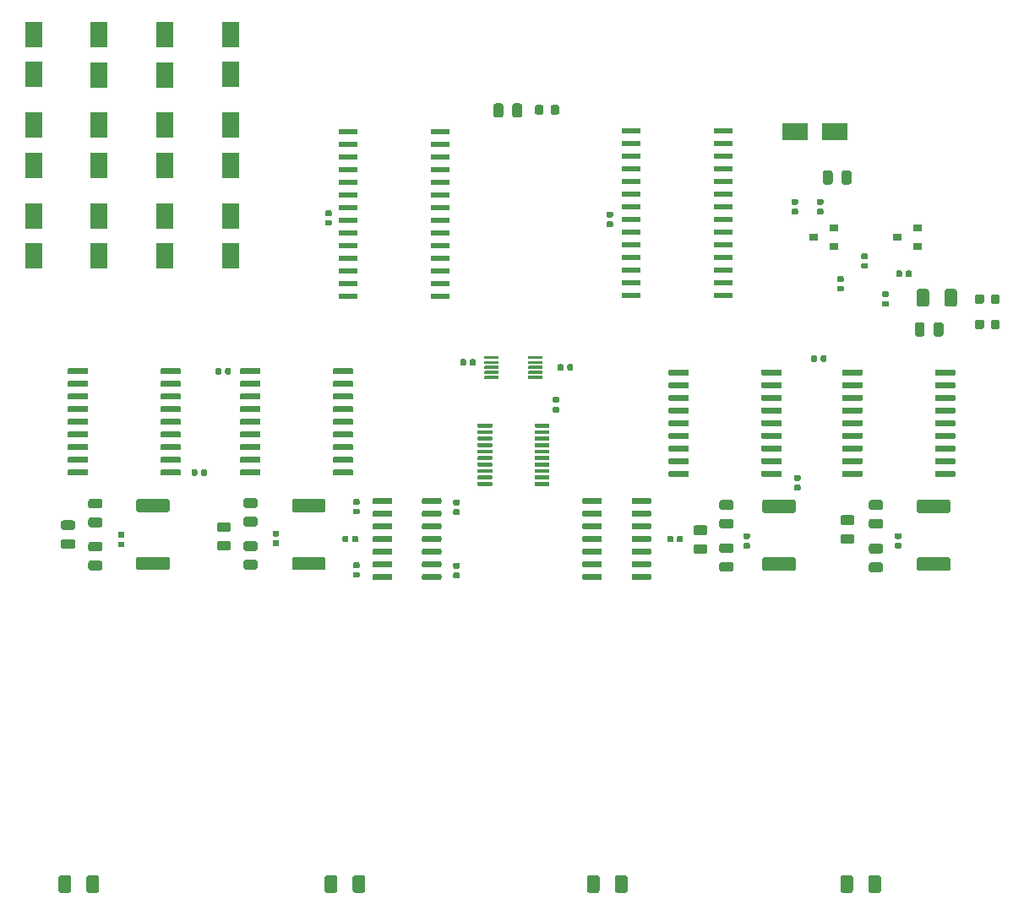
<source format=gbr>
G04 #@! TF.GenerationSoftware,KiCad,Pcbnew,5.1.5*
G04 #@! TF.CreationDate,2020-05-08T01:24:46-04:00*
G04 #@! TF.ProjectId,EVE-PCB-V3,4556452d-5043-4422-9d56-332e6b696361,rev?*
G04 #@! TF.SameCoordinates,Original*
G04 #@! TF.FileFunction,Paste,Top*
G04 #@! TF.FilePolarity,Positive*
%FSLAX46Y46*%
G04 Gerber Fmt 4.6, Leading zero omitted, Abs format (unit mm)*
G04 Created by KiCad (PCBNEW 5.1.5) date 2020-05-08 01:24:46*
%MOMM*%
%LPD*%
G04 APERTURE LIST*
%ADD10C,0.100000*%
%ADD11R,2.500000X1.800000*%
%ADD12R,1.900000X0.600000*%
%ADD13R,0.900000X0.800000*%
%ADD14R,1.800000X2.500000*%
G04 APERTURE END LIST*
D10*
G36*
X166702703Y-70312722D02*
G01*
X166717264Y-70314882D01*
X166731543Y-70318459D01*
X166745403Y-70323418D01*
X166758710Y-70329712D01*
X166771336Y-70337280D01*
X166783159Y-70346048D01*
X166794066Y-70355934D01*
X166803952Y-70366841D01*
X166812720Y-70378664D01*
X166820288Y-70391290D01*
X166826582Y-70404597D01*
X166831541Y-70418457D01*
X166835118Y-70432736D01*
X166837278Y-70447297D01*
X166838000Y-70462000D01*
X166838000Y-70762000D01*
X166837278Y-70776703D01*
X166835118Y-70791264D01*
X166831541Y-70805543D01*
X166826582Y-70819403D01*
X166820288Y-70832710D01*
X166812720Y-70845336D01*
X166803952Y-70857159D01*
X166794066Y-70868066D01*
X166783159Y-70877952D01*
X166771336Y-70886720D01*
X166758710Y-70894288D01*
X166745403Y-70900582D01*
X166731543Y-70905541D01*
X166717264Y-70909118D01*
X166702703Y-70911278D01*
X166688000Y-70912000D01*
X164938000Y-70912000D01*
X164923297Y-70911278D01*
X164908736Y-70909118D01*
X164894457Y-70905541D01*
X164880597Y-70900582D01*
X164867290Y-70894288D01*
X164854664Y-70886720D01*
X164842841Y-70877952D01*
X164831934Y-70868066D01*
X164822048Y-70857159D01*
X164813280Y-70845336D01*
X164805712Y-70832710D01*
X164799418Y-70819403D01*
X164794459Y-70805543D01*
X164790882Y-70791264D01*
X164788722Y-70776703D01*
X164788000Y-70762000D01*
X164788000Y-70462000D01*
X164788722Y-70447297D01*
X164790882Y-70432736D01*
X164794459Y-70418457D01*
X164799418Y-70404597D01*
X164805712Y-70391290D01*
X164813280Y-70378664D01*
X164822048Y-70366841D01*
X164831934Y-70355934D01*
X164842841Y-70346048D01*
X164854664Y-70337280D01*
X164867290Y-70329712D01*
X164880597Y-70323418D01*
X164894457Y-70318459D01*
X164908736Y-70314882D01*
X164923297Y-70312722D01*
X164938000Y-70312000D01*
X166688000Y-70312000D01*
X166702703Y-70312722D01*
G37*
G36*
X166702703Y-71582722D02*
G01*
X166717264Y-71584882D01*
X166731543Y-71588459D01*
X166745403Y-71593418D01*
X166758710Y-71599712D01*
X166771336Y-71607280D01*
X166783159Y-71616048D01*
X166794066Y-71625934D01*
X166803952Y-71636841D01*
X166812720Y-71648664D01*
X166820288Y-71661290D01*
X166826582Y-71674597D01*
X166831541Y-71688457D01*
X166835118Y-71702736D01*
X166837278Y-71717297D01*
X166838000Y-71732000D01*
X166838000Y-72032000D01*
X166837278Y-72046703D01*
X166835118Y-72061264D01*
X166831541Y-72075543D01*
X166826582Y-72089403D01*
X166820288Y-72102710D01*
X166812720Y-72115336D01*
X166803952Y-72127159D01*
X166794066Y-72138066D01*
X166783159Y-72147952D01*
X166771336Y-72156720D01*
X166758710Y-72164288D01*
X166745403Y-72170582D01*
X166731543Y-72175541D01*
X166717264Y-72179118D01*
X166702703Y-72181278D01*
X166688000Y-72182000D01*
X164938000Y-72182000D01*
X164923297Y-72181278D01*
X164908736Y-72179118D01*
X164894457Y-72175541D01*
X164880597Y-72170582D01*
X164867290Y-72164288D01*
X164854664Y-72156720D01*
X164842841Y-72147952D01*
X164831934Y-72138066D01*
X164822048Y-72127159D01*
X164813280Y-72115336D01*
X164805712Y-72102710D01*
X164799418Y-72089403D01*
X164794459Y-72075543D01*
X164790882Y-72061264D01*
X164788722Y-72046703D01*
X164788000Y-72032000D01*
X164788000Y-71732000D01*
X164788722Y-71717297D01*
X164790882Y-71702736D01*
X164794459Y-71688457D01*
X164799418Y-71674597D01*
X164805712Y-71661290D01*
X164813280Y-71648664D01*
X164822048Y-71636841D01*
X164831934Y-71625934D01*
X164842841Y-71616048D01*
X164854664Y-71607280D01*
X164867290Y-71599712D01*
X164880597Y-71593418D01*
X164894457Y-71588459D01*
X164908736Y-71584882D01*
X164923297Y-71582722D01*
X164938000Y-71582000D01*
X166688000Y-71582000D01*
X166702703Y-71582722D01*
G37*
G36*
X166702703Y-72852722D02*
G01*
X166717264Y-72854882D01*
X166731543Y-72858459D01*
X166745403Y-72863418D01*
X166758710Y-72869712D01*
X166771336Y-72877280D01*
X166783159Y-72886048D01*
X166794066Y-72895934D01*
X166803952Y-72906841D01*
X166812720Y-72918664D01*
X166820288Y-72931290D01*
X166826582Y-72944597D01*
X166831541Y-72958457D01*
X166835118Y-72972736D01*
X166837278Y-72987297D01*
X166838000Y-73002000D01*
X166838000Y-73302000D01*
X166837278Y-73316703D01*
X166835118Y-73331264D01*
X166831541Y-73345543D01*
X166826582Y-73359403D01*
X166820288Y-73372710D01*
X166812720Y-73385336D01*
X166803952Y-73397159D01*
X166794066Y-73408066D01*
X166783159Y-73417952D01*
X166771336Y-73426720D01*
X166758710Y-73434288D01*
X166745403Y-73440582D01*
X166731543Y-73445541D01*
X166717264Y-73449118D01*
X166702703Y-73451278D01*
X166688000Y-73452000D01*
X164938000Y-73452000D01*
X164923297Y-73451278D01*
X164908736Y-73449118D01*
X164894457Y-73445541D01*
X164880597Y-73440582D01*
X164867290Y-73434288D01*
X164854664Y-73426720D01*
X164842841Y-73417952D01*
X164831934Y-73408066D01*
X164822048Y-73397159D01*
X164813280Y-73385336D01*
X164805712Y-73372710D01*
X164799418Y-73359403D01*
X164794459Y-73345543D01*
X164790882Y-73331264D01*
X164788722Y-73316703D01*
X164788000Y-73302000D01*
X164788000Y-73002000D01*
X164788722Y-72987297D01*
X164790882Y-72972736D01*
X164794459Y-72958457D01*
X164799418Y-72944597D01*
X164805712Y-72931290D01*
X164813280Y-72918664D01*
X164822048Y-72906841D01*
X164831934Y-72895934D01*
X164842841Y-72886048D01*
X164854664Y-72877280D01*
X164867290Y-72869712D01*
X164880597Y-72863418D01*
X164894457Y-72858459D01*
X164908736Y-72854882D01*
X164923297Y-72852722D01*
X164938000Y-72852000D01*
X166688000Y-72852000D01*
X166702703Y-72852722D01*
G37*
G36*
X166702703Y-74122722D02*
G01*
X166717264Y-74124882D01*
X166731543Y-74128459D01*
X166745403Y-74133418D01*
X166758710Y-74139712D01*
X166771336Y-74147280D01*
X166783159Y-74156048D01*
X166794066Y-74165934D01*
X166803952Y-74176841D01*
X166812720Y-74188664D01*
X166820288Y-74201290D01*
X166826582Y-74214597D01*
X166831541Y-74228457D01*
X166835118Y-74242736D01*
X166837278Y-74257297D01*
X166838000Y-74272000D01*
X166838000Y-74572000D01*
X166837278Y-74586703D01*
X166835118Y-74601264D01*
X166831541Y-74615543D01*
X166826582Y-74629403D01*
X166820288Y-74642710D01*
X166812720Y-74655336D01*
X166803952Y-74667159D01*
X166794066Y-74678066D01*
X166783159Y-74687952D01*
X166771336Y-74696720D01*
X166758710Y-74704288D01*
X166745403Y-74710582D01*
X166731543Y-74715541D01*
X166717264Y-74719118D01*
X166702703Y-74721278D01*
X166688000Y-74722000D01*
X164938000Y-74722000D01*
X164923297Y-74721278D01*
X164908736Y-74719118D01*
X164894457Y-74715541D01*
X164880597Y-74710582D01*
X164867290Y-74704288D01*
X164854664Y-74696720D01*
X164842841Y-74687952D01*
X164831934Y-74678066D01*
X164822048Y-74667159D01*
X164813280Y-74655336D01*
X164805712Y-74642710D01*
X164799418Y-74629403D01*
X164794459Y-74615543D01*
X164790882Y-74601264D01*
X164788722Y-74586703D01*
X164788000Y-74572000D01*
X164788000Y-74272000D01*
X164788722Y-74257297D01*
X164790882Y-74242736D01*
X164794459Y-74228457D01*
X164799418Y-74214597D01*
X164805712Y-74201290D01*
X164813280Y-74188664D01*
X164822048Y-74176841D01*
X164831934Y-74165934D01*
X164842841Y-74156048D01*
X164854664Y-74147280D01*
X164867290Y-74139712D01*
X164880597Y-74133418D01*
X164894457Y-74128459D01*
X164908736Y-74124882D01*
X164923297Y-74122722D01*
X164938000Y-74122000D01*
X166688000Y-74122000D01*
X166702703Y-74122722D01*
G37*
G36*
X166702703Y-75392722D02*
G01*
X166717264Y-75394882D01*
X166731543Y-75398459D01*
X166745403Y-75403418D01*
X166758710Y-75409712D01*
X166771336Y-75417280D01*
X166783159Y-75426048D01*
X166794066Y-75435934D01*
X166803952Y-75446841D01*
X166812720Y-75458664D01*
X166820288Y-75471290D01*
X166826582Y-75484597D01*
X166831541Y-75498457D01*
X166835118Y-75512736D01*
X166837278Y-75527297D01*
X166838000Y-75542000D01*
X166838000Y-75842000D01*
X166837278Y-75856703D01*
X166835118Y-75871264D01*
X166831541Y-75885543D01*
X166826582Y-75899403D01*
X166820288Y-75912710D01*
X166812720Y-75925336D01*
X166803952Y-75937159D01*
X166794066Y-75948066D01*
X166783159Y-75957952D01*
X166771336Y-75966720D01*
X166758710Y-75974288D01*
X166745403Y-75980582D01*
X166731543Y-75985541D01*
X166717264Y-75989118D01*
X166702703Y-75991278D01*
X166688000Y-75992000D01*
X164938000Y-75992000D01*
X164923297Y-75991278D01*
X164908736Y-75989118D01*
X164894457Y-75985541D01*
X164880597Y-75980582D01*
X164867290Y-75974288D01*
X164854664Y-75966720D01*
X164842841Y-75957952D01*
X164831934Y-75948066D01*
X164822048Y-75937159D01*
X164813280Y-75925336D01*
X164805712Y-75912710D01*
X164799418Y-75899403D01*
X164794459Y-75885543D01*
X164790882Y-75871264D01*
X164788722Y-75856703D01*
X164788000Y-75842000D01*
X164788000Y-75542000D01*
X164788722Y-75527297D01*
X164790882Y-75512736D01*
X164794459Y-75498457D01*
X164799418Y-75484597D01*
X164805712Y-75471290D01*
X164813280Y-75458664D01*
X164822048Y-75446841D01*
X164831934Y-75435934D01*
X164842841Y-75426048D01*
X164854664Y-75417280D01*
X164867290Y-75409712D01*
X164880597Y-75403418D01*
X164894457Y-75398459D01*
X164908736Y-75394882D01*
X164923297Y-75392722D01*
X164938000Y-75392000D01*
X166688000Y-75392000D01*
X166702703Y-75392722D01*
G37*
G36*
X166702703Y-76662722D02*
G01*
X166717264Y-76664882D01*
X166731543Y-76668459D01*
X166745403Y-76673418D01*
X166758710Y-76679712D01*
X166771336Y-76687280D01*
X166783159Y-76696048D01*
X166794066Y-76705934D01*
X166803952Y-76716841D01*
X166812720Y-76728664D01*
X166820288Y-76741290D01*
X166826582Y-76754597D01*
X166831541Y-76768457D01*
X166835118Y-76782736D01*
X166837278Y-76797297D01*
X166838000Y-76812000D01*
X166838000Y-77112000D01*
X166837278Y-77126703D01*
X166835118Y-77141264D01*
X166831541Y-77155543D01*
X166826582Y-77169403D01*
X166820288Y-77182710D01*
X166812720Y-77195336D01*
X166803952Y-77207159D01*
X166794066Y-77218066D01*
X166783159Y-77227952D01*
X166771336Y-77236720D01*
X166758710Y-77244288D01*
X166745403Y-77250582D01*
X166731543Y-77255541D01*
X166717264Y-77259118D01*
X166702703Y-77261278D01*
X166688000Y-77262000D01*
X164938000Y-77262000D01*
X164923297Y-77261278D01*
X164908736Y-77259118D01*
X164894457Y-77255541D01*
X164880597Y-77250582D01*
X164867290Y-77244288D01*
X164854664Y-77236720D01*
X164842841Y-77227952D01*
X164831934Y-77218066D01*
X164822048Y-77207159D01*
X164813280Y-77195336D01*
X164805712Y-77182710D01*
X164799418Y-77169403D01*
X164794459Y-77155543D01*
X164790882Y-77141264D01*
X164788722Y-77126703D01*
X164788000Y-77112000D01*
X164788000Y-76812000D01*
X164788722Y-76797297D01*
X164790882Y-76782736D01*
X164794459Y-76768457D01*
X164799418Y-76754597D01*
X164805712Y-76741290D01*
X164813280Y-76728664D01*
X164822048Y-76716841D01*
X164831934Y-76705934D01*
X164842841Y-76696048D01*
X164854664Y-76687280D01*
X164867290Y-76679712D01*
X164880597Y-76673418D01*
X164894457Y-76668459D01*
X164908736Y-76664882D01*
X164923297Y-76662722D01*
X164938000Y-76662000D01*
X166688000Y-76662000D01*
X166702703Y-76662722D01*
G37*
G36*
X166702703Y-77932722D02*
G01*
X166717264Y-77934882D01*
X166731543Y-77938459D01*
X166745403Y-77943418D01*
X166758710Y-77949712D01*
X166771336Y-77957280D01*
X166783159Y-77966048D01*
X166794066Y-77975934D01*
X166803952Y-77986841D01*
X166812720Y-77998664D01*
X166820288Y-78011290D01*
X166826582Y-78024597D01*
X166831541Y-78038457D01*
X166835118Y-78052736D01*
X166837278Y-78067297D01*
X166838000Y-78082000D01*
X166838000Y-78382000D01*
X166837278Y-78396703D01*
X166835118Y-78411264D01*
X166831541Y-78425543D01*
X166826582Y-78439403D01*
X166820288Y-78452710D01*
X166812720Y-78465336D01*
X166803952Y-78477159D01*
X166794066Y-78488066D01*
X166783159Y-78497952D01*
X166771336Y-78506720D01*
X166758710Y-78514288D01*
X166745403Y-78520582D01*
X166731543Y-78525541D01*
X166717264Y-78529118D01*
X166702703Y-78531278D01*
X166688000Y-78532000D01*
X164938000Y-78532000D01*
X164923297Y-78531278D01*
X164908736Y-78529118D01*
X164894457Y-78525541D01*
X164880597Y-78520582D01*
X164867290Y-78514288D01*
X164854664Y-78506720D01*
X164842841Y-78497952D01*
X164831934Y-78488066D01*
X164822048Y-78477159D01*
X164813280Y-78465336D01*
X164805712Y-78452710D01*
X164799418Y-78439403D01*
X164794459Y-78425543D01*
X164790882Y-78411264D01*
X164788722Y-78396703D01*
X164788000Y-78382000D01*
X164788000Y-78082000D01*
X164788722Y-78067297D01*
X164790882Y-78052736D01*
X164794459Y-78038457D01*
X164799418Y-78024597D01*
X164805712Y-78011290D01*
X164813280Y-77998664D01*
X164822048Y-77986841D01*
X164831934Y-77975934D01*
X164842841Y-77966048D01*
X164854664Y-77957280D01*
X164867290Y-77949712D01*
X164880597Y-77943418D01*
X164894457Y-77938459D01*
X164908736Y-77934882D01*
X164923297Y-77932722D01*
X164938000Y-77932000D01*
X166688000Y-77932000D01*
X166702703Y-77932722D01*
G37*
G36*
X166702703Y-79202722D02*
G01*
X166717264Y-79204882D01*
X166731543Y-79208459D01*
X166745403Y-79213418D01*
X166758710Y-79219712D01*
X166771336Y-79227280D01*
X166783159Y-79236048D01*
X166794066Y-79245934D01*
X166803952Y-79256841D01*
X166812720Y-79268664D01*
X166820288Y-79281290D01*
X166826582Y-79294597D01*
X166831541Y-79308457D01*
X166835118Y-79322736D01*
X166837278Y-79337297D01*
X166838000Y-79352000D01*
X166838000Y-79652000D01*
X166837278Y-79666703D01*
X166835118Y-79681264D01*
X166831541Y-79695543D01*
X166826582Y-79709403D01*
X166820288Y-79722710D01*
X166812720Y-79735336D01*
X166803952Y-79747159D01*
X166794066Y-79758066D01*
X166783159Y-79767952D01*
X166771336Y-79776720D01*
X166758710Y-79784288D01*
X166745403Y-79790582D01*
X166731543Y-79795541D01*
X166717264Y-79799118D01*
X166702703Y-79801278D01*
X166688000Y-79802000D01*
X164938000Y-79802000D01*
X164923297Y-79801278D01*
X164908736Y-79799118D01*
X164894457Y-79795541D01*
X164880597Y-79790582D01*
X164867290Y-79784288D01*
X164854664Y-79776720D01*
X164842841Y-79767952D01*
X164831934Y-79758066D01*
X164822048Y-79747159D01*
X164813280Y-79735336D01*
X164805712Y-79722710D01*
X164799418Y-79709403D01*
X164794459Y-79695543D01*
X164790882Y-79681264D01*
X164788722Y-79666703D01*
X164788000Y-79652000D01*
X164788000Y-79352000D01*
X164788722Y-79337297D01*
X164790882Y-79322736D01*
X164794459Y-79308457D01*
X164799418Y-79294597D01*
X164805712Y-79281290D01*
X164813280Y-79268664D01*
X164822048Y-79256841D01*
X164831934Y-79245934D01*
X164842841Y-79236048D01*
X164854664Y-79227280D01*
X164867290Y-79219712D01*
X164880597Y-79213418D01*
X164894457Y-79208459D01*
X164908736Y-79204882D01*
X164923297Y-79202722D01*
X164938000Y-79202000D01*
X166688000Y-79202000D01*
X166702703Y-79202722D01*
G37*
G36*
X166702703Y-80472722D02*
G01*
X166717264Y-80474882D01*
X166731543Y-80478459D01*
X166745403Y-80483418D01*
X166758710Y-80489712D01*
X166771336Y-80497280D01*
X166783159Y-80506048D01*
X166794066Y-80515934D01*
X166803952Y-80526841D01*
X166812720Y-80538664D01*
X166820288Y-80551290D01*
X166826582Y-80564597D01*
X166831541Y-80578457D01*
X166835118Y-80592736D01*
X166837278Y-80607297D01*
X166838000Y-80622000D01*
X166838000Y-80922000D01*
X166837278Y-80936703D01*
X166835118Y-80951264D01*
X166831541Y-80965543D01*
X166826582Y-80979403D01*
X166820288Y-80992710D01*
X166812720Y-81005336D01*
X166803952Y-81017159D01*
X166794066Y-81028066D01*
X166783159Y-81037952D01*
X166771336Y-81046720D01*
X166758710Y-81054288D01*
X166745403Y-81060582D01*
X166731543Y-81065541D01*
X166717264Y-81069118D01*
X166702703Y-81071278D01*
X166688000Y-81072000D01*
X164938000Y-81072000D01*
X164923297Y-81071278D01*
X164908736Y-81069118D01*
X164894457Y-81065541D01*
X164880597Y-81060582D01*
X164867290Y-81054288D01*
X164854664Y-81046720D01*
X164842841Y-81037952D01*
X164831934Y-81028066D01*
X164822048Y-81017159D01*
X164813280Y-81005336D01*
X164805712Y-80992710D01*
X164799418Y-80979403D01*
X164794459Y-80965543D01*
X164790882Y-80951264D01*
X164788722Y-80936703D01*
X164788000Y-80922000D01*
X164788000Y-80622000D01*
X164788722Y-80607297D01*
X164790882Y-80592736D01*
X164794459Y-80578457D01*
X164799418Y-80564597D01*
X164805712Y-80551290D01*
X164813280Y-80538664D01*
X164822048Y-80526841D01*
X164831934Y-80515934D01*
X164842841Y-80506048D01*
X164854664Y-80497280D01*
X164867290Y-80489712D01*
X164880597Y-80483418D01*
X164894457Y-80478459D01*
X164908736Y-80474882D01*
X164923297Y-80472722D01*
X164938000Y-80472000D01*
X166688000Y-80472000D01*
X166702703Y-80472722D01*
G37*
G36*
X157402703Y-80472722D02*
G01*
X157417264Y-80474882D01*
X157431543Y-80478459D01*
X157445403Y-80483418D01*
X157458710Y-80489712D01*
X157471336Y-80497280D01*
X157483159Y-80506048D01*
X157494066Y-80515934D01*
X157503952Y-80526841D01*
X157512720Y-80538664D01*
X157520288Y-80551290D01*
X157526582Y-80564597D01*
X157531541Y-80578457D01*
X157535118Y-80592736D01*
X157537278Y-80607297D01*
X157538000Y-80622000D01*
X157538000Y-80922000D01*
X157537278Y-80936703D01*
X157535118Y-80951264D01*
X157531541Y-80965543D01*
X157526582Y-80979403D01*
X157520288Y-80992710D01*
X157512720Y-81005336D01*
X157503952Y-81017159D01*
X157494066Y-81028066D01*
X157483159Y-81037952D01*
X157471336Y-81046720D01*
X157458710Y-81054288D01*
X157445403Y-81060582D01*
X157431543Y-81065541D01*
X157417264Y-81069118D01*
X157402703Y-81071278D01*
X157388000Y-81072000D01*
X155638000Y-81072000D01*
X155623297Y-81071278D01*
X155608736Y-81069118D01*
X155594457Y-81065541D01*
X155580597Y-81060582D01*
X155567290Y-81054288D01*
X155554664Y-81046720D01*
X155542841Y-81037952D01*
X155531934Y-81028066D01*
X155522048Y-81017159D01*
X155513280Y-81005336D01*
X155505712Y-80992710D01*
X155499418Y-80979403D01*
X155494459Y-80965543D01*
X155490882Y-80951264D01*
X155488722Y-80936703D01*
X155488000Y-80922000D01*
X155488000Y-80622000D01*
X155488722Y-80607297D01*
X155490882Y-80592736D01*
X155494459Y-80578457D01*
X155499418Y-80564597D01*
X155505712Y-80551290D01*
X155513280Y-80538664D01*
X155522048Y-80526841D01*
X155531934Y-80515934D01*
X155542841Y-80506048D01*
X155554664Y-80497280D01*
X155567290Y-80489712D01*
X155580597Y-80483418D01*
X155594457Y-80478459D01*
X155608736Y-80474882D01*
X155623297Y-80472722D01*
X155638000Y-80472000D01*
X157388000Y-80472000D01*
X157402703Y-80472722D01*
G37*
G36*
X157402703Y-79202722D02*
G01*
X157417264Y-79204882D01*
X157431543Y-79208459D01*
X157445403Y-79213418D01*
X157458710Y-79219712D01*
X157471336Y-79227280D01*
X157483159Y-79236048D01*
X157494066Y-79245934D01*
X157503952Y-79256841D01*
X157512720Y-79268664D01*
X157520288Y-79281290D01*
X157526582Y-79294597D01*
X157531541Y-79308457D01*
X157535118Y-79322736D01*
X157537278Y-79337297D01*
X157538000Y-79352000D01*
X157538000Y-79652000D01*
X157537278Y-79666703D01*
X157535118Y-79681264D01*
X157531541Y-79695543D01*
X157526582Y-79709403D01*
X157520288Y-79722710D01*
X157512720Y-79735336D01*
X157503952Y-79747159D01*
X157494066Y-79758066D01*
X157483159Y-79767952D01*
X157471336Y-79776720D01*
X157458710Y-79784288D01*
X157445403Y-79790582D01*
X157431543Y-79795541D01*
X157417264Y-79799118D01*
X157402703Y-79801278D01*
X157388000Y-79802000D01*
X155638000Y-79802000D01*
X155623297Y-79801278D01*
X155608736Y-79799118D01*
X155594457Y-79795541D01*
X155580597Y-79790582D01*
X155567290Y-79784288D01*
X155554664Y-79776720D01*
X155542841Y-79767952D01*
X155531934Y-79758066D01*
X155522048Y-79747159D01*
X155513280Y-79735336D01*
X155505712Y-79722710D01*
X155499418Y-79709403D01*
X155494459Y-79695543D01*
X155490882Y-79681264D01*
X155488722Y-79666703D01*
X155488000Y-79652000D01*
X155488000Y-79352000D01*
X155488722Y-79337297D01*
X155490882Y-79322736D01*
X155494459Y-79308457D01*
X155499418Y-79294597D01*
X155505712Y-79281290D01*
X155513280Y-79268664D01*
X155522048Y-79256841D01*
X155531934Y-79245934D01*
X155542841Y-79236048D01*
X155554664Y-79227280D01*
X155567290Y-79219712D01*
X155580597Y-79213418D01*
X155594457Y-79208459D01*
X155608736Y-79204882D01*
X155623297Y-79202722D01*
X155638000Y-79202000D01*
X157388000Y-79202000D01*
X157402703Y-79202722D01*
G37*
G36*
X157402703Y-77932722D02*
G01*
X157417264Y-77934882D01*
X157431543Y-77938459D01*
X157445403Y-77943418D01*
X157458710Y-77949712D01*
X157471336Y-77957280D01*
X157483159Y-77966048D01*
X157494066Y-77975934D01*
X157503952Y-77986841D01*
X157512720Y-77998664D01*
X157520288Y-78011290D01*
X157526582Y-78024597D01*
X157531541Y-78038457D01*
X157535118Y-78052736D01*
X157537278Y-78067297D01*
X157538000Y-78082000D01*
X157538000Y-78382000D01*
X157537278Y-78396703D01*
X157535118Y-78411264D01*
X157531541Y-78425543D01*
X157526582Y-78439403D01*
X157520288Y-78452710D01*
X157512720Y-78465336D01*
X157503952Y-78477159D01*
X157494066Y-78488066D01*
X157483159Y-78497952D01*
X157471336Y-78506720D01*
X157458710Y-78514288D01*
X157445403Y-78520582D01*
X157431543Y-78525541D01*
X157417264Y-78529118D01*
X157402703Y-78531278D01*
X157388000Y-78532000D01*
X155638000Y-78532000D01*
X155623297Y-78531278D01*
X155608736Y-78529118D01*
X155594457Y-78525541D01*
X155580597Y-78520582D01*
X155567290Y-78514288D01*
X155554664Y-78506720D01*
X155542841Y-78497952D01*
X155531934Y-78488066D01*
X155522048Y-78477159D01*
X155513280Y-78465336D01*
X155505712Y-78452710D01*
X155499418Y-78439403D01*
X155494459Y-78425543D01*
X155490882Y-78411264D01*
X155488722Y-78396703D01*
X155488000Y-78382000D01*
X155488000Y-78082000D01*
X155488722Y-78067297D01*
X155490882Y-78052736D01*
X155494459Y-78038457D01*
X155499418Y-78024597D01*
X155505712Y-78011290D01*
X155513280Y-77998664D01*
X155522048Y-77986841D01*
X155531934Y-77975934D01*
X155542841Y-77966048D01*
X155554664Y-77957280D01*
X155567290Y-77949712D01*
X155580597Y-77943418D01*
X155594457Y-77938459D01*
X155608736Y-77934882D01*
X155623297Y-77932722D01*
X155638000Y-77932000D01*
X157388000Y-77932000D01*
X157402703Y-77932722D01*
G37*
G36*
X157402703Y-76662722D02*
G01*
X157417264Y-76664882D01*
X157431543Y-76668459D01*
X157445403Y-76673418D01*
X157458710Y-76679712D01*
X157471336Y-76687280D01*
X157483159Y-76696048D01*
X157494066Y-76705934D01*
X157503952Y-76716841D01*
X157512720Y-76728664D01*
X157520288Y-76741290D01*
X157526582Y-76754597D01*
X157531541Y-76768457D01*
X157535118Y-76782736D01*
X157537278Y-76797297D01*
X157538000Y-76812000D01*
X157538000Y-77112000D01*
X157537278Y-77126703D01*
X157535118Y-77141264D01*
X157531541Y-77155543D01*
X157526582Y-77169403D01*
X157520288Y-77182710D01*
X157512720Y-77195336D01*
X157503952Y-77207159D01*
X157494066Y-77218066D01*
X157483159Y-77227952D01*
X157471336Y-77236720D01*
X157458710Y-77244288D01*
X157445403Y-77250582D01*
X157431543Y-77255541D01*
X157417264Y-77259118D01*
X157402703Y-77261278D01*
X157388000Y-77262000D01*
X155638000Y-77262000D01*
X155623297Y-77261278D01*
X155608736Y-77259118D01*
X155594457Y-77255541D01*
X155580597Y-77250582D01*
X155567290Y-77244288D01*
X155554664Y-77236720D01*
X155542841Y-77227952D01*
X155531934Y-77218066D01*
X155522048Y-77207159D01*
X155513280Y-77195336D01*
X155505712Y-77182710D01*
X155499418Y-77169403D01*
X155494459Y-77155543D01*
X155490882Y-77141264D01*
X155488722Y-77126703D01*
X155488000Y-77112000D01*
X155488000Y-76812000D01*
X155488722Y-76797297D01*
X155490882Y-76782736D01*
X155494459Y-76768457D01*
X155499418Y-76754597D01*
X155505712Y-76741290D01*
X155513280Y-76728664D01*
X155522048Y-76716841D01*
X155531934Y-76705934D01*
X155542841Y-76696048D01*
X155554664Y-76687280D01*
X155567290Y-76679712D01*
X155580597Y-76673418D01*
X155594457Y-76668459D01*
X155608736Y-76664882D01*
X155623297Y-76662722D01*
X155638000Y-76662000D01*
X157388000Y-76662000D01*
X157402703Y-76662722D01*
G37*
G36*
X157402703Y-75392722D02*
G01*
X157417264Y-75394882D01*
X157431543Y-75398459D01*
X157445403Y-75403418D01*
X157458710Y-75409712D01*
X157471336Y-75417280D01*
X157483159Y-75426048D01*
X157494066Y-75435934D01*
X157503952Y-75446841D01*
X157512720Y-75458664D01*
X157520288Y-75471290D01*
X157526582Y-75484597D01*
X157531541Y-75498457D01*
X157535118Y-75512736D01*
X157537278Y-75527297D01*
X157538000Y-75542000D01*
X157538000Y-75842000D01*
X157537278Y-75856703D01*
X157535118Y-75871264D01*
X157531541Y-75885543D01*
X157526582Y-75899403D01*
X157520288Y-75912710D01*
X157512720Y-75925336D01*
X157503952Y-75937159D01*
X157494066Y-75948066D01*
X157483159Y-75957952D01*
X157471336Y-75966720D01*
X157458710Y-75974288D01*
X157445403Y-75980582D01*
X157431543Y-75985541D01*
X157417264Y-75989118D01*
X157402703Y-75991278D01*
X157388000Y-75992000D01*
X155638000Y-75992000D01*
X155623297Y-75991278D01*
X155608736Y-75989118D01*
X155594457Y-75985541D01*
X155580597Y-75980582D01*
X155567290Y-75974288D01*
X155554664Y-75966720D01*
X155542841Y-75957952D01*
X155531934Y-75948066D01*
X155522048Y-75937159D01*
X155513280Y-75925336D01*
X155505712Y-75912710D01*
X155499418Y-75899403D01*
X155494459Y-75885543D01*
X155490882Y-75871264D01*
X155488722Y-75856703D01*
X155488000Y-75842000D01*
X155488000Y-75542000D01*
X155488722Y-75527297D01*
X155490882Y-75512736D01*
X155494459Y-75498457D01*
X155499418Y-75484597D01*
X155505712Y-75471290D01*
X155513280Y-75458664D01*
X155522048Y-75446841D01*
X155531934Y-75435934D01*
X155542841Y-75426048D01*
X155554664Y-75417280D01*
X155567290Y-75409712D01*
X155580597Y-75403418D01*
X155594457Y-75398459D01*
X155608736Y-75394882D01*
X155623297Y-75392722D01*
X155638000Y-75392000D01*
X157388000Y-75392000D01*
X157402703Y-75392722D01*
G37*
G36*
X157402703Y-74122722D02*
G01*
X157417264Y-74124882D01*
X157431543Y-74128459D01*
X157445403Y-74133418D01*
X157458710Y-74139712D01*
X157471336Y-74147280D01*
X157483159Y-74156048D01*
X157494066Y-74165934D01*
X157503952Y-74176841D01*
X157512720Y-74188664D01*
X157520288Y-74201290D01*
X157526582Y-74214597D01*
X157531541Y-74228457D01*
X157535118Y-74242736D01*
X157537278Y-74257297D01*
X157538000Y-74272000D01*
X157538000Y-74572000D01*
X157537278Y-74586703D01*
X157535118Y-74601264D01*
X157531541Y-74615543D01*
X157526582Y-74629403D01*
X157520288Y-74642710D01*
X157512720Y-74655336D01*
X157503952Y-74667159D01*
X157494066Y-74678066D01*
X157483159Y-74687952D01*
X157471336Y-74696720D01*
X157458710Y-74704288D01*
X157445403Y-74710582D01*
X157431543Y-74715541D01*
X157417264Y-74719118D01*
X157402703Y-74721278D01*
X157388000Y-74722000D01*
X155638000Y-74722000D01*
X155623297Y-74721278D01*
X155608736Y-74719118D01*
X155594457Y-74715541D01*
X155580597Y-74710582D01*
X155567290Y-74704288D01*
X155554664Y-74696720D01*
X155542841Y-74687952D01*
X155531934Y-74678066D01*
X155522048Y-74667159D01*
X155513280Y-74655336D01*
X155505712Y-74642710D01*
X155499418Y-74629403D01*
X155494459Y-74615543D01*
X155490882Y-74601264D01*
X155488722Y-74586703D01*
X155488000Y-74572000D01*
X155488000Y-74272000D01*
X155488722Y-74257297D01*
X155490882Y-74242736D01*
X155494459Y-74228457D01*
X155499418Y-74214597D01*
X155505712Y-74201290D01*
X155513280Y-74188664D01*
X155522048Y-74176841D01*
X155531934Y-74165934D01*
X155542841Y-74156048D01*
X155554664Y-74147280D01*
X155567290Y-74139712D01*
X155580597Y-74133418D01*
X155594457Y-74128459D01*
X155608736Y-74124882D01*
X155623297Y-74122722D01*
X155638000Y-74122000D01*
X157388000Y-74122000D01*
X157402703Y-74122722D01*
G37*
G36*
X157402703Y-72852722D02*
G01*
X157417264Y-72854882D01*
X157431543Y-72858459D01*
X157445403Y-72863418D01*
X157458710Y-72869712D01*
X157471336Y-72877280D01*
X157483159Y-72886048D01*
X157494066Y-72895934D01*
X157503952Y-72906841D01*
X157512720Y-72918664D01*
X157520288Y-72931290D01*
X157526582Y-72944597D01*
X157531541Y-72958457D01*
X157535118Y-72972736D01*
X157537278Y-72987297D01*
X157538000Y-73002000D01*
X157538000Y-73302000D01*
X157537278Y-73316703D01*
X157535118Y-73331264D01*
X157531541Y-73345543D01*
X157526582Y-73359403D01*
X157520288Y-73372710D01*
X157512720Y-73385336D01*
X157503952Y-73397159D01*
X157494066Y-73408066D01*
X157483159Y-73417952D01*
X157471336Y-73426720D01*
X157458710Y-73434288D01*
X157445403Y-73440582D01*
X157431543Y-73445541D01*
X157417264Y-73449118D01*
X157402703Y-73451278D01*
X157388000Y-73452000D01*
X155638000Y-73452000D01*
X155623297Y-73451278D01*
X155608736Y-73449118D01*
X155594457Y-73445541D01*
X155580597Y-73440582D01*
X155567290Y-73434288D01*
X155554664Y-73426720D01*
X155542841Y-73417952D01*
X155531934Y-73408066D01*
X155522048Y-73397159D01*
X155513280Y-73385336D01*
X155505712Y-73372710D01*
X155499418Y-73359403D01*
X155494459Y-73345543D01*
X155490882Y-73331264D01*
X155488722Y-73316703D01*
X155488000Y-73302000D01*
X155488000Y-73002000D01*
X155488722Y-72987297D01*
X155490882Y-72972736D01*
X155494459Y-72958457D01*
X155499418Y-72944597D01*
X155505712Y-72931290D01*
X155513280Y-72918664D01*
X155522048Y-72906841D01*
X155531934Y-72895934D01*
X155542841Y-72886048D01*
X155554664Y-72877280D01*
X155567290Y-72869712D01*
X155580597Y-72863418D01*
X155594457Y-72858459D01*
X155608736Y-72854882D01*
X155623297Y-72852722D01*
X155638000Y-72852000D01*
X157388000Y-72852000D01*
X157402703Y-72852722D01*
G37*
G36*
X157402703Y-71582722D02*
G01*
X157417264Y-71584882D01*
X157431543Y-71588459D01*
X157445403Y-71593418D01*
X157458710Y-71599712D01*
X157471336Y-71607280D01*
X157483159Y-71616048D01*
X157494066Y-71625934D01*
X157503952Y-71636841D01*
X157512720Y-71648664D01*
X157520288Y-71661290D01*
X157526582Y-71674597D01*
X157531541Y-71688457D01*
X157535118Y-71702736D01*
X157537278Y-71717297D01*
X157538000Y-71732000D01*
X157538000Y-72032000D01*
X157537278Y-72046703D01*
X157535118Y-72061264D01*
X157531541Y-72075543D01*
X157526582Y-72089403D01*
X157520288Y-72102710D01*
X157512720Y-72115336D01*
X157503952Y-72127159D01*
X157494066Y-72138066D01*
X157483159Y-72147952D01*
X157471336Y-72156720D01*
X157458710Y-72164288D01*
X157445403Y-72170582D01*
X157431543Y-72175541D01*
X157417264Y-72179118D01*
X157402703Y-72181278D01*
X157388000Y-72182000D01*
X155638000Y-72182000D01*
X155623297Y-72181278D01*
X155608736Y-72179118D01*
X155594457Y-72175541D01*
X155580597Y-72170582D01*
X155567290Y-72164288D01*
X155554664Y-72156720D01*
X155542841Y-72147952D01*
X155531934Y-72138066D01*
X155522048Y-72127159D01*
X155513280Y-72115336D01*
X155505712Y-72102710D01*
X155499418Y-72089403D01*
X155494459Y-72075543D01*
X155490882Y-72061264D01*
X155488722Y-72046703D01*
X155488000Y-72032000D01*
X155488000Y-71732000D01*
X155488722Y-71717297D01*
X155490882Y-71702736D01*
X155494459Y-71688457D01*
X155499418Y-71674597D01*
X155505712Y-71661290D01*
X155513280Y-71648664D01*
X155522048Y-71636841D01*
X155531934Y-71625934D01*
X155542841Y-71616048D01*
X155554664Y-71607280D01*
X155567290Y-71599712D01*
X155580597Y-71593418D01*
X155594457Y-71588459D01*
X155608736Y-71584882D01*
X155623297Y-71582722D01*
X155638000Y-71582000D01*
X157388000Y-71582000D01*
X157402703Y-71582722D01*
G37*
G36*
X157402703Y-70312722D02*
G01*
X157417264Y-70314882D01*
X157431543Y-70318459D01*
X157445403Y-70323418D01*
X157458710Y-70329712D01*
X157471336Y-70337280D01*
X157483159Y-70346048D01*
X157494066Y-70355934D01*
X157503952Y-70366841D01*
X157512720Y-70378664D01*
X157520288Y-70391290D01*
X157526582Y-70404597D01*
X157531541Y-70418457D01*
X157535118Y-70432736D01*
X157537278Y-70447297D01*
X157538000Y-70462000D01*
X157538000Y-70762000D01*
X157537278Y-70776703D01*
X157535118Y-70791264D01*
X157531541Y-70805543D01*
X157526582Y-70819403D01*
X157520288Y-70832710D01*
X157512720Y-70845336D01*
X157503952Y-70857159D01*
X157494066Y-70868066D01*
X157483159Y-70877952D01*
X157471336Y-70886720D01*
X157458710Y-70894288D01*
X157445403Y-70900582D01*
X157431543Y-70905541D01*
X157417264Y-70909118D01*
X157402703Y-70911278D01*
X157388000Y-70912000D01*
X155638000Y-70912000D01*
X155623297Y-70911278D01*
X155608736Y-70909118D01*
X155594457Y-70905541D01*
X155580597Y-70900582D01*
X155567290Y-70894288D01*
X155554664Y-70886720D01*
X155542841Y-70877952D01*
X155531934Y-70868066D01*
X155522048Y-70857159D01*
X155513280Y-70845336D01*
X155505712Y-70832710D01*
X155499418Y-70819403D01*
X155494459Y-70805543D01*
X155490882Y-70791264D01*
X155488722Y-70776703D01*
X155488000Y-70762000D01*
X155488000Y-70462000D01*
X155488722Y-70447297D01*
X155490882Y-70432736D01*
X155494459Y-70418457D01*
X155499418Y-70404597D01*
X155505712Y-70391290D01*
X155513280Y-70378664D01*
X155522048Y-70366841D01*
X155531934Y-70355934D01*
X155542841Y-70346048D01*
X155554664Y-70337280D01*
X155567290Y-70329712D01*
X155580597Y-70323418D01*
X155594457Y-70318459D01*
X155608736Y-70314882D01*
X155623297Y-70312722D01*
X155638000Y-70312000D01*
X157388000Y-70312000D01*
X157402703Y-70312722D01*
G37*
D11*
X168180000Y-46482000D03*
X172180000Y-46482000D03*
D12*
X123411000Y-46482000D03*
X123411000Y-47752000D03*
X123411000Y-49022000D03*
X123411000Y-50292000D03*
X123411000Y-51562000D03*
X123411000Y-52832000D03*
X123411000Y-54102000D03*
X123411000Y-55372000D03*
X123411000Y-56642000D03*
X123411000Y-57912000D03*
X123411000Y-59182000D03*
X123411000Y-60452000D03*
X123411000Y-61722000D03*
X123411000Y-62992000D03*
X132621000Y-62992000D03*
X132621000Y-61722000D03*
X132621000Y-60452000D03*
X132621000Y-59182000D03*
X132621000Y-57912000D03*
X132621000Y-56642000D03*
X132621000Y-55372000D03*
X132621000Y-54102000D03*
X132621000Y-52832000D03*
X132621000Y-51562000D03*
X132621000Y-50292000D03*
X132621000Y-49022000D03*
X132621000Y-47752000D03*
X132621000Y-46482000D03*
D13*
X178451000Y-57023000D03*
X180451000Y-56073000D03*
X180451000Y-57973000D03*
D10*
G36*
X148669203Y-90823222D02*
G01*
X148683764Y-90825382D01*
X148698043Y-90828959D01*
X148711903Y-90833918D01*
X148725210Y-90840212D01*
X148737836Y-90847780D01*
X148749659Y-90856548D01*
X148760566Y-90866434D01*
X148770452Y-90877341D01*
X148779220Y-90889164D01*
X148786788Y-90901790D01*
X148793082Y-90915097D01*
X148798041Y-90928957D01*
X148801618Y-90943236D01*
X148803778Y-90957797D01*
X148804500Y-90972500D01*
X148804500Y-91272500D01*
X148803778Y-91287203D01*
X148801618Y-91301764D01*
X148798041Y-91316043D01*
X148793082Y-91329903D01*
X148786788Y-91343210D01*
X148779220Y-91355836D01*
X148770452Y-91367659D01*
X148760566Y-91378566D01*
X148749659Y-91388452D01*
X148737836Y-91397220D01*
X148725210Y-91404788D01*
X148711903Y-91411082D01*
X148698043Y-91416041D01*
X148683764Y-91419618D01*
X148669203Y-91421778D01*
X148654500Y-91422500D01*
X147004500Y-91422500D01*
X146989797Y-91421778D01*
X146975236Y-91419618D01*
X146960957Y-91416041D01*
X146947097Y-91411082D01*
X146933790Y-91404788D01*
X146921164Y-91397220D01*
X146909341Y-91388452D01*
X146898434Y-91378566D01*
X146888548Y-91367659D01*
X146879780Y-91355836D01*
X146872212Y-91343210D01*
X146865918Y-91329903D01*
X146860959Y-91316043D01*
X146857382Y-91301764D01*
X146855222Y-91287203D01*
X146854500Y-91272500D01*
X146854500Y-90972500D01*
X146855222Y-90957797D01*
X146857382Y-90943236D01*
X146860959Y-90928957D01*
X146865918Y-90915097D01*
X146872212Y-90901790D01*
X146879780Y-90889164D01*
X146888548Y-90877341D01*
X146898434Y-90866434D01*
X146909341Y-90856548D01*
X146921164Y-90847780D01*
X146933790Y-90840212D01*
X146947097Y-90833918D01*
X146960957Y-90828959D01*
X146975236Y-90825382D01*
X146989797Y-90823222D01*
X147004500Y-90822500D01*
X148654500Y-90822500D01*
X148669203Y-90823222D01*
G37*
G36*
X148669203Y-89553222D02*
G01*
X148683764Y-89555382D01*
X148698043Y-89558959D01*
X148711903Y-89563918D01*
X148725210Y-89570212D01*
X148737836Y-89577780D01*
X148749659Y-89586548D01*
X148760566Y-89596434D01*
X148770452Y-89607341D01*
X148779220Y-89619164D01*
X148786788Y-89631790D01*
X148793082Y-89645097D01*
X148798041Y-89658957D01*
X148801618Y-89673236D01*
X148803778Y-89687797D01*
X148804500Y-89702500D01*
X148804500Y-90002500D01*
X148803778Y-90017203D01*
X148801618Y-90031764D01*
X148798041Y-90046043D01*
X148793082Y-90059903D01*
X148786788Y-90073210D01*
X148779220Y-90085836D01*
X148770452Y-90097659D01*
X148760566Y-90108566D01*
X148749659Y-90118452D01*
X148737836Y-90127220D01*
X148725210Y-90134788D01*
X148711903Y-90141082D01*
X148698043Y-90146041D01*
X148683764Y-90149618D01*
X148669203Y-90151778D01*
X148654500Y-90152500D01*
X147004500Y-90152500D01*
X146989797Y-90151778D01*
X146975236Y-90149618D01*
X146960957Y-90146041D01*
X146947097Y-90141082D01*
X146933790Y-90134788D01*
X146921164Y-90127220D01*
X146909341Y-90118452D01*
X146898434Y-90108566D01*
X146888548Y-90097659D01*
X146879780Y-90085836D01*
X146872212Y-90073210D01*
X146865918Y-90059903D01*
X146860959Y-90046043D01*
X146857382Y-90031764D01*
X146855222Y-90017203D01*
X146854500Y-90002500D01*
X146854500Y-89702500D01*
X146855222Y-89687797D01*
X146857382Y-89673236D01*
X146860959Y-89658957D01*
X146865918Y-89645097D01*
X146872212Y-89631790D01*
X146879780Y-89619164D01*
X146888548Y-89607341D01*
X146898434Y-89596434D01*
X146909341Y-89586548D01*
X146921164Y-89577780D01*
X146933790Y-89570212D01*
X146947097Y-89563918D01*
X146960957Y-89558959D01*
X146975236Y-89555382D01*
X146989797Y-89553222D01*
X147004500Y-89552500D01*
X148654500Y-89552500D01*
X148669203Y-89553222D01*
G37*
G36*
X148669203Y-88283222D02*
G01*
X148683764Y-88285382D01*
X148698043Y-88288959D01*
X148711903Y-88293918D01*
X148725210Y-88300212D01*
X148737836Y-88307780D01*
X148749659Y-88316548D01*
X148760566Y-88326434D01*
X148770452Y-88337341D01*
X148779220Y-88349164D01*
X148786788Y-88361790D01*
X148793082Y-88375097D01*
X148798041Y-88388957D01*
X148801618Y-88403236D01*
X148803778Y-88417797D01*
X148804500Y-88432500D01*
X148804500Y-88732500D01*
X148803778Y-88747203D01*
X148801618Y-88761764D01*
X148798041Y-88776043D01*
X148793082Y-88789903D01*
X148786788Y-88803210D01*
X148779220Y-88815836D01*
X148770452Y-88827659D01*
X148760566Y-88838566D01*
X148749659Y-88848452D01*
X148737836Y-88857220D01*
X148725210Y-88864788D01*
X148711903Y-88871082D01*
X148698043Y-88876041D01*
X148683764Y-88879618D01*
X148669203Y-88881778D01*
X148654500Y-88882500D01*
X147004500Y-88882500D01*
X146989797Y-88881778D01*
X146975236Y-88879618D01*
X146960957Y-88876041D01*
X146947097Y-88871082D01*
X146933790Y-88864788D01*
X146921164Y-88857220D01*
X146909341Y-88848452D01*
X146898434Y-88838566D01*
X146888548Y-88827659D01*
X146879780Y-88815836D01*
X146872212Y-88803210D01*
X146865918Y-88789903D01*
X146860959Y-88776043D01*
X146857382Y-88761764D01*
X146855222Y-88747203D01*
X146854500Y-88732500D01*
X146854500Y-88432500D01*
X146855222Y-88417797D01*
X146857382Y-88403236D01*
X146860959Y-88388957D01*
X146865918Y-88375097D01*
X146872212Y-88361790D01*
X146879780Y-88349164D01*
X146888548Y-88337341D01*
X146898434Y-88326434D01*
X146909341Y-88316548D01*
X146921164Y-88307780D01*
X146933790Y-88300212D01*
X146947097Y-88293918D01*
X146960957Y-88288959D01*
X146975236Y-88285382D01*
X146989797Y-88283222D01*
X147004500Y-88282500D01*
X148654500Y-88282500D01*
X148669203Y-88283222D01*
G37*
G36*
X148669203Y-87013222D02*
G01*
X148683764Y-87015382D01*
X148698043Y-87018959D01*
X148711903Y-87023918D01*
X148725210Y-87030212D01*
X148737836Y-87037780D01*
X148749659Y-87046548D01*
X148760566Y-87056434D01*
X148770452Y-87067341D01*
X148779220Y-87079164D01*
X148786788Y-87091790D01*
X148793082Y-87105097D01*
X148798041Y-87118957D01*
X148801618Y-87133236D01*
X148803778Y-87147797D01*
X148804500Y-87162500D01*
X148804500Y-87462500D01*
X148803778Y-87477203D01*
X148801618Y-87491764D01*
X148798041Y-87506043D01*
X148793082Y-87519903D01*
X148786788Y-87533210D01*
X148779220Y-87545836D01*
X148770452Y-87557659D01*
X148760566Y-87568566D01*
X148749659Y-87578452D01*
X148737836Y-87587220D01*
X148725210Y-87594788D01*
X148711903Y-87601082D01*
X148698043Y-87606041D01*
X148683764Y-87609618D01*
X148669203Y-87611778D01*
X148654500Y-87612500D01*
X147004500Y-87612500D01*
X146989797Y-87611778D01*
X146975236Y-87609618D01*
X146960957Y-87606041D01*
X146947097Y-87601082D01*
X146933790Y-87594788D01*
X146921164Y-87587220D01*
X146909341Y-87578452D01*
X146898434Y-87568566D01*
X146888548Y-87557659D01*
X146879780Y-87545836D01*
X146872212Y-87533210D01*
X146865918Y-87519903D01*
X146860959Y-87506043D01*
X146857382Y-87491764D01*
X146855222Y-87477203D01*
X146854500Y-87462500D01*
X146854500Y-87162500D01*
X146855222Y-87147797D01*
X146857382Y-87133236D01*
X146860959Y-87118957D01*
X146865918Y-87105097D01*
X146872212Y-87091790D01*
X146879780Y-87079164D01*
X146888548Y-87067341D01*
X146898434Y-87056434D01*
X146909341Y-87046548D01*
X146921164Y-87037780D01*
X146933790Y-87030212D01*
X146947097Y-87023918D01*
X146960957Y-87018959D01*
X146975236Y-87015382D01*
X146989797Y-87013222D01*
X147004500Y-87012500D01*
X148654500Y-87012500D01*
X148669203Y-87013222D01*
G37*
G36*
X148669203Y-85743222D02*
G01*
X148683764Y-85745382D01*
X148698043Y-85748959D01*
X148711903Y-85753918D01*
X148725210Y-85760212D01*
X148737836Y-85767780D01*
X148749659Y-85776548D01*
X148760566Y-85786434D01*
X148770452Y-85797341D01*
X148779220Y-85809164D01*
X148786788Y-85821790D01*
X148793082Y-85835097D01*
X148798041Y-85848957D01*
X148801618Y-85863236D01*
X148803778Y-85877797D01*
X148804500Y-85892500D01*
X148804500Y-86192500D01*
X148803778Y-86207203D01*
X148801618Y-86221764D01*
X148798041Y-86236043D01*
X148793082Y-86249903D01*
X148786788Y-86263210D01*
X148779220Y-86275836D01*
X148770452Y-86287659D01*
X148760566Y-86298566D01*
X148749659Y-86308452D01*
X148737836Y-86317220D01*
X148725210Y-86324788D01*
X148711903Y-86331082D01*
X148698043Y-86336041D01*
X148683764Y-86339618D01*
X148669203Y-86341778D01*
X148654500Y-86342500D01*
X147004500Y-86342500D01*
X146989797Y-86341778D01*
X146975236Y-86339618D01*
X146960957Y-86336041D01*
X146947097Y-86331082D01*
X146933790Y-86324788D01*
X146921164Y-86317220D01*
X146909341Y-86308452D01*
X146898434Y-86298566D01*
X146888548Y-86287659D01*
X146879780Y-86275836D01*
X146872212Y-86263210D01*
X146865918Y-86249903D01*
X146860959Y-86236043D01*
X146857382Y-86221764D01*
X146855222Y-86207203D01*
X146854500Y-86192500D01*
X146854500Y-85892500D01*
X146855222Y-85877797D01*
X146857382Y-85863236D01*
X146860959Y-85848957D01*
X146865918Y-85835097D01*
X146872212Y-85821790D01*
X146879780Y-85809164D01*
X146888548Y-85797341D01*
X146898434Y-85786434D01*
X146909341Y-85776548D01*
X146921164Y-85767780D01*
X146933790Y-85760212D01*
X146947097Y-85753918D01*
X146960957Y-85748959D01*
X146975236Y-85745382D01*
X146989797Y-85743222D01*
X147004500Y-85742500D01*
X148654500Y-85742500D01*
X148669203Y-85743222D01*
G37*
G36*
X148669203Y-84473222D02*
G01*
X148683764Y-84475382D01*
X148698043Y-84478959D01*
X148711903Y-84483918D01*
X148725210Y-84490212D01*
X148737836Y-84497780D01*
X148749659Y-84506548D01*
X148760566Y-84516434D01*
X148770452Y-84527341D01*
X148779220Y-84539164D01*
X148786788Y-84551790D01*
X148793082Y-84565097D01*
X148798041Y-84578957D01*
X148801618Y-84593236D01*
X148803778Y-84607797D01*
X148804500Y-84622500D01*
X148804500Y-84922500D01*
X148803778Y-84937203D01*
X148801618Y-84951764D01*
X148798041Y-84966043D01*
X148793082Y-84979903D01*
X148786788Y-84993210D01*
X148779220Y-85005836D01*
X148770452Y-85017659D01*
X148760566Y-85028566D01*
X148749659Y-85038452D01*
X148737836Y-85047220D01*
X148725210Y-85054788D01*
X148711903Y-85061082D01*
X148698043Y-85066041D01*
X148683764Y-85069618D01*
X148669203Y-85071778D01*
X148654500Y-85072500D01*
X147004500Y-85072500D01*
X146989797Y-85071778D01*
X146975236Y-85069618D01*
X146960957Y-85066041D01*
X146947097Y-85061082D01*
X146933790Y-85054788D01*
X146921164Y-85047220D01*
X146909341Y-85038452D01*
X146898434Y-85028566D01*
X146888548Y-85017659D01*
X146879780Y-85005836D01*
X146872212Y-84993210D01*
X146865918Y-84979903D01*
X146860959Y-84966043D01*
X146857382Y-84951764D01*
X146855222Y-84937203D01*
X146854500Y-84922500D01*
X146854500Y-84622500D01*
X146855222Y-84607797D01*
X146857382Y-84593236D01*
X146860959Y-84578957D01*
X146865918Y-84565097D01*
X146872212Y-84551790D01*
X146879780Y-84539164D01*
X146888548Y-84527341D01*
X146898434Y-84516434D01*
X146909341Y-84506548D01*
X146921164Y-84497780D01*
X146933790Y-84490212D01*
X146947097Y-84483918D01*
X146960957Y-84478959D01*
X146975236Y-84475382D01*
X146989797Y-84473222D01*
X147004500Y-84472500D01*
X148654500Y-84472500D01*
X148669203Y-84473222D01*
G37*
G36*
X148669203Y-83203222D02*
G01*
X148683764Y-83205382D01*
X148698043Y-83208959D01*
X148711903Y-83213918D01*
X148725210Y-83220212D01*
X148737836Y-83227780D01*
X148749659Y-83236548D01*
X148760566Y-83246434D01*
X148770452Y-83257341D01*
X148779220Y-83269164D01*
X148786788Y-83281790D01*
X148793082Y-83295097D01*
X148798041Y-83308957D01*
X148801618Y-83323236D01*
X148803778Y-83337797D01*
X148804500Y-83352500D01*
X148804500Y-83652500D01*
X148803778Y-83667203D01*
X148801618Y-83681764D01*
X148798041Y-83696043D01*
X148793082Y-83709903D01*
X148786788Y-83723210D01*
X148779220Y-83735836D01*
X148770452Y-83747659D01*
X148760566Y-83758566D01*
X148749659Y-83768452D01*
X148737836Y-83777220D01*
X148725210Y-83784788D01*
X148711903Y-83791082D01*
X148698043Y-83796041D01*
X148683764Y-83799618D01*
X148669203Y-83801778D01*
X148654500Y-83802500D01*
X147004500Y-83802500D01*
X146989797Y-83801778D01*
X146975236Y-83799618D01*
X146960957Y-83796041D01*
X146947097Y-83791082D01*
X146933790Y-83784788D01*
X146921164Y-83777220D01*
X146909341Y-83768452D01*
X146898434Y-83758566D01*
X146888548Y-83747659D01*
X146879780Y-83735836D01*
X146872212Y-83723210D01*
X146865918Y-83709903D01*
X146860959Y-83696043D01*
X146857382Y-83681764D01*
X146855222Y-83667203D01*
X146854500Y-83652500D01*
X146854500Y-83352500D01*
X146855222Y-83337797D01*
X146857382Y-83323236D01*
X146860959Y-83308957D01*
X146865918Y-83295097D01*
X146872212Y-83281790D01*
X146879780Y-83269164D01*
X146888548Y-83257341D01*
X146898434Y-83246434D01*
X146909341Y-83236548D01*
X146921164Y-83227780D01*
X146933790Y-83220212D01*
X146947097Y-83213918D01*
X146960957Y-83208959D01*
X146975236Y-83205382D01*
X146989797Y-83203222D01*
X147004500Y-83202500D01*
X148654500Y-83202500D01*
X148669203Y-83203222D01*
G37*
G36*
X153619203Y-83203222D02*
G01*
X153633764Y-83205382D01*
X153648043Y-83208959D01*
X153661903Y-83213918D01*
X153675210Y-83220212D01*
X153687836Y-83227780D01*
X153699659Y-83236548D01*
X153710566Y-83246434D01*
X153720452Y-83257341D01*
X153729220Y-83269164D01*
X153736788Y-83281790D01*
X153743082Y-83295097D01*
X153748041Y-83308957D01*
X153751618Y-83323236D01*
X153753778Y-83337797D01*
X153754500Y-83352500D01*
X153754500Y-83652500D01*
X153753778Y-83667203D01*
X153751618Y-83681764D01*
X153748041Y-83696043D01*
X153743082Y-83709903D01*
X153736788Y-83723210D01*
X153729220Y-83735836D01*
X153720452Y-83747659D01*
X153710566Y-83758566D01*
X153699659Y-83768452D01*
X153687836Y-83777220D01*
X153675210Y-83784788D01*
X153661903Y-83791082D01*
X153648043Y-83796041D01*
X153633764Y-83799618D01*
X153619203Y-83801778D01*
X153604500Y-83802500D01*
X151954500Y-83802500D01*
X151939797Y-83801778D01*
X151925236Y-83799618D01*
X151910957Y-83796041D01*
X151897097Y-83791082D01*
X151883790Y-83784788D01*
X151871164Y-83777220D01*
X151859341Y-83768452D01*
X151848434Y-83758566D01*
X151838548Y-83747659D01*
X151829780Y-83735836D01*
X151822212Y-83723210D01*
X151815918Y-83709903D01*
X151810959Y-83696043D01*
X151807382Y-83681764D01*
X151805222Y-83667203D01*
X151804500Y-83652500D01*
X151804500Y-83352500D01*
X151805222Y-83337797D01*
X151807382Y-83323236D01*
X151810959Y-83308957D01*
X151815918Y-83295097D01*
X151822212Y-83281790D01*
X151829780Y-83269164D01*
X151838548Y-83257341D01*
X151848434Y-83246434D01*
X151859341Y-83236548D01*
X151871164Y-83227780D01*
X151883790Y-83220212D01*
X151897097Y-83213918D01*
X151910957Y-83208959D01*
X151925236Y-83205382D01*
X151939797Y-83203222D01*
X151954500Y-83202500D01*
X153604500Y-83202500D01*
X153619203Y-83203222D01*
G37*
G36*
X153619203Y-84473222D02*
G01*
X153633764Y-84475382D01*
X153648043Y-84478959D01*
X153661903Y-84483918D01*
X153675210Y-84490212D01*
X153687836Y-84497780D01*
X153699659Y-84506548D01*
X153710566Y-84516434D01*
X153720452Y-84527341D01*
X153729220Y-84539164D01*
X153736788Y-84551790D01*
X153743082Y-84565097D01*
X153748041Y-84578957D01*
X153751618Y-84593236D01*
X153753778Y-84607797D01*
X153754500Y-84622500D01*
X153754500Y-84922500D01*
X153753778Y-84937203D01*
X153751618Y-84951764D01*
X153748041Y-84966043D01*
X153743082Y-84979903D01*
X153736788Y-84993210D01*
X153729220Y-85005836D01*
X153720452Y-85017659D01*
X153710566Y-85028566D01*
X153699659Y-85038452D01*
X153687836Y-85047220D01*
X153675210Y-85054788D01*
X153661903Y-85061082D01*
X153648043Y-85066041D01*
X153633764Y-85069618D01*
X153619203Y-85071778D01*
X153604500Y-85072500D01*
X151954500Y-85072500D01*
X151939797Y-85071778D01*
X151925236Y-85069618D01*
X151910957Y-85066041D01*
X151897097Y-85061082D01*
X151883790Y-85054788D01*
X151871164Y-85047220D01*
X151859341Y-85038452D01*
X151848434Y-85028566D01*
X151838548Y-85017659D01*
X151829780Y-85005836D01*
X151822212Y-84993210D01*
X151815918Y-84979903D01*
X151810959Y-84966043D01*
X151807382Y-84951764D01*
X151805222Y-84937203D01*
X151804500Y-84922500D01*
X151804500Y-84622500D01*
X151805222Y-84607797D01*
X151807382Y-84593236D01*
X151810959Y-84578957D01*
X151815918Y-84565097D01*
X151822212Y-84551790D01*
X151829780Y-84539164D01*
X151838548Y-84527341D01*
X151848434Y-84516434D01*
X151859341Y-84506548D01*
X151871164Y-84497780D01*
X151883790Y-84490212D01*
X151897097Y-84483918D01*
X151910957Y-84478959D01*
X151925236Y-84475382D01*
X151939797Y-84473222D01*
X151954500Y-84472500D01*
X153604500Y-84472500D01*
X153619203Y-84473222D01*
G37*
G36*
X153619203Y-85743222D02*
G01*
X153633764Y-85745382D01*
X153648043Y-85748959D01*
X153661903Y-85753918D01*
X153675210Y-85760212D01*
X153687836Y-85767780D01*
X153699659Y-85776548D01*
X153710566Y-85786434D01*
X153720452Y-85797341D01*
X153729220Y-85809164D01*
X153736788Y-85821790D01*
X153743082Y-85835097D01*
X153748041Y-85848957D01*
X153751618Y-85863236D01*
X153753778Y-85877797D01*
X153754500Y-85892500D01*
X153754500Y-86192500D01*
X153753778Y-86207203D01*
X153751618Y-86221764D01*
X153748041Y-86236043D01*
X153743082Y-86249903D01*
X153736788Y-86263210D01*
X153729220Y-86275836D01*
X153720452Y-86287659D01*
X153710566Y-86298566D01*
X153699659Y-86308452D01*
X153687836Y-86317220D01*
X153675210Y-86324788D01*
X153661903Y-86331082D01*
X153648043Y-86336041D01*
X153633764Y-86339618D01*
X153619203Y-86341778D01*
X153604500Y-86342500D01*
X151954500Y-86342500D01*
X151939797Y-86341778D01*
X151925236Y-86339618D01*
X151910957Y-86336041D01*
X151897097Y-86331082D01*
X151883790Y-86324788D01*
X151871164Y-86317220D01*
X151859341Y-86308452D01*
X151848434Y-86298566D01*
X151838548Y-86287659D01*
X151829780Y-86275836D01*
X151822212Y-86263210D01*
X151815918Y-86249903D01*
X151810959Y-86236043D01*
X151807382Y-86221764D01*
X151805222Y-86207203D01*
X151804500Y-86192500D01*
X151804500Y-85892500D01*
X151805222Y-85877797D01*
X151807382Y-85863236D01*
X151810959Y-85848957D01*
X151815918Y-85835097D01*
X151822212Y-85821790D01*
X151829780Y-85809164D01*
X151838548Y-85797341D01*
X151848434Y-85786434D01*
X151859341Y-85776548D01*
X151871164Y-85767780D01*
X151883790Y-85760212D01*
X151897097Y-85753918D01*
X151910957Y-85748959D01*
X151925236Y-85745382D01*
X151939797Y-85743222D01*
X151954500Y-85742500D01*
X153604500Y-85742500D01*
X153619203Y-85743222D01*
G37*
G36*
X153619203Y-87013222D02*
G01*
X153633764Y-87015382D01*
X153648043Y-87018959D01*
X153661903Y-87023918D01*
X153675210Y-87030212D01*
X153687836Y-87037780D01*
X153699659Y-87046548D01*
X153710566Y-87056434D01*
X153720452Y-87067341D01*
X153729220Y-87079164D01*
X153736788Y-87091790D01*
X153743082Y-87105097D01*
X153748041Y-87118957D01*
X153751618Y-87133236D01*
X153753778Y-87147797D01*
X153754500Y-87162500D01*
X153754500Y-87462500D01*
X153753778Y-87477203D01*
X153751618Y-87491764D01*
X153748041Y-87506043D01*
X153743082Y-87519903D01*
X153736788Y-87533210D01*
X153729220Y-87545836D01*
X153720452Y-87557659D01*
X153710566Y-87568566D01*
X153699659Y-87578452D01*
X153687836Y-87587220D01*
X153675210Y-87594788D01*
X153661903Y-87601082D01*
X153648043Y-87606041D01*
X153633764Y-87609618D01*
X153619203Y-87611778D01*
X153604500Y-87612500D01*
X151954500Y-87612500D01*
X151939797Y-87611778D01*
X151925236Y-87609618D01*
X151910957Y-87606041D01*
X151897097Y-87601082D01*
X151883790Y-87594788D01*
X151871164Y-87587220D01*
X151859341Y-87578452D01*
X151848434Y-87568566D01*
X151838548Y-87557659D01*
X151829780Y-87545836D01*
X151822212Y-87533210D01*
X151815918Y-87519903D01*
X151810959Y-87506043D01*
X151807382Y-87491764D01*
X151805222Y-87477203D01*
X151804500Y-87462500D01*
X151804500Y-87162500D01*
X151805222Y-87147797D01*
X151807382Y-87133236D01*
X151810959Y-87118957D01*
X151815918Y-87105097D01*
X151822212Y-87091790D01*
X151829780Y-87079164D01*
X151838548Y-87067341D01*
X151848434Y-87056434D01*
X151859341Y-87046548D01*
X151871164Y-87037780D01*
X151883790Y-87030212D01*
X151897097Y-87023918D01*
X151910957Y-87018959D01*
X151925236Y-87015382D01*
X151939797Y-87013222D01*
X151954500Y-87012500D01*
X153604500Y-87012500D01*
X153619203Y-87013222D01*
G37*
G36*
X153619203Y-88283222D02*
G01*
X153633764Y-88285382D01*
X153648043Y-88288959D01*
X153661903Y-88293918D01*
X153675210Y-88300212D01*
X153687836Y-88307780D01*
X153699659Y-88316548D01*
X153710566Y-88326434D01*
X153720452Y-88337341D01*
X153729220Y-88349164D01*
X153736788Y-88361790D01*
X153743082Y-88375097D01*
X153748041Y-88388957D01*
X153751618Y-88403236D01*
X153753778Y-88417797D01*
X153754500Y-88432500D01*
X153754500Y-88732500D01*
X153753778Y-88747203D01*
X153751618Y-88761764D01*
X153748041Y-88776043D01*
X153743082Y-88789903D01*
X153736788Y-88803210D01*
X153729220Y-88815836D01*
X153720452Y-88827659D01*
X153710566Y-88838566D01*
X153699659Y-88848452D01*
X153687836Y-88857220D01*
X153675210Y-88864788D01*
X153661903Y-88871082D01*
X153648043Y-88876041D01*
X153633764Y-88879618D01*
X153619203Y-88881778D01*
X153604500Y-88882500D01*
X151954500Y-88882500D01*
X151939797Y-88881778D01*
X151925236Y-88879618D01*
X151910957Y-88876041D01*
X151897097Y-88871082D01*
X151883790Y-88864788D01*
X151871164Y-88857220D01*
X151859341Y-88848452D01*
X151848434Y-88838566D01*
X151838548Y-88827659D01*
X151829780Y-88815836D01*
X151822212Y-88803210D01*
X151815918Y-88789903D01*
X151810959Y-88776043D01*
X151807382Y-88761764D01*
X151805222Y-88747203D01*
X151804500Y-88732500D01*
X151804500Y-88432500D01*
X151805222Y-88417797D01*
X151807382Y-88403236D01*
X151810959Y-88388957D01*
X151815918Y-88375097D01*
X151822212Y-88361790D01*
X151829780Y-88349164D01*
X151838548Y-88337341D01*
X151848434Y-88326434D01*
X151859341Y-88316548D01*
X151871164Y-88307780D01*
X151883790Y-88300212D01*
X151897097Y-88293918D01*
X151910957Y-88288959D01*
X151925236Y-88285382D01*
X151939797Y-88283222D01*
X151954500Y-88282500D01*
X153604500Y-88282500D01*
X153619203Y-88283222D01*
G37*
G36*
X153619203Y-89553222D02*
G01*
X153633764Y-89555382D01*
X153648043Y-89558959D01*
X153661903Y-89563918D01*
X153675210Y-89570212D01*
X153687836Y-89577780D01*
X153699659Y-89586548D01*
X153710566Y-89596434D01*
X153720452Y-89607341D01*
X153729220Y-89619164D01*
X153736788Y-89631790D01*
X153743082Y-89645097D01*
X153748041Y-89658957D01*
X153751618Y-89673236D01*
X153753778Y-89687797D01*
X153754500Y-89702500D01*
X153754500Y-90002500D01*
X153753778Y-90017203D01*
X153751618Y-90031764D01*
X153748041Y-90046043D01*
X153743082Y-90059903D01*
X153736788Y-90073210D01*
X153729220Y-90085836D01*
X153720452Y-90097659D01*
X153710566Y-90108566D01*
X153699659Y-90118452D01*
X153687836Y-90127220D01*
X153675210Y-90134788D01*
X153661903Y-90141082D01*
X153648043Y-90146041D01*
X153633764Y-90149618D01*
X153619203Y-90151778D01*
X153604500Y-90152500D01*
X151954500Y-90152500D01*
X151939797Y-90151778D01*
X151925236Y-90149618D01*
X151910957Y-90146041D01*
X151897097Y-90141082D01*
X151883790Y-90134788D01*
X151871164Y-90127220D01*
X151859341Y-90118452D01*
X151848434Y-90108566D01*
X151838548Y-90097659D01*
X151829780Y-90085836D01*
X151822212Y-90073210D01*
X151815918Y-90059903D01*
X151810959Y-90046043D01*
X151807382Y-90031764D01*
X151805222Y-90017203D01*
X151804500Y-90002500D01*
X151804500Y-89702500D01*
X151805222Y-89687797D01*
X151807382Y-89673236D01*
X151810959Y-89658957D01*
X151815918Y-89645097D01*
X151822212Y-89631790D01*
X151829780Y-89619164D01*
X151838548Y-89607341D01*
X151848434Y-89596434D01*
X151859341Y-89586548D01*
X151871164Y-89577780D01*
X151883790Y-89570212D01*
X151897097Y-89563918D01*
X151910957Y-89558959D01*
X151925236Y-89555382D01*
X151939797Y-89553222D01*
X151954500Y-89552500D01*
X153604500Y-89552500D01*
X153619203Y-89553222D01*
G37*
G36*
X153619203Y-90823222D02*
G01*
X153633764Y-90825382D01*
X153648043Y-90828959D01*
X153661903Y-90833918D01*
X153675210Y-90840212D01*
X153687836Y-90847780D01*
X153699659Y-90856548D01*
X153710566Y-90866434D01*
X153720452Y-90877341D01*
X153729220Y-90889164D01*
X153736788Y-90901790D01*
X153743082Y-90915097D01*
X153748041Y-90928957D01*
X153751618Y-90943236D01*
X153753778Y-90957797D01*
X153754500Y-90972500D01*
X153754500Y-91272500D01*
X153753778Y-91287203D01*
X153751618Y-91301764D01*
X153748041Y-91316043D01*
X153743082Y-91329903D01*
X153736788Y-91343210D01*
X153729220Y-91355836D01*
X153720452Y-91367659D01*
X153710566Y-91378566D01*
X153699659Y-91388452D01*
X153687836Y-91397220D01*
X153675210Y-91404788D01*
X153661903Y-91411082D01*
X153648043Y-91416041D01*
X153633764Y-91419618D01*
X153619203Y-91421778D01*
X153604500Y-91422500D01*
X151954500Y-91422500D01*
X151939797Y-91421778D01*
X151925236Y-91419618D01*
X151910957Y-91416041D01*
X151897097Y-91411082D01*
X151883790Y-91404788D01*
X151871164Y-91397220D01*
X151859341Y-91388452D01*
X151848434Y-91378566D01*
X151838548Y-91367659D01*
X151829780Y-91355836D01*
X151822212Y-91343210D01*
X151815918Y-91329903D01*
X151810959Y-91316043D01*
X151807382Y-91301764D01*
X151805222Y-91287203D01*
X151804500Y-91272500D01*
X151804500Y-90972500D01*
X151805222Y-90957797D01*
X151807382Y-90943236D01*
X151810959Y-90928957D01*
X151815918Y-90915097D01*
X151822212Y-90901790D01*
X151829780Y-90889164D01*
X151838548Y-90877341D01*
X151848434Y-90866434D01*
X151859341Y-90856548D01*
X151871164Y-90847780D01*
X151883790Y-90840212D01*
X151897097Y-90833918D01*
X151910957Y-90828959D01*
X151925236Y-90825382D01*
X151939797Y-90823222D01*
X151954500Y-90822500D01*
X153604500Y-90822500D01*
X153619203Y-90823222D01*
G37*
G36*
X105272005Y-89094204D02*
G01*
X105296273Y-89097804D01*
X105320072Y-89103765D01*
X105343171Y-89112030D01*
X105365350Y-89122520D01*
X105386393Y-89135132D01*
X105406099Y-89149747D01*
X105424277Y-89166223D01*
X105440753Y-89184401D01*
X105455368Y-89204107D01*
X105467980Y-89225150D01*
X105478470Y-89247329D01*
X105486735Y-89270428D01*
X105492696Y-89294227D01*
X105496296Y-89318495D01*
X105497500Y-89342999D01*
X105497500Y-90193001D01*
X105496296Y-90217505D01*
X105492696Y-90241773D01*
X105486735Y-90265572D01*
X105478470Y-90288671D01*
X105467980Y-90310850D01*
X105455368Y-90331893D01*
X105440753Y-90351599D01*
X105424277Y-90369777D01*
X105406099Y-90386253D01*
X105386393Y-90400868D01*
X105365350Y-90413480D01*
X105343171Y-90423970D01*
X105320072Y-90432235D01*
X105296273Y-90438196D01*
X105272005Y-90441796D01*
X105247501Y-90443000D01*
X102397499Y-90443000D01*
X102372995Y-90441796D01*
X102348727Y-90438196D01*
X102324928Y-90432235D01*
X102301829Y-90423970D01*
X102279650Y-90413480D01*
X102258607Y-90400868D01*
X102238901Y-90386253D01*
X102220723Y-90369777D01*
X102204247Y-90351599D01*
X102189632Y-90331893D01*
X102177020Y-90310850D01*
X102166530Y-90288671D01*
X102158265Y-90265572D01*
X102152304Y-90241773D01*
X102148704Y-90217505D01*
X102147500Y-90193001D01*
X102147500Y-89342999D01*
X102148704Y-89318495D01*
X102152304Y-89294227D01*
X102158265Y-89270428D01*
X102166530Y-89247329D01*
X102177020Y-89225150D01*
X102189632Y-89204107D01*
X102204247Y-89184401D01*
X102220723Y-89166223D01*
X102238901Y-89149747D01*
X102258607Y-89135132D01*
X102279650Y-89122520D01*
X102301829Y-89112030D01*
X102324928Y-89103765D01*
X102348727Y-89097804D01*
X102372995Y-89094204D01*
X102397499Y-89093000D01*
X105247501Y-89093000D01*
X105272005Y-89094204D01*
G37*
G36*
X105272005Y-83294204D02*
G01*
X105296273Y-83297804D01*
X105320072Y-83303765D01*
X105343171Y-83312030D01*
X105365350Y-83322520D01*
X105386393Y-83335132D01*
X105406099Y-83349747D01*
X105424277Y-83366223D01*
X105440753Y-83384401D01*
X105455368Y-83404107D01*
X105467980Y-83425150D01*
X105478470Y-83447329D01*
X105486735Y-83470428D01*
X105492696Y-83494227D01*
X105496296Y-83518495D01*
X105497500Y-83542999D01*
X105497500Y-84393001D01*
X105496296Y-84417505D01*
X105492696Y-84441773D01*
X105486735Y-84465572D01*
X105478470Y-84488671D01*
X105467980Y-84510850D01*
X105455368Y-84531893D01*
X105440753Y-84551599D01*
X105424277Y-84569777D01*
X105406099Y-84586253D01*
X105386393Y-84600868D01*
X105365350Y-84613480D01*
X105343171Y-84623970D01*
X105320072Y-84632235D01*
X105296273Y-84638196D01*
X105272005Y-84641796D01*
X105247501Y-84643000D01*
X102397499Y-84643000D01*
X102372995Y-84641796D01*
X102348727Y-84638196D01*
X102324928Y-84632235D01*
X102301829Y-84623970D01*
X102279650Y-84613480D01*
X102258607Y-84600868D01*
X102238901Y-84586253D01*
X102220723Y-84569777D01*
X102204247Y-84551599D01*
X102189632Y-84531893D01*
X102177020Y-84510850D01*
X102166530Y-84488671D01*
X102158265Y-84465572D01*
X102152304Y-84441773D01*
X102148704Y-84417505D01*
X102147500Y-84393001D01*
X102147500Y-83542999D01*
X102148704Y-83518495D01*
X102152304Y-83494227D01*
X102158265Y-83470428D01*
X102166530Y-83447329D01*
X102177020Y-83425150D01*
X102189632Y-83404107D01*
X102204247Y-83384401D01*
X102220723Y-83366223D01*
X102238901Y-83349747D01*
X102258607Y-83335132D01*
X102279650Y-83322520D01*
X102301829Y-83312030D01*
X102324928Y-83303765D01*
X102348727Y-83297804D01*
X102372995Y-83294204D01*
X102397499Y-83293000D01*
X105247501Y-83293000D01*
X105272005Y-83294204D01*
G37*
G36*
X120893005Y-89094204D02*
G01*
X120917273Y-89097804D01*
X120941072Y-89103765D01*
X120964171Y-89112030D01*
X120986350Y-89122520D01*
X121007393Y-89135132D01*
X121027099Y-89149747D01*
X121045277Y-89166223D01*
X121061753Y-89184401D01*
X121076368Y-89204107D01*
X121088980Y-89225150D01*
X121099470Y-89247329D01*
X121107735Y-89270428D01*
X121113696Y-89294227D01*
X121117296Y-89318495D01*
X121118500Y-89342999D01*
X121118500Y-90193001D01*
X121117296Y-90217505D01*
X121113696Y-90241773D01*
X121107735Y-90265572D01*
X121099470Y-90288671D01*
X121088980Y-90310850D01*
X121076368Y-90331893D01*
X121061753Y-90351599D01*
X121045277Y-90369777D01*
X121027099Y-90386253D01*
X121007393Y-90400868D01*
X120986350Y-90413480D01*
X120964171Y-90423970D01*
X120941072Y-90432235D01*
X120917273Y-90438196D01*
X120893005Y-90441796D01*
X120868501Y-90443000D01*
X118018499Y-90443000D01*
X117993995Y-90441796D01*
X117969727Y-90438196D01*
X117945928Y-90432235D01*
X117922829Y-90423970D01*
X117900650Y-90413480D01*
X117879607Y-90400868D01*
X117859901Y-90386253D01*
X117841723Y-90369777D01*
X117825247Y-90351599D01*
X117810632Y-90331893D01*
X117798020Y-90310850D01*
X117787530Y-90288671D01*
X117779265Y-90265572D01*
X117773304Y-90241773D01*
X117769704Y-90217505D01*
X117768500Y-90193001D01*
X117768500Y-89342999D01*
X117769704Y-89318495D01*
X117773304Y-89294227D01*
X117779265Y-89270428D01*
X117787530Y-89247329D01*
X117798020Y-89225150D01*
X117810632Y-89204107D01*
X117825247Y-89184401D01*
X117841723Y-89166223D01*
X117859901Y-89149747D01*
X117879607Y-89135132D01*
X117900650Y-89122520D01*
X117922829Y-89112030D01*
X117945928Y-89103765D01*
X117969727Y-89097804D01*
X117993995Y-89094204D01*
X118018499Y-89093000D01*
X120868501Y-89093000D01*
X120893005Y-89094204D01*
G37*
G36*
X120893005Y-83294204D02*
G01*
X120917273Y-83297804D01*
X120941072Y-83303765D01*
X120964171Y-83312030D01*
X120986350Y-83322520D01*
X121007393Y-83335132D01*
X121027099Y-83349747D01*
X121045277Y-83366223D01*
X121061753Y-83384401D01*
X121076368Y-83404107D01*
X121088980Y-83425150D01*
X121099470Y-83447329D01*
X121107735Y-83470428D01*
X121113696Y-83494227D01*
X121117296Y-83518495D01*
X121118500Y-83542999D01*
X121118500Y-84393001D01*
X121117296Y-84417505D01*
X121113696Y-84441773D01*
X121107735Y-84465572D01*
X121099470Y-84488671D01*
X121088980Y-84510850D01*
X121076368Y-84531893D01*
X121061753Y-84551599D01*
X121045277Y-84569777D01*
X121027099Y-84586253D01*
X121007393Y-84600868D01*
X120986350Y-84613480D01*
X120964171Y-84623970D01*
X120941072Y-84632235D01*
X120917273Y-84638196D01*
X120893005Y-84641796D01*
X120868501Y-84643000D01*
X118018499Y-84643000D01*
X117993995Y-84641796D01*
X117969727Y-84638196D01*
X117945928Y-84632235D01*
X117922829Y-84623970D01*
X117900650Y-84613480D01*
X117879607Y-84600868D01*
X117859901Y-84586253D01*
X117841723Y-84569777D01*
X117825247Y-84551599D01*
X117810632Y-84531893D01*
X117798020Y-84510850D01*
X117787530Y-84488671D01*
X117779265Y-84465572D01*
X117773304Y-84441773D01*
X117769704Y-84417505D01*
X117768500Y-84393001D01*
X117768500Y-83542999D01*
X117769704Y-83518495D01*
X117773304Y-83494227D01*
X117779265Y-83470428D01*
X117787530Y-83447329D01*
X117798020Y-83425150D01*
X117810632Y-83404107D01*
X117825247Y-83384401D01*
X117841723Y-83366223D01*
X117859901Y-83349747D01*
X117879607Y-83335132D01*
X117900650Y-83322520D01*
X117922829Y-83312030D01*
X117945928Y-83303765D01*
X117969727Y-83297804D01*
X117993995Y-83294204D01*
X118018499Y-83293000D01*
X120868501Y-83293000D01*
X120893005Y-83294204D01*
G37*
G36*
X168010005Y-89157704D02*
G01*
X168034273Y-89161304D01*
X168058072Y-89167265D01*
X168081171Y-89175530D01*
X168103350Y-89186020D01*
X168124393Y-89198632D01*
X168144099Y-89213247D01*
X168162277Y-89229723D01*
X168178753Y-89247901D01*
X168193368Y-89267607D01*
X168205980Y-89288650D01*
X168216470Y-89310829D01*
X168224735Y-89333928D01*
X168230696Y-89357727D01*
X168234296Y-89381995D01*
X168235500Y-89406499D01*
X168235500Y-90256501D01*
X168234296Y-90281005D01*
X168230696Y-90305273D01*
X168224735Y-90329072D01*
X168216470Y-90352171D01*
X168205980Y-90374350D01*
X168193368Y-90395393D01*
X168178753Y-90415099D01*
X168162277Y-90433277D01*
X168144099Y-90449753D01*
X168124393Y-90464368D01*
X168103350Y-90476980D01*
X168081171Y-90487470D01*
X168058072Y-90495735D01*
X168034273Y-90501696D01*
X168010005Y-90505296D01*
X167985501Y-90506500D01*
X165135499Y-90506500D01*
X165110995Y-90505296D01*
X165086727Y-90501696D01*
X165062928Y-90495735D01*
X165039829Y-90487470D01*
X165017650Y-90476980D01*
X164996607Y-90464368D01*
X164976901Y-90449753D01*
X164958723Y-90433277D01*
X164942247Y-90415099D01*
X164927632Y-90395393D01*
X164915020Y-90374350D01*
X164904530Y-90352171D01*
X164896265Y-90329072D01*
X164890304Y-90305273D01*
X164886704Y-90281005D01*
X164885500Y-90256501D01*
X164885500Y-89406499D01*
X164886704Y-89381995D01*
X164890304Y-89357727D01*
X164896265Y-89333928D01*
X164904530Y-89310829D01*
X164915020Y-89288650D01*
X164927632Y-89267607D01*
X164942247Y-89247901D01*
X164958723Y-89229723D01*
X164976901Y-89213247D01*
X164996607Y-89198632D01*
X165017650Y-89186020D01*
X165039829Y-89175530D01*
X165062928Y-89167265D01*
X165086727Y-89161304D01*
X165110995Y-89157704D01*
X165135499Y-89156500D01*
X167985501Y-89156500D01*
X168010005Y-89157704D01*
G37*
G36*
X168010005Y-83357704D02*
G01*
X168034273Y-83361304D01*
X168058072Y-83367265D01*
X168081171Y-83375530D01*
X168103350Y-83386020D01*
X168124393Y-83398632D01*
X168144099Y-83413247D01*
X168162277Y-83429723D01*
X168178753Y-83447901D01*
X168193368Y-83467607D01*
X168205980Y-83488650D01*
X168216470Y-83510829D01*
X168224735Y-83533928D01*
X168230696Y-83557727D01*
X168234296Y-83581995D01*
X168235500Y-83606499D01*
X168235500Y-84456501D01*
X168234296Y-84481005D01*
X168230696Y-84505273D01*
X168224735Y-84529072D01*
X168216470Y-84552171D01*
X168205980Y-84574350D01*
X168193368Y-84595393D01*
X168178753Y-84615099D01*
X168162277Y-84633277D01*
X168144099Y-84649753D01*
X168124393Y-84664368D01*
X168103350Y-84676980D01*
X168081171Y-84687470D01*
X168058072Y-84695735D01*
X168034273Y-84701696D01*
X168010005Y-84705296D01*
X167985501Y-84706500D01*
X165135499Y-84706500D01*
X165110995Y-84705296D01*
X165086727Y-84701696D01*
X165062928Y-84695735D01*
X165039829Y-84687470D01*
X165017650Y-84676980D01*
X164996607Y-84664368D01*
X164976901Y-84649753D01*
X164958723Y-84633277D01*
X164942247Y-84615099D01*
X164927632Y-84595393D01*
X164915020Y-84574350D01*
X164904530Y-84552171D01*
X164896265Y-84529072D01*
X164890304Y-84505273D01*
X164886704Y-84481005D01*
X164885500Y-84456501D01*
X164885500Y-83606499D01*
X164886704Y-83581995D01*
X164890304Y-83557727D01*
X164896265Y-83533928D01*
X164904530Y-83510829D01*
X164915020Y-83488650D01*
X164927632Y-83467607D01*
X164942247Y-83447901D01*
X164958723Y-83429723D01*
X164976901Y-83413247D01*
X164996607Y-83398632D01*
X165017650Y-83386020D01*
X165039829Y-83375530D01*
X165062928Y-83367265D01*
X165086727Y-83361304D01*
X165110995Y-83357704D01*
X165135499Y-83356500D01*
X167985501Y-83356500D01*
X168010005Y-83357704D01*
G37*
G36*
X183504005Y-89157704D02*
G01*
X183528273Y-89161304D01*
X183552072Y-89167265D01*
X183575171Y-89175530D01*
X183597350Y-89186020D01*
X183618393Y-89198632D01*
X183638099Y-89213247D01*
X183656277Y-89229723D01*
X183672753Y-89247901D01*
X183687368Y-89267607D01*
X183699980Y-89288650D01*
X183710470Y-89310829D01*
X183718735Y-89333928D01*
X183724696Y-89357727D01*
X183728296Y-89381995D01*
X183729500Y-89406499D01*
X183729500Y-90256501D01*
X183728296Y-90281005D01*
X183724696Y-90305273D01*
X183718735Y-90329072D01*
X183710470Y-90352171D01*
X183699980Y-90374350D01*
X183687368Y-90395393D01*
X183672753Y-90415099D01*
X183656277Y-90433277D01*
X183638099Y-90449753D01*
X183618393Y-90464368D01*
X183597350Y-90476980D01*
X183575171Y-90487470D01*
X183552072Y-90495735D01*
X183528273Y-90501696D01*
X183504005Y-90505296D01*
X183479501Y-90506500D01*
X180629499Y-90506500D01*
X180604995Y-90505296D01*
X180580727Y-90501696D01*
X180556928Y-90495735D01*
X180533829Y-90487470D01*
X180511650Y-90476980D01*
X180490607Y-90464368D01*
X180470901Y-90449753D01*
X180452723Y-90433277D01*
X180436247Y-90415099D01*
X180421632Y-90395393D01*
X180409020Y-90374350D01*
X180398530Y-90352171D01*
X180390265Y-90329072D01*
X180384304Y-90305273D01*
X180380704Y-90281005D01*
X180379500Y-90256501D01*
X180379500Y-89406499D01*
X180380704Y-89381995D01*
X180384304Y-89357727D01*
X180390265Y-89333928D01*
X180398530Y-89310829D01*
X180409020Y-89288650D01*
X180421632Y-89267607D01*
X180436247Y-89247901D01*
X180452723Y-89229723D01*
X180470901Y-89213247D01*
X180490607Y-89198632D01*
X180511650Y-89186020D01*
X180533829Y-89175530D01*
X180556928Y-89167265D01*
X180580727Y-89161304D01*
X180604995Y-89157704D01*
X180629499Y-89156500D01*
X183479501Y-89156500D01*
X183504005Y-89157704D01*
G37*
G36*
X183504005Y-83357704D02*
G01*
X183528273Y-83361304D01*
X183552072Y-83367265D01*
X183575171Y-83375530D01*
X183597350Y-83386020D01*
X183618393Y-83398632D01*
X183638099Y-83413247D01*
X183656277Y-83429723D01*
X183672753Y-83447901D01*
X183687368Y-83467607D01*
X183699980Y-83488650D01*
X183710470Y-83510829D01*
X183718735Y-83533928D01*
X183724696Y-83557727D01*
X183728296Y-83581995D01*
X183729500Y-83606499D01*
X183729500Y-84456501D01*
X183728296Y-84481005D01*
X183724696Y-84505273D01*
X183718735Y-84529072D01*
X183710470Y-84552171D01*
X183699980Y-84574350D01*
X183687368Y-84595393D01*
X183672753Y-84615099D01*
X183656277Y-84633277D01*
X183638099Y-84649753D01*
X183618393Y-84664368D01*
X183597350Y-84676980D01*
X183575171Y-84687470D01*
X183552072Y-84695735D01*
X183528273Y-84701696D01*
X183504005Y-84705296D01*
X183479501Y-84706500D01*
X180629499Y-84706500D01*
X180604995Y-84705296D01*
X180580727Y-84701696D01*
X180556928Y-84695735D01*
X180533829Y-84687470D01*
X180511650Y-84676980D01*
X180490607Y-84664368D01*
X180470901Y-84649753D01*
X180452723Y-84633277D01*
X180436247Y-84615099D01*
X180421632Y-84595393D01*
X180409020Y-84574350D01*
X180398530Y-84552171D01*
X180390265Y-84529072D01*
X180384304Y-84505273D01*
X180380704Y-84481005D01*
X180379500Y-84456501D01*
X180379500Y-83606499D01*
X180380704Y-83581995D01*
X180384304Y-83557727D01*
X180390265Y-83533928D01*
X180398530Y-83510829D01*
X180409020Y-83488650D01*
X180421632Y-83467607D01*
X180436247Y-83447901D01*
X180452723Y-83429723D01*
X180470901Y-83413247D01*
X180490607Y-83398632D01*
X180511650Y-83386020D01*
X180533829Y-83375530D01*
X180556928Y-83367265D01*
X180580727Y-83361304D01*
X180604995Y-83357704D01*
X180629499Y-83356500D01*
X183479501Y-83356500D01*
X183504005Y-83357704D01*
G37*
G36*
X98524142Y-87603174D02*
G01*
X98547803Y-87606684D01*
X98571007Y-87612496D01*
X98593529Y-87620554D01*
X98615153Y-87630782D01*
X98635670Y-87643079D01*
X98654883Y-87657329D01*
X98672607Y-87673393D01*
X98688671Y-87691117D01*
X98702921Y-87710330D01*
X98715218Y-87730847D01*
X98725446Y-87752471D01*
X98733504Y-87774993D01*
X98739316Y-87798197D01*
X98742826Y-87821858D01*
X98744000Y-87845750D01*
X98744000Y-88333250D01*
X98742826Y-88357142D01*
X98739316Y-88380803D01*
X98733504Y-88404007D01*
X98725446Y-88426529D01*
X98715218Y-88448153D01*
X98702921Y-88468670D01*
X98688671Y-88487883D01*
X98672607Y-88505607D01*
X98654883Y-88521671D01*
X98635670Y-88535921D01*
X98615153Y-88548218D01*
X98593529Y-88558446D01*
X98571007Y-88566504D01*
X98547803Y-88572316D01*
X98524142Y-88575826D01*
X98500250Y-88577000D01*
X97587750Y-88577000D01*
X97563858Y-88575826D01*
X97540197Y-88572316D01*
X97516993Y-88566504D01*
X97494471Y-88558446D01*
X97472847Y-88548218D01*
X97452330Y-88535921D01*
X97433117Y-88521671D01*
X97415393Y-88505607D01*
X97399329Y-88487883D01*
X97385079Y-88468670D01*
X97372782Y-88448153D01*
X97362554Y-88426529D01*
X97354496Y-88404007D01*
X97348684Y-88380803D01*
X97345174Y-88357142D01*
X97344000Y-88333250D01*
X97344000Y-87845750D01*
X97345174Y-87821858D01*
X97348684Y-87798197D01*
X97354496Y-87774993D01*
X97362554Y-87752471D01*
X97372782Y-87730847D01*
X97385079Y-87710330D01*
X97399329Y-87691117D01*
X97415393Y-87673393D01*
X97433117Y-87657329D01*
X97452330Y-87643079D01*
X97472847Y-87630782D01*
X97494471Y-87620554D01*
X97516993Y-87612496D01*
X97540197Y-87606684D01*
X97563858Y-87603174D01*
X97587750Y-87602000D01*
X98500250Y-87602000D01*
X98524142Y-87603174D01*
G37*
G36*
X98524142Y-89478174D02*
G01*
X98547803Y-89481684D01*
X98571007Y-89487496D01*
X98593529Y-89495554D01*
X98615153Y-89505782D01*
X98635670Y-89518079D01*
X98654883Y-89532329D01*
X98672607Y-89548393D01*
X98688671Y-89566117D01*
X98702921Y-89585330D01*
X98715218Y-89605847D01*
X98725446Y-89627471D01*
X98733504Y-89649993D01*
X98739316Y-89673197D01*
X98742826Y-89696858D01*
X98744000Y-89720750D01*
X98744000Y-90208250D01*
X98742826Y-90232142D01*
X98739316Y-90255803D01*
X98733504Y-90279007D01*
X98725446Y-90301529D01*
X98715218Y-90323153D01*
X98702921Y-90343670D01*
X98688671Y-90362883D01*
X98672607Y-90380607D01*
X98654883Y-90396671D01*
X98635670Y-90410921D01*
X98615153Y-90423218D01*
X98593529Y-90433446D01*
X98571007Y-90441504D01*
X98547803Y-90447316D01*
X98524142Y-90450826D01*
X98500250Y-90452000D01*
X97587750Y-90452000D01*
X97563858Y-90450826D01*
X97540197Y-90447316D01*
X97516993Y-90441504D01*
X97494471Y-90433446D01*
X97472847Y-90423218D01*
X97452330Y-90410921D01*
X97433117Y-90396671D01*
X97415393Y-90380607D01*
X97399329Y-90362883D01*
X97385079Y-90343670D01*
X97372782Y-90323153D01*
X97362554Y-90301529D01*
X97354496Y-90279007D01*
X97348684Y-90255803D01*
X97345174Y-90232142D01*
X97344000Y-90208250D01*
X97344000Y-89720750D01*
X97345174Y-89696858D01*
X97348684Y-89673197D01*
X97354496Y-89649993D01*
X97362554Y-89627471D01*
X97372782Y-89605847D01*
X97385079Y-89585330D01*
X97399329Y-89566117D01*
X97415393Y-89548393D01*
X97433117Y-89532329D01*
X97452330Y-89518079D01*
X97472847Y-89505782D01*
X97494471Y-89495554D01*
X97516993Y-89487496D01*
X97540197Y-89481684D01*
X97563858Y-89478174D01*
X97587750Y-89477000D01*
X98500250Y-89477000D01*
X98524142Y-89478174D01*
G37*
G36*
X161770142Y-87745174D02*
G01*
X161793803Y-87748684D01*
X161817007Y-87754496D01*
X161839529Y-87762554D01*
X161861153Y-87772782D01*
X161881670Y-87785079D01*
X161900883Y-87799329D01*
X161918607Y-87815393D01*
X161934671Y-87833117D01*
X161948921Y-87852330D01*
X161961218Y-87872847D01*
X161971446Y-87894471D01*
X161979504Y-87916993D01*
X161985316Y-87940197D01*
X161988826Y-87963858D01*
X161990000Y-87987750D01*
X161990000Y-88475250D01*
X161988826Y-88499142D01*
X161985316Y-88522803D01*
X161979504Y-88546007D01*
X161971446Y-88568529D01*
X161961218Y-88590153D01*
X161948921Y-88610670D01*
X161934671Y-88629883D01*
X161918607Y-88647607D01*
X161900883Y-88663671D01*
X161881670Y-88677921D01*
X161861153Y-88690218D01*
X161839529Y-88700446D01*
X161817007Y-88708504D01*
X161793803Y-88714316D01*
X161770142Y-88717826D01*
X161746250Y-88719000D01*
X160833750Y-88719000D01*
X160809858Y-88717826D01*
X160786197Y-88714316D01*
X160762993Y-88708504D01*
X160740471Y-88700446D01*
X160718847Y-88690218D01*
X160698330Y-88677921D01*
X160679117Y-88663671D01*
X160661393Y-88647607D01*
X160645329Y-88629883D01*
X160631079Y-88610670D01*
X160618782Y-88590153D01*
X160608554Y-88568529D01*
X160600496Y-88546007D01*
X160594684Y-88522803D01*
X160591174Y-88499142D01*
X160590000Y-88475250D01*
X160590000Y-87987750D01*
X160591174Y-87963858D01*
X160594684Y-87940197D01*
X160600496Y-87916993D01*
X160608554Y-87894471D01*
X160618782Y-87872847D01*
X160631079Y-87852330D01*
X160645329Y-87833117D01*
X160661393Y-87815393D01*
X160679117Y-87799329D01*
X160698330Y-87785079D01*
X160718847Y-87772782D01*
X160740471Y-87762554D01*
X160762993Y-87754496D01*
X160786197Y-87748684D01*
X160809858Y-87745174D01*
X160833750Y-87744000D01*
X161746250Y-87744000D01*
X161770142Y-87745174D01*
G37*
G36*
X161770142Y-89620174D02*
G01*
X161793803Y-89623684D01*
X161817007Y-89629496D01*
X161839529Y-89637554D01*
X161861153Y-89647782D01*
X161881670Y-89660079D01*
X161900883Y-89674329D01*
X161918607Y-89690393D01*
X161934671Y-89708117D01*
X161948921Y-89727330D01*
X161961218Y-89747847D01*
X161971446Y-89769471D01*
X161979504Y-89791993D01*
X161985316Y-89815197D01*
X161988826Y-89838858D01*
X161990000Y-89862750D01*
X161990000Y-90350250D01*
X161988826Y-90374142D01*
X161985316Y-90397803D01*
X161979504Y-90421007D01*
X161971446Y-90443529D01*
X161961218Y-90465153D01*
X161948921Y-90485670D01*
X161934671Y-90504883D01*
X161918607Y-90522607D01*
X161900883Y-90538671D01*
X161881670Y-90552921D01*
X161861153Y-90565218D01*
X161839529Y-90575446D01*
X161817007Y-90583504D01*
X161793803Y-90589316D01*
X161770142Y-90592826D01*
X161746250Y-90594000D01*
X160833750Y-90594000D01*
X160809858Y-90592826D01*
X160786197Y-90589316D01*
X160762993Y-90583504D01*
X160740471Y-90575446D01*
X160718847Y-90565218D01*
X160698330Y-90552921D01*
X160679117Y-90538671D01*
X160661393Y-90522607D01*
X160645329Y-90504883D01*
X160631079Y-90485670D01*
X160618782Y-90465153D01*
X160608554Y-90443529D01*
X160600496Y-90421007D01*
X160594684Y-90397803D01*
X160591174Y-90374142D01*
X160590000Y-90350250D01*
X160590000Y-89862750D01*
X160591174Y-89838858D01*
X160594684Y-89815197D01*
X160600496Y-89791993D01*
X160608554Y-89769471D01*
X160618782Y-89747847D01*
X160631079Y-89727330D01*
X160645329Y-89708117D01*
X160661393Y-89690393D01*
X160679117Y-89674329D01*
X160698330Y-89660079D01*
X160718847Y-89647782D01*
X160740471Y-89637554D01*
X160762993Y-89629496D01*
X160786197Y-89623684D01*
X160809858Y-89620174D01*
X160833750Y-89619000D01*
X161746250Y-89619000D01*
X161770142Y-89620174D01*
G37*
G36*
X168334958Y-53195710D02*
G01*
X168349276Y-53197834D01*
X168363317Y-53201351D01*
X168376946Y-53206228D01*
X168390031Y-53212417D01*
X168402447Y-53219858D01*
X168414073Y-53228481D01*
X168424798Y-53238202D01*
X168434519Y-53248927D01*
X168443142Y-53260553D01*
X168450583Y-53272969D01*
X168456772Y-53286054D01*
X168461649Y-53299683D01*
X168465166Y-53313724D01*
X168467290Y-53328042D01*
X168468000Y-53342500D01*
X168468000Y-53637500D01*
X168467290Y-53651958D01*
X168465166Y-53666276D01*
X168461649Y-53680317D01*
X168456772Y-53693946D01*
X168450583Y-53707031D01*
X168443142Y-53719447D01*
X168434519Y-53731073D01*
X168424798Y-53741798D01*
X168414073Y-53751519D01*
X168402447Y-53760142D01*
X168390031Y-53767583D01*
X168376946Y-53773772D01*
X168363317Y-53778649D01*
X168349276Y-53782166D01*
X168334958Y-53784290D01*
X168320500Y-53785000D01*
X167975500Y-53785000D01*
X167961042Y-53784290D01*
X167946724Y-53782166D01*
X167932683Y-53778649D01*
X167919054Y-53773772D01*
X167905969Y-53767583D01*
X167893553Y-53760142D01*
X167881927Y-53751519D01*
X167871202Y-53741798D01*
X167861481Y-53731073D01*
X167852858Y-53719447D01*
X167845417Y-53707031D01*
X167839228Y-53693946D01*
X167834351Y-53680317D01*
X167830834Y-53666276D01*
X167828710Y-53651958D01*
X167828000Y-53637500D01*
X167828000Y-53342500D01*
X167828710Y-53328042D01*
X167830834Y-53313724D01*
X167834351Y-53299683D01*
X167839228Y-53286054D01*
X167845417Y-53272969D01*
X167852858Y-53260553D01*
X167861481Y-53248927D01*
X167871202Y-53238202D01*
X167881927Y-53228481D01*
X167893553Y-53219858D01*
X167905969Y-53212417D01*
X167919054Y-53206228D01*
X167932683Y-53201351D01*
X167946724Y-53197834D01*
X167961042Y-53195710D01*
X167975500Y-53195000D01*
X168320500Y-53195000D01*
X168334958Y-53195710D01*
G37*
G36*
X168334958Y-54165710D02*
G01*
X168349276Y-54167834D01*
X168363317Y-54171351D01*
X168376946Y-54176228D01*
X168390031Y-54182417D01*
X168402447Y-54189858D01*
X168414073Y-54198481D01*
X168424798Y-54208202D01*
X168434519Y-54218927D01*
X168443142Y-54230553D01*
X168450583Y-54242969D01*
X168456772Y-54256054D01*
X168461649Y-54269683D01*
X168465166Y-54283724D01*
X168467290Y-54298042D01*
X168468000Y-54312500D01*
X168468000Y-54607500D01*
X168467290Y-54621958D01*
X168465166Y-54636276D01*
X168461649Y-54650317D01*
X168456772Y-54663946D01*
X168450583Y-54677031D01*
X168443142Y-54689447D01*
X168434519Y-54701073D01*
X168424798Y-54711798D01*
X168414073Y-54721519D01*
X168402447Y-54730142D01*
X168390031Y-54737583D01*
X168376946Y-54743772D01*
X168363317Y-54748649D01*
X168349276Y-54752166D01*
X168334958Y-54754290D01*
X168320500Y-54755000D01*
X167975500Y-54755000D01*
X167961042Y-54754290D01*
X167946724Y-54752166D01*
X167932683Y-54748649D01*
X167919054Y-54743772D01*
X167905969Y-54737583D01*
X167893553Y-54730142D01*
X167881927Y-54721519D01*
X167871202Y-54711798D01*
X167861481Y-54701073D01*
X167852858Y-54689447D01*
X167845417Y-54677031D01*
X167839228Y-54663946D01*
X167834351Y-54650317D01*
X167830834Y-54636276D01*
X167828710Y-54621958D01*
X167828000Y-54607500D01*
X167828000Y-54312500D01*
X167828710Y-54298042D01*
X167830834Y-54283724D01*
X167834351Y-54269683D01*
X167839228Y-54256054D01*
X167845417Y-54242969D01*
X167852858Y-54230553D01*
X167861481Y-54218927D01*
X167871202Y-54208202D01*
X167881927Y-54198481D01*
X167893553Y-54189858D01*
X167905969Y-54182417D01*
X167919054Y-54176228D01*
X167932683Y-54171351D01*
X167946724Y-54167834D01*
X167961042Y-54165710D01*
X167975500Y-54165000D01*
X168320500Y-54165000D01*
X168334958Y-54165710D01*
G37*
G36*
X170874958Y-53195710D02*
G01*
X170889276Y-53197834D01*
X170903317Y-53201351D01*
X170916946Y-53206228D01*
X170930031Y-53212417D01*
X170942447Y-53219858D01*
X170954073Y-53228481D01*
X170964798Y-53238202D01*
X170974519Y-53248927D01*
X170983142Y-53260553D01*
X170990583Y-53272969D01*
X170996772Y-53286054D01*
X171001649Y-53299683D01*
X171005166Y-53313724D01*
X171007290Y-53328042D01*
X171008000Y-53342500D01*
X171008000Y-53637500D01*
X171007290Y-53651958D01*
X171005166Y-53666276D01*
X171001649Y-53680317D01*
X170996772Y-53693946D01*
X170990583Y-53707031D01*
X170983142Y-53719447D01*
X170974519Y-53731073D01*
X170964798Y-53741798D01*
X170954073Y-53751519D01*
X170942447Y-53760142D01*
X170930031Y-53767583D01*
X170916946Y-53773772D01*
X170903317Y-53778649D01*
X170889276Y-53782166D01*
X170874958Y-53784290D01*
X170860500Y-53785000D01*
X170515500Y-53785000D01*
X170501042Y-53784290D01*
X170486724Y-53782166D01*
X170472683Y-53778649D01*
X170459054Y-53773772D01*
X170445969Y-53767583D01*
X170433553Y-53760142D01*
X170421927Y-53751519D01*
X170411202Y-53741798D01*
X170401481Y-53731073D01*
X170392858Y-53719447D01*
X170385417Y-53707031D01*
X170379228Y-53693946D01*
X170374351Y-53680317D01*
X170370834Y-53666276D01*
X170368710Y-53651958D01*
X170368000Y-53637500D01*
X170368000Y-53342500D01*
X170368710Y-53328042D01*
X170370834Y-53313724D01*
X170374351Y-53299683D01*
X170379228Y-53286054D01*
X170385417Y-53272969D01*
X170392858Y-53260553D01*
X170401481Y-53248927D01*
X170411202Y-53238202D01*
X170421927Y-53228481D01*
X170433553Y-53219858D01*
X170445969Y-53212417D01*
X170459054Y-53206228D01*
X170472683Y-53201351D01*
X170486724Y-53197834D01*
X170501042Y-53195710D01*
X170515500Y-53195000D01*
X170860500Y-53195000D01*
X170874958Y-53195710D01*
G37*
G36*
X170874958Y-54165710D02*
G01*
X170889276Y-54167834D01*
X170903317Y-54171351D01*
X170916946Y-54176228D01*
X170930031Y-54182417D01*
X170942447Y-54189858D01*
X170954073Y-54198481D01*
X170964798Y-54208202D01*
X170974519Y-54218927D01*
X170983142Y-54230553D01*
X170990583Y-54242969D01*
X170996772Y-54256054D01*
X171001649Y-54269683D01*
X171005166Y-54283724D01*
X171007290Y-54298042D01*
X171008000Y-54312500D01*
X171008000Y-54607500D01*
X171007290Y-54621958D01*
X171005166Y-54636276D01*
X171001649Y-54650317D01*
X170996772Y-54663946D01*
X170990583Y-54677031D01*
X170983142Y-54689447D01*
X170974519Y-54701073D01*
X170964798Y-54711798D01*
X170954073Y-54721519D01*
X170942447Y-54730142D01*
X170930031Y-54737583D01*
X170916946Y-54743772D01*
X170903317Y-54748649D01*
X170889276Y-54752166D01*
X170874958Y-54754290D01*
X170860500Y-54755000D01*
X170515500Y-54755000D01*
X170501042Y-54754290D01*
X170486724Y-54752166D01*
X170472683Y-54748649D01*
X170459054Y-54743772D01*
X170445969Y-54737583D01*
X170433553Y-54730142D01*
X170421927Y-54721519D01*
X170411202Y-54711798D01*
X170401481Y-54701073D01*
X170392858Y-54689447D01*
X170385417Y-54677031D01*
X170379228Y-54663946D01*
X170374351Y-54650317D01*
X170370834Y-54636276D01*
X170368710Y-54621958D01*
X170368000Y-54607500D01*
X170368000Y-54312500D01*
X170368710Y-54298042D01*
X170370834Y-54283724D01*
X170374351Y-54269683D01*
X170379228Y-54256054D01*
X170385417Y-54242969D01*
X170392858Y-54230553D01*
X170401481Y-54218927D01*
X170411202Y-54208202D01*
X170421927Y-54198481D01*
X170433553Y-54189858D01*
X170445969Y-54182417D01*
X170459054Y-54176228D01*
X170472683Y-54171351D01*
X170486724Y-54167834D01*
X170501042Y-54165710D01*
X170515500Y-54165000D01*
X170860500Y-54165000D01*
X170874958Y-54165710D01*
G37*
G36*
X98524142Y-83285174D02*
G01*
X98547803Y-83288684D01*
X98571007Y-83294496D01*
X98593529Y-83302554D01*
X98615153Y-83312782D01*
X98635670Y-83325079D01*
X98654883Y-83339329D01*
X98672607Y-83355393D01*
X98688671Y-83373117D01*
X98702921Y-83392330D01*
X98715218Y-83412847D01*
X98725446Y-83434471D01*
X98733504Y-83456993D01*
X98739316Y-83480197D01*
X98742826Y-83503858D01*
X98744000Y-83527750D01*
X98744000Y-84015250D01*
X98742826Y-84039142D01*
X98739316Y-84062803D01*
X98733504Y-84086007D01*
X98725446Y-84108529D01*
X98715218Y-84130153D01*
X98702921Y-84150670D01*
X98688671Y-84169883D01*
X98672607Y-84187607D01*
X98654883Y-84203671D01*
X98635670Y-84217921D01*
X98615153Y-84230218D01*
X98593529Y-84240446D01*
X98571007Y-84248504D01*
X98547803Y-84254316D01*
X98524142Y-84257826D01*
X98500250Y-84259000D01*
X97587750Y-84259000D01*
X97563858Y-84257826D01*
X97540197Y-84254316D01*
X97516993Y-84248504D01*
X97494471Y-84240446D01*
X97472847Y-84230218D01*
X97452330Y-84217921D01*
X97433117Y-84203671D01*
X97415393Y-84187607D01*
X97399329Y-84169883D01*
X97385079Y-84150670D01*
X97372782Y-84130153D01*
X97362554Y-84108529D01*
X97354496Y-84086007D01*
X97348684Y-84062803D01*
X97345174Y-84039142D01*
X97344000Y-84015250D01*
X97344000Y-83527750D01*
X97345174Y-83503858D01*
X97348684Y-83480197D01*
X97354496Y-83456993D01*
X97362554Y-83434471D01*
X97372782Y-83412847D01*
X97385079Y-83392330D01*
X97399329Y-83373117D01*
X97415393Y-83355393D01*
X97433117Y-83339329D01*
X97452330Y-83325079D01*
X97472847Y-83312782D01*
X97494471Y-83302554D01*
X97516993Y-83294496D01*
X97540197Y-83288684D01*
X97563858Y-83285174D01*
X97587750Y-83284000D01*
X98500250Y-83284000D01*
X98524142Y-83285174D01*
G37*
G36*
X98524142Y-85160174D02*
G01*
X98547803Y-85163684D01*
X98571007Y-85169496D01*
X98593529Y-85177554D01*
X98615153Y-85187782D01*
X98635670Y-85200079D01*
X98654883Y-85214329D01*
X98672607Y-85230393D01*
X98688671Y-85248117D01*
X98702921Y-85267330D01*
X98715218Y-85287847D01*
X98725446Y-85309471D01*
X98733504Y-85331993D01*
X98739316Y-85355197D01*
X98742826Y-85378858D01*
X98744000Y-85402750D01*
X98744000Y-85890250D01*
X98742826Y-85914142D01*
X98739316Y-85937803D01*
X98733504Y-85961007D01*
X98725446Y-85983529D01*
X98715218Y-86005153D01*
X98702921Y-86025670D01*
X98688671Y-86044883D01*
X98672607Y-86062607D01*
X98654883Y-86078671D01*
X98635670Y-86092921D01*
X98615153Y-86105218D01*
X98593529Y-86115446D01*
X98571007Y-86123504D01*
X98547803Y-86129316D01*
X98524142Y-86132826D01*
X98500250Y-86134000D01*
X97587750Y-86134000D01*
X97563858Y-86132826D01*
X97540197Y-86129316D01*
X97516993Y-86123504D01*
X97494471Y-86115446D01*
X97472847Y-86105218D01*
X97452330Y-86092921D01*
X97433117Y-86078671D01*
X97415393Y-86062607D01*
X97399329Y-86044883D01*
X97385079Y-86025670D01*
X97372782Y-86005153D01*
X97362554Y-85983529D01*
X97354496Y-85961007D01*
X97348684Y-85937803D01*
X97345174Y-85914142D01*
X97344000Y-85890250D01*
X97344000Y-85402750D01*
X97345174Y-85378858D01*
X97348684Y-85355197D01*
X97354496Y-85331993D01*
X97362554Y-85309471D01*
X97372782Y-85287847D01*
X97385079Y-85267330D01*
X97399329Y-85248117D01*
X97415393Y-85230393D01*
X97433117Y-85214329D01*
X97452330Y-85200079D01*
X97472847Y-85187782D01*
X97494471Y-85177554D01*
X97516993Y-85169496D01*
X97540197Y-85163684D01*
X97563858Y-85160174D01*
X97587750Y-85159000D01*
X98500250Y-85159000D01*
X98524142Y-85160174D01*
G37*
G36*
X161770142Y-83412174D02*
G01*
X161793803Y-83415684D01*
X161817007Y-83421496D01*
X161839529Y-83429554D01*
X161861153Y-83439782D01*
X161881670Y-83452079D01*
X161900883Y-83466329D01*
X161918607Y-83482393D01*
X161934671Y-83500117D01*
X161948921Y-83519330D01*
X161961218Y-83539847D01*
X161971446Y-83561471D01*
X161979504Y-83583993D01*
X161985316Y-83607197D01*
X161988826Y-83630858D01*
X161990000Y-83654750D01*
X161990000Y-84142250D01*
X161988826Y-84166142D01*
X161985316Y-84189803D01*
X161979504Y-84213007D01*
X161971446Y-84235529D01*
X161961218Y-84257153D01*
X161948921Y-84277670D01*
X161934671Y-84296883D01*
X161918607Y-84314607D01*
X161900883Y-84330671D01*
X161881670Y-84344921D01*
X161861153Y-84357218D01*
X161839529Y-84367446D01*
X161817007Y-84375504D01*
X161793803Y-84381316D01*
X161770142Y-84384826D01*
X161746250Y-84386000D01*
X160833750Y-84386000D01*
X160809858Y-84384826D01*
X160786197Y-84381316D01*
X160762993Y-84375504D01*
X160740471Y-84367446D01*
X160718847Y-84357218D01*
X160698330Y-84344921D01*
X160679117Y-84330671D01*
X160661393Y-84314607D01*
X160645329Y-84296883D01*
X160631079Y-84277670D01*
X160618782Y-84257153D01*
X160608554Y-84235529D01*
X160600496Y-84213007D01*
X160594684Y-84189803D01*
X160591174Y-84166142D01*
X160590000Y-84142250D01*
X160590000Y-83654750D01*
X160591174Y-83630858D01*
X160594684Y-83607197D01*
X160600496Y-83583993D01*
X160608554Y-83561471D01*
X160618782Y-83539847D01*
X160631079Y-83519330D01*
X160645329Y-83500117D01*
X160661393Y-83482393D01*
X160679117Y-83466329D01*
X160698330Y-83452079D01*
X160718847Y-83439782D01*
X160740471Y-83429554D01*
X160762993Y-83421496D01*
X160786197Y-83415684D01*
X160809858Y-83412174D01*
X160833750Y-83411000D01*
X161746250Y-83411000D01*
X161770142Y-83412174D01*
G37*
G36*
X161770142Y-85287174D02*
G01*
X161793803Y-85290684D01*
X161817007Y-85296496D01*
X161839529Y-85304554D01*
X161861153Y-85314782D01*
X161881670Y-85327079D01*
X161900883Y-85341329D01*
X161918607Y-85357393D01*
X161934671Y-85375117D01*
X161948921Y-85394330D01*
X161961218Y-85414847D01*
X161971446Y-85436471D01*
X161979504Y-85458993D01*
X161985316Y-85482197D01*
X161988826Y-85505858D01*
X161990000Y-85529750D01*
X161990000Y-86017250D01*
X161988826Y-86041142D01*
X161985316Y-86064803D01*
X161979504Y-86088007D01*
X161971446Y-86110529D01*
X161961218Y-86132153D01*
X161948921Y-86152670D01*
X161934671Y-86171883D01*
X161918607Y-86189607D01*
X161900883Y-86205671D01*
X161881670Y-86219921D01*
X161861153Y-86232218D01*
X161839529Y-86242446D01*
X161817007Y-86250504D01*
X161793803Y-86256316D01*
X161770142Y-86259826D01*
X161746250Y-86261000D01*
X160833750Y-86261000D01*
X160809858Y-86259826D01*
X160786197Y-86256316D01*
X160762993Y-86250504D01*
X160740471Y-86242446D01*
X160718847Y-86232218D01*
X160698330Y-86219921D01*
X160679117Y-86205671D01*
X160661393Y-86189607D01*
X160645329Y-86171883D01*
X160631079Y-86152670D01*
X160618782Y-86132153D01*
X160608554Y-86110529D01*
X160600496Y-86088007D01*
X160594684Y-86064803D01*
X160591174Y-86041142D01*
X160590000Y-86017250D01*
X160590000Y-85529750D01*
X160591174Y-85505858D01*
X160594684Y-85482197D01*
X160600496Y-85458993D01*
X160608554Y-85436471D01*
X160618782Y-85414847D01*
X160631079Y-85394330D01*
X160645329Y-85375117D01*
X160661393Y-85357393D01*
X160679117Y-85341329D01*
X160698330Y-85327079D01*
X160718847Y-85314782D01*
X160740471Y-85304554D01*
X160762993Y-85296496D01*
X160786197Y-85290684D01*
X160809858Y-85287174D01*
X160833750Y-85286000D01*
X161746250Y-85286000D01*
X161770142Y-85287174D01*
G37*
G36*
X175319958Y-59626710D02*
G01*
X175334276Y-59628834D01*
X175348317Y-59632351D01*
X175361946Y-59637228D01*
X175375031Y-59643417D01*
X175387447Y-59650858D01*
X175399073Y-59659481D01*
X175409798Y-59669202D01*
X175419519Y-59679927D01*
X175428142Y-59691553D01*
X175435583Y-59703969D01*
X175441772Y-59717054D01*
X175446649Y-59730683D01*
X175450166Y-59744724D01*
X175452290Y-59759042D01*
X175453000Y-59773500D01*
X175453000Y-60068500D01*
X175452290Y-60082958D01*
X175450166Y-60097276D01*
X175446649Y-60111317D01*
X175441772Y-60124946D01*
X175435583Y-60138031D01*
X175428142Y-60150447D01*
X175419519Y-60162073D01*
X175409798Y-60172798D01*
X175399073Y-60182519D01*
X175387447Y-60191142D01*
X175375031Y-60198583D01*
X175361946Y-60204772D01*
X175348317Y-60209649D01*
X175334276Y-60213166D01*
X175319958Y-60215290D01*
X175305500Y-60216000D01*
X174960500Y-60216000D01*
X174946042Y-60215290D01*
X174931724Y-60213166D01*
X174917683Y-60209649D01*
X174904054Y-60204772D01*
X174890969Y-60198583D01*
X174878553Y-60191142D01*
X174866927Y-60182519D01*
X174856202Y-60172798D01*
X174846481Y-60162073D01*
X174837858Y-60150447D01*
X174830417Y-60138031D01*
X174824228Y-60124946D01*
X174819351Y-60111317D01*
X174815834Y-60097276D01*
X174813710Y-60082958D01*
X174813000Y-60068500D01*
X174813000Y-59773500D01*
X174813710Y-59759042D01*
X174815834Y-59744724D01*
X174819351Y-59730683D01*
X174824228Y-59717054D01*
X174830417Y-59703969D01*
X174837858Y-59691553D01*
X174846481Y-59679927D01*
X174856202Y-59669202D01*
X174866927Y-59659481D01*
X174878553Y-59650858D01*
X174890969Y-59643417D01*
X174904054Y-59637228D01*
X174917683Y-59632351D01*
X174931724Y-59628834D01*
X174946042Y-59626710D01*
X174960500Y-59626000D01*
X175305500Y-59626000D01*
X175319958Y-59626710D01*
G37*
G36*
X175319958Y-58656710D02*
G01*
X175334276Y-58658834D01*
X175348317Y-58662351D01*
X175361946Y-58667228D01*
X175375031Y-58673417D01*
X175387447Y-58680858D01*
X175399073Y-58689481D01*
X175409798Y-58699202D01*
X175419519Y-58709927D01*
X175428142Y-58721553D01*
X175435583Y-58733969D01*
X175441772Y-58747054D01*
X175446649Y-58760683D01*
X175450166Y-58774724D01*
X175452290Y-58789042D01*
X175453000Y-58803500D01*
X175453000Y-59098500D01*
X175452290Y-59112958D01*
X175450166Y-59127276D01*
X175446649Y-59141317D01*
X175441772Y-59154946D01*
X175435583Y-59168031D01*
X175428142Y-59180447D01*
X175419519Y-59192073D01*
X175409798Y-59202798D01*
X175399073Y-59212519D01*
X175387447Y-59221142D01*
X175375031Y-59228583D01*
X175361946Y-59234772D01*
X175348317Y-59239649D01*
X175334276Y-59243166D01*
X175319958Y-59245290D01*
X175305500Y-59246000D01*
X174960500Y-59246000D01*
X174946042Y-59245290D01*
X174931724Y-59243166D01*
X174917683Y-59239649D01*
X174904054Y-59234772D01*
X174890969Y-59228583D01*
X174878553Y-59221142D01*
X174866927Y-59212519D01*
X174856202Y-59202798D01*
X174846481Y-59192073D01*
X174837858Y-59180447D01*
X174830417Y-59168031D01*
X174824228Y-59154946D01*
X174819351Y-59141317D01*
X174815834Y-59127276D01*
X174813710Y-59112958D01*
X174813000Y-59098500D01*
X174813000Y-58803500D01*
X174813710Y-58789042D01*
X174815834Y-58774724D01*
X174819351Y-58760683D01*
X174824228Y-58747054D01*
X174830417Y-58733969D01*
X174837858Y-58721553D01*
X174846481Y-58709927D01*
X174856202Y-58699202D01*
X174866927Y-58689481D01*
X174878553Y-58680858D01*
X174890969Y-58673417D01*
X174904054Y-58667228D01*
X174917683Y-58662351D01*
X174931724Y-58658834D01*
X174946042Y-58656710D01*
X174960500Y-58656000D01*
X175305500Y-58656000D01*
X175319958Y-58656710D01*
G37*
G36*
X172906958Y-61912710D02*
G01*
X172921276Y-61914834D01*
X172935317Y-61918351D01*
X172948946Y-61923228D01*
X172962031Y-61929417D01*
X172974447Y-61936858D01*
X172986073Y-61945481D01*
X172996798Y-61955202D01*
X173006519Y-61965927D01*
X173015142Y-61977553D01*
X173022583Y-61989969D01*
X173028772Y-62003054D01*
X173033649Y-62016683D01*
X173037166Y-62030724D01*
X173039290Y-62045042D01*
X173040000Y-62059500D01*
X173040000Y-62354500D01*
X173039290Y-62368958D01*
X173037166Y-62383276D01*
X173033649Y-62397317D01*
X173028772Y-62410946D01*
X173022583Y-62424031D01*
X173015142Y-62436447D01*
X173006519Y-62448073D01*
X172996798Y-62458798D01*
X172986073Y-62468519D01*
X172974447Y-62477142D01*
X172962031Y-62484583D01*
X172948946Y-62490772D01*
X172935317Y-62495649D01*
X172921276Y-62499166D01*
X172906958Y-62501290D01*
X172892500Y-62502000D01*
X172547500Y-62502000D01*
X172533042Y-62501290D01*
X172518724Y-62499166D01*
X172504683Y-62495649D01*
X172491054Y-62490772D01*
X172477969Y-62484583D01*
X172465553Y-62477142D01*
X172453927Y-62468519D01*
X172443202Y-62458798D01*
X172433481Y-62448073D01*
X172424858Y-62436447D01*
X172417417Y-62424031D01*
X172411228Y-62410946D01*
X172406351Y-62397317D01*
X172402834Y-62383276D01*
X172400710Y-62368958D01*
X172400000Y-62354500D01*
X172400000Y-62059500D01*
X172400710Y-62045042D01*
X172402834Y-62030724D01*
X172406351Y-62016683D01*
X172411228Y-62003054D01*
X172417417Y-61989969D01*
X172424858Y-61977553D01*
X172433481Y-61965927D01*
X172443202Y-61955202D01*
X172453927Y-61945481D01*
X172465553Y-61936858D01*
X172477969Y-61929417D01*
X172491054Y-61923228D01*
X172504683Y-61918351D01*
X172518724Y-61914834D01*
X172533042Y-61912710D01*
X172547500Y-61912000D01*
X172892500Y-61912000D01*
X172906958Y-61912710D01*
G37*
G36*
X172906958Y-60942710D02*
G01*
X172921276Y-60944834D01*
X172935317Y-60948351D01*
X172948946Y-60953228D01*
X172962031Y-60959417D01*
X172974447Y-60966858D01*
X172986073Y-60975481D01*
X172996798Y-60985202D01*
X173006519Y-60995927D01*
X173015142Y-61007553D01*
X173022583Y-61019969D01*
X173028772Y-61033054D01*
X173033649Y-61046683D01*
X173037166Y-61060724D01*
X173039290Y-61075042D01*
X173040000Y-61089500D01*
X173040000Y-61384500D01*
X173039290Y-61398958D01*
X173037166Y-61413276D01*
X173033649Y-61427317D01*
X173028772Y-61440946D01*
X173022583Y-61454031D01*
X173015142Y-61466447D01*
X173006519Y-61478073D01*
X172996798Y-61488798D01*
X172986073Y-61498519D01*
X172974447Y-61507142D01*
X172962031Y-61514583D01*
X172948946Y-61520772D01*
X172935317Y-61525649D01*
X172921276Y-61529166D01*
X172906958Y-61531290D01*
X172892500Y-61532000D01*
X172547500Y-61532000D01*
X172533042Y-61531290D01*
X172518724Y-61529166D01*
X172504683Y-61525649D01*
X172491054Y-61520772D01*
X172477969Y-61514583D01*
X172465553Y-61507142D01*
X172453927Y-61498519D01*
X172443202Y-61488798D01*
X172433481Y-61478073D01*
X172424858Y-61466447D01*
X172417417Y-61454031D01*
X172411228Y-61440946D01*
X172406351Y-61427317D01*
X172402834Y-61413276D01*
X172400710Y-61398958D01*
X172400000Y-61384500D01*
X172400000Y-61089500D01*
X172400710Y-61075042D01*
X172402834Y-61060724D01*
X172406351Y-61046683D01*
X172411228Y-61033054D01*
X172417417Y-61019969D01*
X172424858Y-61007553D01*
X172433481Y-60995927D01*
X172443202Y-60985202D01*
X172453927Y-60975481D01*
X172465553Y-60966858D01*
X172477969Y-60959417D01*
X172491054Y-60953228D01*
X172504683Y-60948351D01*
X172518724Y-60944834D01*
X172533042Y-60942710D01*
X172547500Y-60942000D01*
X172892500Y-60942000D01*
X172906958Y-60942710D01*
G37*
G36*
X114081642Y-87539674D02*
G01*
X114105303Y-87543184D01*
X114128507Y-87548996D01*
X114151029Y-87557054D01*
X114172653Y-87567282D01*
X114193170Y-87579579D01*
X114212383Y-87593829D01*
X114230107Y-87609893D01*
X114246171Y-87627617D01*
X114260421Y-87646830D01*
X114272718Y-87667347D01*
X114282946Y-87688971D01*
X114291004Y-87711493D01*
X114296816Y-87734697D01*
X114300326Y-87758358D01*
X114301500Y-87782250D01*
X114301500Y-88269750D01*
X114300326Y-88293642D01*
X114296816Y-88317303D01*
X114291004Y-88340507D01*
X114282946Y-88363029D01*
X114272718Y-88384653D01*
X114260421Y-88405170D01*
X114246171Y-88424383D01*
X114230107Y-88442107D01*
X114212383Y-88458171D01*
X114193170Y-88472421D01*
X114172653Y-88484718D01*
X114151029Y-88494946D01*
X114128507Y-88503004D01*
X114105303Y-88508816D01*
X114081642Y-88512326D01*
X114057750Y-88513500D01*
X113145250Y-88513500D01*
X113121358Y-88512326D01*
X113097697Y-88508816D01*
X113074493Y-88503004D01*
X113051971Y-88494946D01*
X113030347Y-88484718D01*
X113009830Y-88472421D01*
X112990617Y-88458171D01*
X112972893Y-88442107D01*
X112956829Y-88424383D01*
X112942579Y-88405170D01*
X112930282Y-88384653D01*
X112920054Y-88363029D01*
X112911996Y-88340507D01*
X112906184Y-88317303D01*
X112902674Y-88293642D01*
X112901500Y-88269750D01*
X112901500Y-87782250D01*
X112902674Y-87758358D01*
X112906184Y-87734697D01*
X112911996Y-87711493D01*
X112920054Y-87688971D01*
X112930282Y-87667347D01*
X112942579Y-87646830D01*
X112956829Y-87627617D01*
X112972893Y-87609893D01*
X112990617Y-87593829D01*
X113009830Y-87579579D01*
X113030347Y-87567282D01*
X113051971Y-87557054D01*
X113074493Y-87548996D01*
X113097697Y-87543184D01*
X113121358Y-87539674D01*
X113145250Y-87538500D01*
X114057750Y-87538500D01*
X114081642Y-87539674D01*
G37*
G36*
X114081642Y-89414674D02*
G01*
X114105303Y-89418184D01*
X114128507Y-89423996D01*
X114151029Y-89432054D01*
X114172653Y-89442282D01*
X114193170Y-89454579D01*
X114212383Y-89468829D01*
X114230107Y-89484893D01*
X114246171Y-89502617D01*
X114260421Y-89521830D01*
X114272718Y-89542347D01*
X114282946Y-89563971D01*
X114291004Y-89586493D01*
X114296816Y-89609697D01*
X114300326Y-89633358D01*
X114301500Y-89657250D01*
X114301500Y-90144750D01*
X114300326Y-90168642D01*
X114296816Y-90192303D01*
X114291004Y-90215507D01*
X114282946Y-90238029D01*
X114272718Y-90259653D01*
X114260421Y-90280170D01*
X114246171Y-90299383D01*
X114230107Y-90317107D01*
X114212383Y-90333171D01*
X114193170Y-90347421D01*
X114172653Y-90359718D01*
X114151029Y-90369946D01*
X114128507Y-90378004D01*
X114105303Y-90383816D01*
X114081642Y-90387326D01*
X114057750Y-90388500D01*
X113145250Y-90388500D01*
X113121358Y-90387326D01*
X113097697Y-90383816D01*
X113074493Y-90378004D01*
X113051971Y-90369946D01*
X113030347Y-90359718D01*
X113009830Y-90347421D01*
X112990617Y-90333171D01*
X112972893Y-90317107D01*
X112956829Y-90299383D01*
X112942579Y-90280170D01*
X112930282Y-90259653D01*
X112920054Y-90238029D01*
X112911996Y-90215507D01*
X112906184Y-90192303D01*
X112902674Y-90168642D01*
X112901500Y-90144750D01*
X112901500Y-89657250D01*
X112902674Y-89633358D01*
X112906184Y-89609697D01*
X112911996Y-89586493D01*
X112920054Y-89563971D01*
X112930282Y-89542347D01*
X112942579Y-89521830D01*
X112956829Y-89502617D01*
X112972893Y-89484893D01*
X112990617Y-89468829D01*
X113009830Y-89454579D01*
X113030347Y-89442282D01*
X113051971Y-89432054D01*
X113074493Y-89423996D01*
X113097697Y-89418184D01*
X113121358Y-89414674D01*
X113145250Y-89413500D01*
X114057750Y-89413500D01*
X114081642Y-89414674D01*
G37*
G36*
X176756142Y-87793674D02*
G01*
X176779803Y-87797184D01*
X176803007Y-87802996D01*
X176825529Y-87811054D01*
X176847153Y-87821282D01*
X176867670Y-87833579D01*
X176886883Y-87847829D01*
X176904607Y-87863893D01*
X176920671Y-87881617D01*
X176934921Y-87900830D01*
X176947218Y-87921347D01*
X176957446Y-87942971D01*
X176965504Y-87965493D01*
X176971316Y-87988697D01*
X176974826Y-88012358D01*
X176976000Y-88036250D01*
X176976000Y-88523750D01*
X176974826Y-88547642D01*
X176971316Y-88571303D01*
X176965504Y-88594507D01*
X176957446Y-88617029D01*
X176947218Y-88638653D01*
X176934921Y-88659170D01*
X176920671Y-88678383D01*
X176904607Y-88696107D01*
X176886883Y-88712171D01*
X176867670Y-88726421D01*
X176847153Y-88738718D01*
X176825529Y-88748946D01*
X176803007Y-88757004D01*
X176779803Y-88762816D01*
X176756142Y-88766326D01*
X176732250Y-88767500D01*
X175819750Y-88767500D01*
X175795858Y-88766326D01*
X175772197Y-88762816D01*
X175748993Y-88757004D01*
X175726471Y-88748946D01*
X175704847Y-88738718D01*
X175684330Y-88726421D01*
X175665117Y-88712171D01*
X175647393Y-88696107D01*
X175631329Y-88678383D01*
X175617079Y-88659170D01*
X175604782Y-88638653D01*
X175594554Y-88617029D01*
X175586496Y-88594507D01*
X175580684Y-88571303D01*
X175577174Y-88547642D01*
X175576000Y-88523750D01*
X175576000Y-88036250D01*
X175577174Y-88012358D01*
X175580684Y-87988697D01*
X175586496Y-87965493D01*
X175594554Y-87942971D01*
X175604782Y-87921347D01*
X175617079Y-87900830D01*
X175631329Y-87881617D01*
X175647393Y-87863893D01*
X175665117Y-87847829D01*
X175684330Y-87833579D01*
X175704847Y-87821282D01*
X175726471Y-87811054D01*
X175748993Y-87802996D01*
X175772197Y-87797184D01*
X175795858Y-87793674D01*
X175819750Y-87792500D01*
X176732250Y-87792500D01*
X176756142Y-87793674D01*
G37*
G36*
X176756142Y-89668674D02*
G01*
X176779803Y-89672184D01*
X176803007Y-89677996D01*
X176825529Y-89686054D01*
X176847153Y-89696282D01*
X176867670Y-89708579D01*
X176886883Y-89722829D01*
X176904607Y-89738893D01*
X176920671Y-89756617D01*
X176934921Y-89775830D01*
X176947218Y-89796347D01*
X176957446Y-89817971D01*
X176965504Y-89840493D01*
X176971316Y-89863697D01*
X176974826Y-89887358D01*
X176976000Y-89911250D01*
X176976000Y-90398750D01*
X176974826Y-90422642D01*
X176971316Y-90446303D01*
X176965504Y-90469507D01*
X176957446Y-90492029D01*
X176947218Y-90513653D01*
X176934921Y-90534170D01*
X176920671Y-90553383D01*
X176904607Y-90571107D01*
X176886883Y-90587171D01*
X176867670Y-90601421D01*
X176847153Y-90613718D01*
X176825529Y-90623946D01*
X176803007Y-90632004D01*
X176779803Y-90637816D01*
X176756142Y-90641326D01*
X176732250Y-90642500D01*
X175819750Y-90642500D01*
X175795858Y-90641326D01*
X175772197Y-90637816D01*
X175748993Y-90632004D01*
X175726471Y-90623946D01*
X175704847Y-90613718D01*
X175684330Y-90601421D01*
X175665117Y-90587171D01*
X175647393Y-90571107D01*
X175631329Y-90553383D01*
X175617079Y-90534170D01*
X175604782Y-90513653D01*
X175594554Y-90492029D01*
X175586496Y-90469507D01*
X175580684Y-90446303D01*
X175577174Y-90422642D01*
X175576000Y-90398750D01*
X175576000Y-89911250D01*
X175577174Y-89887358D01*
X175580684Y-89863697D01*
X175586496Y-89840493D01*
X175594554Y-89817971D01*
X175604782Y-89796347D01*
X175617079Y-89775830D01*
X175631329Y-89756617D01*
X175647393Y-89738893D01*
X175665117Y-89722829D01*
X175684330Y-89708579D01*
X175704847Y-89696282D01*
X175726471Y-89686054D01*
X175748993Y-89677996D01*
X175772197Y-89672184D01*
X175795858Y-89668674D01*
X175819750Y-89667500D01*
X176732250Y-89667500D01*
X176756142Y-89668674D01*
G37*
G36*
X114081642Y-83221674D02*
G01*
X114105303Y-83225184D01*
X114128507Y-83230996D01*
X114151029Y-83239054D01*
X114172653Y-83249282D01*
X114193170Y-83261579D01*
X114212383Y-83275829D01*
X114230107Y-83291893D01*
X114246171Y-83309617D01*
X114260421Y-83328830D01*
X114272718Y-83349347D01*
X114282946Y-83370971D01*
X114291004Y-83393493D01*
X114296816Y-83416697D01*
X114300326Y-83440358D01*
X114301500Y-83464250D01*
X114301500Y-83951750D01*
X114300326Y-83975642D01*
X114296816Y-83999303D01*
X114291004Y-84022507D01*
X114282946Y-84045029D01*
X114272718Y-84066653D01*
X114260421Y-84087170D01*
X114246171Y-84106383D01*
X114230107Y-84124107D01*
X114212383Y-84140171D01*
X114193170Y-84154421D01*
X114172653Y-84166718D01*
X114151029Y-84176946D01*
X114128507Y-84185004D01*
X114105303Y-84190816D01*
X114081642Y-84194326D01*
X114057750Y-84195500D01*
X113145250Y-84195500D01*
X113121358Y-84194326D01*
X113097697Y-84190816D01*
X113074493Y-84185004D01*
X113051971Y-84176946D01*
X113030347Y-84166718D01*
X113009830Y-84154421D01*
X112990617Y-84140171D01*
X112972893Y-84124107D01*
X112956829Y-84106383D01*
X112942579Y-84087170D01*
X112930282Y-84066653D01*
X112920054Y-84045029D01*
X112911996Y-84022507D01*
X112906184Y-83999303D01*
X112902674Y-83975642D01*
X112901500Y-83951750D01*
X112901500Y-83464250D01*
X112902674Y-83440358D01*
X112906184Y-83416697D01*
X112911996Y-83393493D01*
X112920054Y-83370971D01*
X112930282Y-83349347D01*
X112942579Y-83328830D01*
X112956829Y-83309617D01*
X112972893Y-83291893D01*
X112990617Y-83275829D01*
X113009830Y-83261579D01*
X113030347Y-83249282D01*
X113051971Y-83239054D01*
X113074493Y-83230996D01*
X113097697Y-83225184D01*
X113121358Y-83221674D01*
X113145250Y-83220500D01*
X114057750Y-83220500D01*
X114081642Y-83221674D01*
G37*
G36*
X114081642Y-85096674D02*
G01*
X114105303Y-85100184D01*
X114128507Y-85105996D01*
X114151029Y-85114054D01*
X114172653Y-85124282D01*
X114193170Y-85136579D01*
X114212383Y-85150829D01*
X114230107Y-85166893D01*
X114246171Y-85184617D01*
X114260421Y-85203830D01*
X114272718Y-85224347D01*
X114282946Y-85245971D01*
X114291004Y-85268493D01*
X114296816Y-85291697D01*
X114300326Y-85315358D01*
X114301500Y-85339250D01*
X114301500Y-85826750D01*
X114300326Y-85850642D01*
X114296816Y-85874303D01*
X114291004Y-85897507D01*
X114282946Y-85920029D01*
X114272718Y-85941653D01*
X114260421Y-85962170D01*
X114246171Y-85981383D01*
X114230107Y-85999107D01*
X114212383Y-86015171D01*
X114193170Y-86029421D01*
X114172653Y-86041718D01*
X114151029Y-86051946D01*
X114128507Y-86060004D01*
X114105303Y-86065816D01*
X114081642Y-86069326D01*
X114057750Y-86070500D01*
X113145250Y-86070500D01*
X113121358Y-86069326D01*
X113097697Y-86065816D01*
X113074493Y-86060004D01*
X113051971Y-86051946D01*
X113030347Y-86041718D01*
X113009830Y-86029421D01*
X112990617Y-86015171D01*
X112972893Y-85999107D01*
X112956829Y-85981383D01*
X112942579Y-85962170D01*
X112930282Y-85941653D01*
X112920054Y-85920029D01*
X112911996Y-85897507D01*
X112906184Y-85874303D01*
X112902674Y-85850642D01*
X112901500Y-85826750D01*
X112901500Y-85339250D01*
X112902674Y-85315358D01*
X112906184Y-85291697D01*
X112911996Y-85268493D01*
X112920054Y-85245971D01*
X112930282Y-85224347D01*
X112942579Y-85203830D01*
X112956829Y-85184617D01*
X112972893Y-85166893D01*
X112990617Y-85150829D01*
X113009830Y-85136579D01*
X113030347Y-85124282D01*
X113051971Y-85114054D01*
X113074493Y-85105996D01*
X113097697Y-85100184D01*
X113121358Y-85096674D01*
X113145250Y-85095500D01*
X114057750Y-85095500D01*
X114081642Y-85096674D01*
G37*
G36*
X176756142Y-83412174D02*
G01*
X176779803Y-83415684D01*
X176803007Y-83421496D01*
X176825529Y-83429554D01*
X176847153Y-83439782D01*
X176867670Y-83452079D01*
X176886883Y-83466329D01*
X176904607Y-83482393D01*
X176920671Y-83500117D01*
X176934921Y-83519330D01*
X176947218Y-83539847D01*
X176957446Y-83561471D01*
X176965504Y-83583993D01*
X176971316Y-83607197D01*
X176974826Y-83630858D01*
X176976000Y-83654750D01*
X176976000Y-84142250D01*
X176974826Y-84166142D01*
X176971316Y-84189803D01*
X176965504Y-84213007D01*
X176957446Y-84235529D01*
X176947218Y-84257153D01*
X176934921Y-84277670D01*
X176920671Y-84296883D01*
X176904607Y-84314607D01*
X176886883Y-84330671D01*
X176867670Y-84344921D01*
X176847153Y-84357218D01*
X176825529Y-84367446D01*
X176803007Y-84375504D01*
X176779803Y-84381316D01*
X176756142Y-84384826D01*
X176732250Y-84386000D01*
X175819750Y-84386000D01*
X175795858Y-84384826D01*
X175772197Y-84381316D01*
X175748993Y-84375504D01*
X175726471Y-84367446D01*
X175704847Y-84357218D01*
X175684330Y-84344921D01*
X175665117Y-84330671D01*
X175647393Y-84314607D01*
X175631329Y-84296883D01*
X175617079Y-84277670D01*
X175604782Y-84257153D01*
X175594554Y-84235529D01*
X175586496Y-84213007D01*
X175580684Y-84189803D01*
X175577174Y-84166142D01*
X175576000Y-84142250D01*
X175576000Y-83654750D01*
X175577174Y-83630858D01*
X175580684Y-83607197D01*
X175586496Y-83583993D01*
X175594554Y-83561471D01*
X175604782Y-83539847D01*
X175617079Y-83519330D01*
X175631329Y-83500117D01*
X175647393Y-83482393D01*
X175665117Y-83466329D01*
X175684330Y-83452079D01*
X175704847Y-83439782D01*
X175726471Y-83429554D01*
X175748993Y-83421496D01*
X175772197Y-83415684D01*
X175795858Y-83412174D01*
X175819750Y-83411000D01*
X176732250Y-83411000D01*
X176756142Y-83412174D01*
G37*
G36*
X176756142Y-85287174D02*
G01*
X176779803Y-85290684D01*
X176803007Y-85296496D01*
X176825529Y-85304554D01*
X176847153Y-85314782D01*
X176867670Y-85327079D01*
X176886883Y-85341329D01*
X176904607Y-85357393D01*
X176920671Y-85375117D01*
X176934921Y-85394330D01*
X176947218Y-85414847D01*
X176957446Y-85436471D01*
X176965504Y-85458993D01*
X176971316Y-85482197D01*
X176974826Y-85505858D01*
X176976000Y-85529750D01*
X176976000Y-86017250D01*
X176974826Y-86041142D01*
X176971316Y-86064803D01*
X176965504Y-86088007D01*
X176957446Y-86110529D01*
X176947218Y-86132153D01*
X176934921Y-86152670D01*
X176920671Y-86171883D01*
X176904607Y-86189607D01*
X176886883Y-86205671D01*
X176867670Y-86219921D01*
X176847153Y-86232218D01*
X176825529Y-86242446D01*
X176803007Y-86250504D01*
X176779803Y-86256316D01*
X176756142Y-86259826D01*
X176732250Y-86261000D01*
X175819750Y-86261000D01*
X175795858Y-86259826D01*
X175772197Y-86256316D01*
X175748993Y-86250504D01*
X175726471Y-86242446D01*
X175704847Y-86232218D01*
X175684330Y-86219921D01*
X175665117Y-86205671D01*
X175647393Y-86189607D01*
X175631329Y-86171883D01*
X175617079Y-86152670D01*
X175604782Y-86132153D01*
X175594554Y-86110529D01*
X175586496Y-86088007D01*
X175580684Y-86064803D01*
X175577174Y-86041142D01*
X175576000Y-86017250D01*
X175576000Y-85529750D01*
X175577174Y-85505858D01*
X175580684Y-85482197D01*
X175586496Y-85458993D01*
X175594554Y-85436471D01*
X175604782Y-85414847D01*
X175617079Y-85394330D01*
X175631329Y-85375117D01*
X175647393Y-85357393D01*
X175665117Y-85341329D01*
X175684330Y-85327079D01*
X175704847Y-85314782D01*
X175726471Y-85304554D01*
X175748993Y-85296496D01*
X175772197Y-85290684D01*
X175795858Y-85287174D01*
X175819750Y-85286000D01*
X176732250Y-85286000D01*
X176756142Y-85287174D01*
G37*
D12*
X160942000Y-46355000D03*
X160942000Y-47625000D03*
X160942000Y-48895000D03*
X160942000Y-50165000D03*
X160942000Y-51435000D03*
X160942000Y-52705000D03*
X160942000Y-53975000D03*
X160942000Y-55245000D03*
X160942000Y-56515000D03*
X160942000Y-57785000D03*
X160942000Y-59055000D03*
X160942000Y-60325000D03*
X160942000Y-61595000D03*
X160942000Y-62865000D03*
X151732000Y-62865000D03*
X151732000Y-61595000D03*
X151732000Y-60325000D03*
X151732000Y-59055000D03*
X151732000Y-57785000D03*
X151732000Y-56515000D03*
X151732000Y-55245000D03*
X151732000Y-53975000D03*
X151732000Y-52705000D03*
X151732000Y-51435000D03*
X151732000Y-50165000D03*
X151732000Y-48895000D03*
X151732000Y-47625000D03*
X151732000Y-46355000D03*
D10*
G36*
X173751504Y-121046204D02*
G01*
X173775773Y-121049804D01*
X173799571Y-121055765D01*
X173822671Y-121064030D01*
X173844849Y-121074520D01*
X173865893Y-121087133D01*
X173885598Y-121101747D01*
X173903777Y-121118223D01*
X173920253Y-121136402D01*
X173934867Y-121156107D01*
X173947480Y-121177151D01*
X173957970Y-121199329D01*
X173966235Y-121222429D01*
X173972196Y-121246227D01*
X173975796Y-121270496D01*
X173977000Y-121295000D01*
X173977000Y-122545000D01*
X173975796Y-122569504D01*
X173972196Y-122593773D01*
X173966235Y-122617571D01*
X173957970Y-122640671D01*
X173947480Y-122662849D01*
X173934867Y-122683893D01*
X173920253Y-122703598D01*
X173903777Y-122721777D01*
X173885598Y-122738253D01*
X173865893Y-122752867D01*
X173844849Y-122765480D01*
X173822671Y-122775970D01*
X173799571Y-122784235D01*
X173775773Y-122790196D01*
X173751504Y-122793796D01*
X173727000Y-122795000D01*
X172977000Y-122795000D01*
X172952496Y-122793796D01*
X172928227Y-122790196D01*
X172904429Y-122784235D01*
X172881329Y-122775970D01*
X172859151Y-122765480D01*
X172838107Y-122752867D01*
X172818402Y-122738253D01*
X172800223Y-122721777D01*
X172783747Y-122703598D01*
X172769133Y-122683893D01*
X172756520Y-122662849D01*
X172746030Y-122640671D01*
X172737765Y-122617571D01*
X172731804Y-122593773D01*
X172728204Y-122569504D01*
X172727000Y-122545000D01*
X172727000Y-121295000D01*
X172728204Y-121270496D01*
X172731804Y-121246227D01*
X172737765Y-121222429D01*
X172746030Y-121199329D01*
X172756520Y-121177151D01*
X172769133Y-121156107D01*
X172783747Y-121136402D01*
X172800223Y-121118223D01*
X172818402Y-121101747D01*
X172838107Y-121087133D01*
X172859151Y-121074520D01*
X172881329Y-121064030D01*
X172904429Y-121055765D01*
X172928227Y-121049804D01*
X172952496Y-121046204D01*
X172977000Y-121045000D01*
X173727000Y-121045000D01*
X173751504Y-121046204D01*
G37*
G36*
X176551504Y-121046204D02*
G01*
X176575773Y-121049804D01*
X176599571Y-121055765D01*
X176622671Y-121064030D01*
X176644849Y-121074520D01*
X176665893Y-121087133D01*
X176685598Y-121101747D01*
X176703777Y-121118223D01*
X176720253Y-121136402D01*
X176734867Y-121156107D01*
X176747480Y-121177151D01*
X176757970Y-121199329D01*
X176766235Y-121222429D01*
X176772196Y-121246227D01*
X176775796Y-121270496D01*
X176777000Y-121295000D01*
X176777000Y-122545000D01*
X176775796Y-122569504D01*
X176772196Y-122593773D01*
X176766235Y-122617571D01*
X176757970Y-122640671D01*
X176747480Y-122662849D01*
X176734867Y-122683893D01*
X176720253Y-122703598D01*
X176703777Y-122721777D01*
X176685598Y-122738253D01*
X176665893Y-122752867D01*
X176644849Y-122765480D01*
X176622671Y-122775970D01*
X176599571Y-122784235D01*
X176575773Y-122790196D01*
X176551504Y-122793796D01*
X176527000Y-122795000D01*
X175777000Y-122795000D01*
X175752496Y-122793796D01*
X175728227Y-122790196D01*
X175704429Y-122784235D01*
X175681329Y-122775970D01*
X175659151Y-122765480D01*
X175638107Y-122752867D01*
X175618402Y-122738253D01*
X175600223Y-122721777D01*
X175583747Y-122703598D01*
X175569133Y-122683893D01*
X175556520Y-122662849D01*
X175546030Y-122640671D01*
X175537765Y-122617571D01*
X175531804Y-122593773D01*
X175528204Y-122569504D01*
X175527000Y-122545000D01*
X175527000Y-121295000D01*
X175528204Y-121270496D01*
X175531804Y-121246227D01*
X175537765Y-121222429D01*
X175546030Y-121199329D01*
X175556520Y-121177151D01*
X175569133Y-121156107D01*
X175583747Y-121136402D01*
X175600223Y-121118223D01*
X175618402Y-121101747D01*
X175638107Y-121087133D01*
X175659151Y-121074520D01*
X175681329Y-121064030D01*
X175704429Y-121055765D01*
X175728227Y-121049804D01*
X175752496Y-121046204D01*
X175777000Y-121045000D01*
X176527000Y-121045000D01*
X176551504Y-121046204D01*
G37*
G36*
X148351504Y-121046204D02*
G01*
X148375773Y-121049804D01*
X148399571Y-121055765D01*
X148422671Y-121064030D01*
X148444849Y-121074520D01*
X148465893Y-121087133D01*
X148485598Y-121101747D01*
X148503777Y-121118223D01*
X148520253Y-121136402D01*
X148534867Y-121156107D01*
X148547480Y-121177151D01*
X148557970Y-121199329D01*
X148566235Y-121222429D01*
X148572196Y-121246227D01*
X148575796Y-121270496D01*
X148577000Y-121295000D01*
X148577000Y-122545000D01*
X148575796Y-122569504D01*
X148572196Y-122593773D01*
X148566235Y-122617571D01*
X148557970Y-122640671D01*
X148547480Y-122662849D01*
X148534867Y-122683893D01*
X148520253Y-122703598D01*
X148503777Y-122721777D01*
X148485598Y-122738253D01*
X148465893Y-122752867D01*
X148444849Y-122765480D01*
X148422671Y-122775970D01*
X148399571Y-122784235D01*
X148375773Y-122790196D01*
X148351504Y-122793796D01*
X148327000Y-122795000D01*
X147577000Y-122795000D01*
X147552496Y-122793796D01*
X147528227Y-122790196D01*
X147504429Y-122784235D01*
X147481329Y-122775970D01*
X147459151Y-122765480D01*
X147438107Y-122752867D01*
X147418402Y-122738253D01*
X147400223Y-122721777D01*
X147383747Y-122703598D01*
X147369133Y-122683893D01*
X147356520Y-122662849D01*
X147346030Y-122640671D01*
X147337765Y-122617571D01*
X147331804Y-122593773D01*
X147328204Y-122569504D01*
X147327000Y-122545000D01*
X147327000Y-121295000D01*
X147328204Y-121270496D01*
X147331804Y-121246227D01*
X147337765Y-121222429D01*
X147346030Y-121199329D01*
X147356520Y-121177151D01*
X147369133Y-121156107D01*
X147383747Y-121136402D01*
X147400223Y-121118223D01*
X147418402Y-121101747D01*
X147438107Y-121087133D01*
X147459151Y-121074520D01*
X147481329Y-121064030D01*
X147504429Y-121055765D01*
X147528227Y-121049804D01*
X147552496Y-121046204D01*
X147577000Y-121045000D01*
X148327000Y-121045000D01*
X148351504Y-121046204D01*
G37*
G36*
X151151504Y-121046204D02*
G01*
X151175773Y-121049804D01*
X151199571Y-121055765D01*
X151222671Y-121064030D01*
X151244849Y-121074520D01*
X151265893Y-121087133D01*
X151285598Y-121101747D01*
X151303777Y-121118223D01*
X151320253Y-121136402D01*
X151334867Y-121156107D01*
X151347480Y-121177151D01*
X151357970Y-121199329D01*
X151366235Y-121222429D01*
X151372196Y-121246227D01*
X151375796Y-121270496D01*
X151377000Y-121295000D01*
X151377000Y-122545000D01*
X151375796Y-122569504D01*
X151372196Y-122593773D01*
X151366235Y-122617571D01*
X151357970Y-122640671D01*
X151347480Y-122662849D01*
X151334867Y-122683893D01*
X151320253Y-122703598D01*
X151303777Y-122721777D01*
X151285598Y-122738253D01*
X151265893Y-122752867D01*
X151244849Y-122765480D01*
X151222671Y-122775970D01*
X151199571Y-122784235D01*
X151175773Y-122790196D01*
X151151504Y-122793796D01*
X151127000Y-122795000D01*
X150377000Y-122795000D01*
X150352496Y-122793796D01*
X150328227Y-122790196D01*
X150304429Y-122784235D01*
X150281329Y-122775970D01*
X150259151Y-122765480D01*
X150238107Y-122752867D01*
X150218402Y-122738253D01*
X150200223Y-122721777D01*
X150183747Y-122703598D01*
X150169133Y-122683893D01*
X150156520Y-122662849D01*
X150146030Y-122640671D01*
X150137765Y-122617571D01*
X150131804Y-122593773D01*
X150128204Y-122569504D01*
X150127000Y-122545000D01*
X150127000Y-121295000D01*
X150128204Y-121270496D01*
X150131804Y-121246227D01*
X150137765Y-121222429D01*
X150146030Y-121199329D01*
X150156520Y-121177151D01*
X150169133Y-121156107D01*
X150183747Y-121136402D01*
X150200223Y-121118223D01*
X150218402Y-121101747D01*
X150238107Y-121087133D01*
X150259151Y-121074520D01*
X150281329Y-121064030D01*
X150304429Y-121055765D01*
X150328227Y-121049804D01*
X150352496Y-121046204D01*
X150377000Y-121045000D01*
X151127000Y-121045000D01*
X151151504Y-121046204D01*
G37*
G36*
X124865504Y-121046204D02*
G01*
X124889773Y-121049804D01*
X124913571Y-121055765D01*
X124936671Y-121064030D01*
X124958849Y-121074520D01*
X124979893Y-121087133D01*
X124999598Y-121101747D01*
X125017777Y-121118223D01*
X125034253Y-121136402D01*
X125048867Y-121156107D01*
X125061480Y-121177151D01*
X125071970Y-121199329D01*
X125080235Y-121222429D01*
X125086196Y-121246227D01*
X125089796Y-121270496D01*
X125091000Y-121295000D01*
X125091000Y-122545000D01*
X125089796Y-122569504D01*
X125086196Y-122593773D01*
X125080235Y-122617571D01*
X125071970Y-122640671D01*
X125061480Y-122662849D01*
X125048867Y-122683893D01*
X125034253Y-122703598D01*
X125017777Y-122721777D01*
X124999598Y-122738253D01*
X124979893Y-122752867D01*
X124958849Y-122765480D01*
X124936671Y-122775970D01*
X124913571Y-122784235D01*
X124889773Y-122790196D01*
X124865504Y-122793796D01*
X124841000Y-122795000D01*
X124091000Y-122795000D01*
X124066496Y-122793796D01*
X124042227Y-122790196D01*
X124018429Y-122784235D01*
X123995329Y-122775970D01*
X123973151Y-122765480D01*
X123952107Y-122752867D01*
X123932402Y-122738253D01*
X123914223Y-122721777D01*
X123897747Y-122703598D01*
X123883133Y-122683893D01*
X123870520Y-122662849D01*
X123860030Y-122640671D01*
X123851765Y-122617571D01*
X123845804Y-122593773D01*
X123842204Y-122569504D01*
X123841000Y-122545000D01*
X123841000Y-121295000D01*
X123842204Y-121270496D01*
X123845804Y-121246227D01*
X123851765Y-121222429D01*
X123860030Y-121199329D01*
X123870520Y-121177151D01*
X123883133Y-121156107D01*
X123897747Y-121136402D01*
X123914223Y-121118223D01*
X123932402Y-121101747D01*
X123952107Y-121087133D01*
X123973151Y-121074520D01*
X123995329Y-121064030D01*
X124018429Y-121055765D01*
X124042227Y-121049804D01*
X124066496Y-121046204D01*
X124091000Y-121045000D01*
X124841000Y-121045000D01*
X124865504Y-121046204D01*
G37*
G36*
X122065504Y-121046204D02*
G01*
X122089773Y-121049804D01*
X122113571Y-121055765D01*
X122136671Y-121064030D01*
X122158849Y-121074520D01*
X122179893Y-121087133D01*
X122199598Y-121101747D01*
X122217777Y-121118223D01*
X122234253Y-121136402D01*
X122248867Y-121156107D01*
X122261480Y-121177151D01*
X122271970Y-121199329D01*
X122280235Y-121222429D01*
X122286196Y-121246227D01*
X122289796Y-121270496D01*
X122291000Y-121295000D01*
X122291000Y-122545000D01*
X122289796Y-122569504D01*
X122286196Y-122593773D01*
X122280235Y-122617571D01*
X122271970Y-122640671D01*
X122261480Y-122662849D01*
X122248867Y-122683893D01*
X122234253Y-122703598D01*
X122217777Y-122721777D01*
X122199598Y-122738253D01*
X122179893Y-122752867D01*
X122158849Y-122765480D01*
X122136671Y-122775970D01*
X122113571Y-122784235D01*
X122089773Y-122790196D01*
X122065504Y-122793796D01*
X122041000Y-122795000D01*
X121291000Y-122795000D01*
X121266496Y-122793796D01*
X121242227Y-122790196D01*
X121218429Y-122784235D01*
X121195329Y-122775970D01*
X121173151Y-122765480D01*
X121152107Y-122752867D01*
X121132402Y-122738253D01*
X121114223Y-122721777D01*
X121097747Y-122703598D01*
X121083133Y-122683893D01*
X121070520Y-122662849D01*
X121060030Y-122640671D01*
X121051765Y-122617571D01*
X121045804Y-122593773D01*
X121042204Y-122569504D01*
X121041000Y-122545000D01*
X121041000Y-121295000D01*
X121042204Y-121270496D01*
X121045804Y-121246227D01*
X121051765Y-121222429D01*
X121060030Y-121199329D01*
X121070520Y-121177151D01*
X121083133Y-121156107D01*
X121097747Y-121136402D01*
X121114223Y-121118223D01*
X121132402Y-121101747D01*
X121152107Y-121087133D01*
X121173151Y-121074520D01*
X121195329Y-121064030D01*
X121218429Y-121055765D01*
X121242227Y-121049804D01*
X121266496Y-121046204D01*
X121291000Y-121045000D01*
X122041000Y-121045000D01*
X122065504Y-121046204D01*
G37*
G36*
X95389504Y-121046204D02*
G01*
X95413773Y-121049804D01*
X95437571Y-121055765D01*
X95460671Y-121064030D01*
X95482849Y-121074520D01*
X95503893Y-121087133D01*
X95523598Y-121101747D01*
X95541777Y-121118223D01*
X95558253Y-121136402D01*
X95572867Y-121156107D01*
X95585480Y-121177151D01*
X95595970Y-121199329D01*
X95604235Y-121222429D01*
X95610196Y-121246227D01*
X95613796Y-121270496D01*
X95615000Y-121295000D01*
X95615000Y-122545000D01*
X95613796Y-122569504D01*
X95610196Y-122593773D01*
X95604235Y-122617571D01*
X95595970Y-122640671D01*
X95585480Y-122662849D01*
X95572867Y-122683893D01*
X95558253Y-122703598D01*
X95541777Y-122721777D01*
X95523598Y-122738253D01*
X95503893Y-122752867D01*
X95482849Y-122765480D01*
X95460671Y-122775970D01*
X95437571Y-122784235D01*
X95413773Y-122790196D01*
X95389504Y-122793796D01*
X95365000Y-122795000D01*
X94615000Y-122795000D01*
X94590496Y-122793796D01*
X94566227Y-122790196D01*
X94542429Y-122784235D01*
X94519329Y-122775970D01*
X94497151Y-122765480D01*
X94476107Y-122752867D01*
X94456402Y-122738253D01*
X94438223Y-122721777D01*
X94421747Y-122703598D01*
X94407133Y-122683893D01*
X94394520Y-122662849D01*
X94384030Y-122640671D01*
X94375765Y-122617571D01*
X94369804Y-122593773D01*
X94366204Y-122569504D01*
X94365000Y-122545000D01*
X94365000Y-121295000D01*
X94366204Y-121270496D01*
X94369804Y-121246227D01*
X94375765Y-121222429D01*
X94384030Y-121199329D01*
X94394520Y-121177151D01*
X94407133Y-121156107D01*
X94421747Y-121136402D01*
X94438223Y-121118223D01*
X94456402Y-121101747D01*
X94476107Y-121087133D01*
X94497151Y-121074520D01*
X94519329Y-121064030D01*
X94542429Y-121055765D01*
X94566227Y-121049804D01*
X94590496Y-121046204D01*
X94615000Y-121045000D01*
X95365000Y-121045000D01*
X95389504Y-121046204D01*
G37*
G36*
X98189504Y-121046204D02*
G01*
X98213773Y-121049804D01*
X98237571Y-121055765D01*
X98260671Y-121064030D01*
X98282849Y-121074520D01*
X98303893Y-121087133D01*
X98323598Y-121101747D01*
X98341777Y-121118223D01*
X98358253Y-121136402D01*
X98372867Y-121156107D01*
X98385480Y-121177151D01*
X98395970Y-121199329D01*
X98404235Y-121222429D01*
X98410196Y-121246227D01*
X98413796Y-121270496D01*
X98415000Y-121295000D01*
X98415000Y-122545000D01*
X98413796Y-122569504D01*
X98410196Y-122593773D01*
X98404235Y-122617571D01*
X98395970Y-122640671D01*
X98385480Y-122662849D01*
X98372867Y-122683893D01*
X98358253Y-122703598D01*
X98341777Y-122721777D01*
X98323598Y-122738253D01*
X98303893Y-122752867D01*
X98282849Y-122765480D01*
X98260671Y-122775970D01*
X98237571Y-122784235D01*
X98213773Y-122790196D01*
X98189504Y-122793796D01*
X98165000Y-122795000D01*
X97415000Y-122795000D01*
X97390496Y-122793796D01*
X97366227Y-122790196D01*
X97342429Y-122784235D01*
X97319329Y-122775970D01*
X97297151Y-122765480D01*
X97276107Y-122752867D01*
X97256402Y-122738253D01*
X97238223Y-122721777D01*
X97221747Y-122703598D01*
X97207133Y-122683893D01*
X97194520Y-122662849D01*
X97184030Y-122640671D01*
X97175765Y-122617571D01*
X97169804Y-122593773D01*
X97166204Y-122569504D01*
X97165000Y-122545000D01*
X97165000Y-121295000D01*
X97166204Y-121270496D01*
X97169804Y-121246227D01*
X97175765Y-121222429D01*
X97184030Y-121199329D01*
X97194520Y-121177151D01*
X97207133Y-121156107D01*
X97221747Y-121136402D01*
X97238223Y-121118223D01*
X97256402Y-121101747D01*
X97276107Y-121087133D01*
X97297151Y-121074520D01*
X97319329Y-121064030D01*
X97342429Y-121055765D01*
X97366227Y-121049804D01*
X97390496Y-121046204D01*
X97415000Y-121045000D01*
X98165000Y-121045000D01*
X98189504Y-121046204D01*
G37*
G36*
X171717642Y-50355174D02*
G01*
X171741303Y-50358684D01*
X171764507Y-50364496D01*
X171787029Y-50372554D01*
X171808653Y-50382782D01*
X171829170Y-50395079D01*
X171848383Y-50409329D01*
X171866107Y-50425393D01*
X171882171Y-50443117D01*
X171896421Y-50462330D01*
X171908718Y-50482847D01*
X171918946Y-50504471D01*
X171927004Y-50526993D01*
X171932816Y-50550197D01*
X171936326Y-50573858D01*
X171937500Y-50597750D01*
X171937500Y-51510250D01*
X171936326Y-51534142D01*
X171932816Y-51557803D01*
X171927004Y-51581007D01*
X171918946Y-51603529D01*
X171908718Y-51625153D01*
X171896421Y-51645670D01*
X171882171Y-51664883D01*
X171866107Y-51682607D01*
X171848383Y-51698671D01*
X171829170Y-51712921D01*
X171808653Y-51725218D01*
X171787029Y-51735446D01*
X171764507Y-51743504D01*
X171741303Y-51749316D01*
X171717642Y-51752826D01*
X171693750Y-51754000D01*
X171206250Y-51754000D01*
X171182358Y-51752826D01*
X171158697Y-51749316D01*
X171135493Y-51743504D01*
X171112971Y-51735446D01*
X171091347Y-51725218D01*
X171070830Y-51712921D01*
X171051617Y-51698671D01*
X171033893Y-51682607D01*
X171017829Y-51664883D01*
X171003579Y-51645670D01*
X170991282Y-51625153D01*
X170981054Y-51603529D01*
X170972996Y-51581007D01*
X170967184Y-51557803D01*
X170963674Y-51534142D01*
X170962500Y-51510250D01*
X170962500Y-50597750D01*
X170963674Y-50573858D01*
X170967184Y-50550197D01*
X170972996Y-50526993D01*
X170981054Y-50504471D01*
X170991282Y-50482847D01*
X171003579Y-50462330D01*
X171017829Y-50443117D01*
X171033893Y-50425393D01*
X171051617Y-50409329D01*
X171070830Y-50395079D01*
X171091347Y-50382782D01*
X171112971Y-50372554D01*
X171135493Y-50364496D01*
X171158697Y-50358684D01*
X171182358Y-50355174D01*
X171206250Y-50354000D01*
X171693750Y-50354000D01*
X171717642Y-50355174D01*
G37*
G36*
X173592642Y-50355174D02*
G01*
X173616303Y-50358684D01*
X173639507Y-50364496D01*
X173662029Y-50372554D01*
X173683653Y-50382782D01*
X173704170Y-50395079D01*
X173723383Y-50409329D01*
X173741107Y-50425393D01*
X173757171Y-50443117D01*
X173771421Y-50462330D01*
X173783718Y-50482847D01*
X173793946Y-50504471D01*
X173802004Y-50526993D01*
X173807816Y-50550197D01*
X173811326Y-50573858D01*
X173812500Y-50597750D01*
X173812500Y-51510250D01*
X173811326Y-51534142D01*
X173807816Y-51557803D01*
X173802004Y-51581007D01*
X173793946Y-51603529D01*
X173783718Y-51625153D01*
X173771421Y-51645670D01*
X173757171Y-51664883D01*
X173741107Y-51682607D01*
X173723383Y-51698671D01*
X173704170Y-51712921D01*
X173683653Y-51725218D01*
X173662029Y-51735446D01*
X173639507Y-51743504D01*
X173616303Y-51749316D01*
X173592642Y-51752826D01*
X173568750Y-51754000D01*
X173081250Y-51754000D01*
X173057358Y-51752826D01*
X173033697Y-51749316D01*
X173010493Y-51743504D01*
X172987971Y-51735446D01*
X172966347Y-51725218D01*
X172945830Y-51712921D01*
X172926617Y-51698671D01*
X172908893Y-51682607D01*
X172892829Y-51664883D01*
X172878579Y-51645670D01*
X172866282Y-51625153D01*
X172856054Y-51603529D01*
X172847996Y-51581007D01*
X172842184Y-51557803D01*
X172838674Y-51534142D01*
X172837500Y-51510250D01*
X172837500Y-50597750D01*
X172838674Y-50573858D01*
X172842184Y-50550197D01*
X172847996Y-50526993D01*
X172856054Y-50504471D01*
X172866282Y-50482847D01*
X172878579Y-50462330D01*
X172892829Y-50443117D01*
X172908893Y-50425393D01*
X172926617Y-50409329D01*
X172945830Y-50395079D01*
X172966347Y-50382782D01*
X172987971Y-50372554D01*
X173010493Y-50364496D01*
X173033697Y-50358684D01*
X173057358Y-50355174D01*
X173081250Y-50354000D01*
X173568750Y-50354000D01*
X173592642Y-50355174D01*
G37*
D14*
X91842846Y-36688269D03*
X91842846Y-40688269D03*
X98363846Y-36751769D03*
X98363846Y-40751769D03*
X111596346Y-40688269D03*
X111596346Y-36688269D03*
X105011846Y-49821769D03*
X105011846Y-45821769D03*
X105011846Y-40751769D03*
X105011846Y-36751769D03*
X98363846Y-45821769D03*
X98363846Y-49821769D03*
X111596346Y-45821769D03*
X111596346Y-49821769D03*
X111596346Y-58891769D03*
X111596346Y-54891769D03*
X91842846Y-45821769D03*
X91842846Y-49821769D03*
X98363846Y-54891769D03*
X98363846Y-58891769D03*
X105011846Y-58891769D03*
X105011846Y-54891769D03*
X91842846Y-54891769D03*
X91842846Y-58891769D03*
D10*
G36*
X124392958Y-83294710D02*
G01*
X124407276Y-83296834D01*
X124421317Y-83300351D01*
X124434946Y-83305228D01*
X124448031Y-83311417D01*
X124460447Y-83318858D01*
X124472073Y-83327481D01*
X124482798Y-83337202D01*
X124492519Y-83347927D01*
X124501142Y-83359553D01*
X124508583Y-83371969D01*
X124514772Y-83385054D01*
X124519649Y-83398683D01*
X124523166Y-83412724D01*
X124525290Y-83427042D01*
X124526000Y-83441500D01*
X124526000Y-83736500D01*
X124525290Y-83750958D01*
X124523166Y-83765276D01*
X124519649Y-83779317D01*
X124514772Y-83792946D01*
X124508583Y-83806031D01*
X124501142Y-83818447D01*
X124492519Y-83830073D01*
X124482798Y-83840798D01*
X124472073Y-83850519D01*
X124460447Y-83859142D01*
X124448031Y-83866583D01*
X124434946Y-83872772D01*
X124421317Y-83877649D01*
X124407276Y-83881166D01*
X124392958Y-83883290D01*
X124378500Y-83884000D01*
X124033500Y-83884000D01*
X124019042Y-83883290D01*
X124004724Y-83881166D01*
X123990683Y-83877649D01*
X123977054Y-83872772D01*
X123963969Y-83866583D01*
X123951553Y-83859142D01*
X123939927Y-83850519D01*
X123929202Y-83840798D01*
X123919481Y-83830073D01*
X123910858Y-83818447D01*
X123903417Y-83806031D01*
X123897228Y-83792946D01*
X123892351Y-83779317D01*
X123888834Y-83765276D01*
X123886710Y-83750958D01*
X123886000Y-83736500D01*
X123886000Y-83441500D01*
X123886710Y-83427042D01*
X123888834Y-83412724D01*
X123892351Y-83398683D01*
X123897228Y-83385054D01*
X123903417Y-83371969D01*
X123910858Y-83359553D01*
X123919481Y-83347927D01*
X123929202Y-83337202D01*
X123939927Y-83327481D01*
X123951553Y-83318858D01*
X123963969Y-83311417D01*
X123977054Y-83305228D01*
X123990683Y-83300351D01*
X124004724Y-83296834D01*
X124019042Y-83294710D01*
X124033500Y-83294000D01*
X124378500Y-83294000D01*
X124392958Y-83294710D01*
G37*
G36*
X124392958Y-84264710D02*
G01*
X124407276Y-84266834D01*
X124421317Y-84270351D01*
X124434946Y-84275228D01*
X124448031Y-84281417D01*
X124460447Y-84288858D01*
X124472073Y-84297481D01*
X124482798Y-84307202D01*
X124492519Y-84317927D01*
X124501142Y-84329553D01*
X124508583Y-84341969D01*
X124514772Y-84355054D01*
X124519649Y-84368683D01*
X124523166Y-84382724D01*
X124525290Y-84397042D01*
X124526000Y-84411500D01*
X124526000Y-84706500D01*
X124525290Y-84720958D01*
X124523166Y-84735276D01*
X124519649Y-84749317D01*
X124514772Y-84762946D01*
X124508583Y-84776031D01*
X124501142Y-84788447D01*
X124492519Y-84800073D01*
X124482798Y-84810798D01*
X124472073Y-84820519D01*
X124460447Y-84829142D01*
X124448031Y-84836583D01*
X124434946Y-84842772D01*
X124421317Y-84847649D01*
X124407276Y-84851166D01*
X124392958Y-84853290D01*
X124378500Y-84854000D01*
X124033500Y-84854000D01*
X124019042Y-84853290D01*
X124004724Y-84851166D01*
X123990683Y-84847649D01*
X123977054Y-84842772D01*
X123963969Y-84836583D01*
X123951553Y-84829142D01*
X123939927Y-84820519D01*
X123929202Y-84810798D01*
X123919481Y-84800073D01*
X123910858Y-84788447D01*
X123903417Y-84776031D01*
X123897228Y-84762946D01*
X123892351Y-84749317D01*
X123888834Y-84735276D01*
X123886710Y-84720958D01*
X123886000Y-84706500D01*
X123886000Y-84411500D01*
X123886710Y-84397042D01*
X123888834Y-84382724D01*
X123892351Y-84368683D01*
X123897228Y-84355054D01*
X123903417Y-84341969D01*
X123910858Y-84329553D01*
X123919481Y-84317927D01*
X123929202Y-84307202D01*
X123939927Y-84297481D01*
X123951553Y-84288858D01*
X123963969Y-84281417D01*
X123977054Y-84275228D01*
X123990683Y-84270351D01*
X124004724Y-84266834D01*
X124019042Y-84264710D01*
X124033500Y-84264000D01*
X124378500Y-84264000D01*
X124392958Y-84264710D01*
G37*
G36*
X124392958Y-89644710D02*
G01*
X124407276Y-89646834D01*
X124421317Y-89650351D01*
X124434946Y-89655228D01*
X124448031Y-89661417D01*
X124460447Y-89668858D01*
X124472073Y-89677481D01*
X124482798Y-89687202D01*
X124492519Y-89697927D01*
X124501142Y-89709553D01*
X124508583Y-89721969D01*
X124514772Y-89735054D01*
X124519649Y-89748683D01*
X124523166Y-89762724D01*
X124525290Y-89777042D01*
X124526000Y-89791500D01*
X124526000Y-90086500D01*
X124525290Y-90100958D01*
X124523166Y-90115276D01*
X124519649Y-90129317D01*
X124514772Y-90142946D01*
X124508583Y-90156031D01*
X124501142Y-90168447D01*
X124492519Y-90180073D01*
X124482798Y-90190798D01*
X124472073Y-90200519D01*
X124460447Y-90209142D01*
X124448031Y-90216583D01*
X124434946Y-90222772D01*
X124421317Y-90227649D01*
X124407276Y-90231166D01*
X124392958Y-90233290D01*
X124378500Y-90234000D01*
X124033500Y-90234000D01*
X124019042Y-90233290D01*
X124004724Y-90231166D01*
X123990683Y-90227649D01*
X123977054Y-90222772D01*
X123963969Y-90216583D01*
X123951553Y-90209142D01*
X123939927Y-90200519D01*
X123929202Y-90190798D01*
X123919481Y-90180073D01*
X123910858Y-90168447D01*
X123903417Y-90156031D01*
X123897228Y-90142946D01*
X123892351Y-90129317D01*
X123888834Y-90115276D01*
X123886710Y-90100958D01*
X123886000Y-90086500D01*
X123886000Y-89791500D01*
X123886710Y-89777042D01*
X123888834Y-89762724D01*
X123892351Y-89748683D01*
X123897228Y-89735054D01*
X123903417Y-89721969D01*
X123910858Y-89709553D01*
X123919481Y-89697927D01*
X123929202Y-89687202D01*
X123939927Y-89677481D01*
X123951553Y-89668858D01*
X123963969Y-89661417D01*
X123977054Y-89655228D01*
X123990683Y-89650351D01*
X124004724Y-89646834D01*
X124019042Y-89644710D01*
X124033500Y-89644000D01*
X124378500Y-89644000D01*
X124392958Y-89644710D01*
G37*
G36*
X124392958Y-90614710D02*
G01*
X124407276Y-90616834D01*
X124421317Y-90620351D01*
X124434946Y-90625228D01*
X124448031Y-90631417D01*
X124460447Y-90638858D01*
X124472073Y-90647481D01*
X124482798Y-90657202D01*
X124492519Y-90667927D01*
X124501142Y-90679553D01*
X124508583Y-90691969D01*
X124514772Y-90705054D01*
X124519649Y-90718683D01*
X124523166Y-90732724D01*
X124525290Y-90747042D01*
X124526000Y-90761500D01*
X124526000Y-91056500D01*
X124525290Y-91070958D01*
X124523166Y-91085276D01*
X124519649Y-91099317D01*
X124514772Y-91112946D01*
X124508583Y-91126031D01*
X124501142Y-91138447D01*
X124492519Y-91150073D01*
X124482798Y-91160798D01*
X124472073Y-91170519D01*
X124460447Y-91179142D01*
X124448031Y-91186583D01*
X124434946Y-91192772D01*
X124421317Y-91197649D01*
X124407276Y-91201166D01*
X124392958Y-91203290D01*
X124378500Y-91204000D01*
X124033500Y-91204000D01*
X124019042Y-91203290D01*
X124004724Y-91201166D01*
X123990683Y-91197649D01*
X123977054Y-91192772D01*
X123963969Y-91186583D01*
X123951553Y-91179142D01*
X123939927Y-91170519D01*
X123929202Y-91160798D01*
X123919481Y-91150073D01*
X123910858Y-91138447D01*
X123903417Y-91126031D01*
X123897228Y-91112946D01*
X123892351Y-91099317D01*
X123888834Y-91085276D01*
X123886710Y-91070958D01*
X123886000Y-91056500D01*
X123886000Y-90761500D01*
X123886710Y-90747042D01*
X123888834Y-90732724D01*
X123892351Y-90718683D01*
X123897228Y-90705054D01*
X123903417Y-90691969D01*
X123910858Y-90679553D01*
X123919481Y-90667927D01*
X123929202Y-90657202D01*
X123939927Y-90647481D01*
X123951553Y-90638858D01*
X123963969Y-90631417D01*
X123977054Y-90625228D01*
X123990683Y-90620351D01*
X124004724Y-90616834D01*
X124019042Y-90614710D01*
X124033500Y-90614000D01*
X124378500Y-90614000D01*
X124392958Y-90614710D01*
G37*
G36*
X134425958Y-90678210D02*
G01*
X134440276Y-90680334D01*
X134454317Y-90683851D01*
X134467946Y-90688728D01*
X134481031Y-90694917D01*
X134493447Y-90702358D01*
X134505073Y-90710981D01*
X134515798Y-90720702D01*
X134525519Y-90731427D01*
X134534142Y-90743053D01*
X134541583Y-90755469D01*
X134547772Y-90768554D01*
X134552649Y-90782183D01*
X134556166Y-90796224D01*
X134558290Y-90810542D01*
X134559000Y-90825000D01*
X134559000Y-91120000D01*
X134558290Y-91134458D01*
X134556166Y-91148776D01*
X134552649Y-91162817D01*
X134547772Y-91176446D01*
X134541583Y-91189531D01*
X134534142Y-91201947D01*
X134525519Y-91213573D01*
X134515798Y-91224298D01*
X134505073Y-91234019D01*
X134493447Y-91242642D01*
X134481031Y-91250083D01*
X134467946Y-91256272D01*
X134454317Y-91261149D01*
X134440276Y-91264666D01*
X134425958Y-91266790D01*
X134411500Y-91267500D01*
X134066500Y-91267500D01*
X134052042Y-91266790D01*
X134037724Y-91264666D01*
X134023683Y-91261149D01*
X134010054Y-91256272D01*
X133996969Y-91250083D01*
X133984553Y-91242642D01*
X133972927Y-91234019D01*
X133962202Y-91224298D01*
X133952481Y-91213573D01*
X133943858Y-91201947D01*
X133936417Y-91189531D01*
X133930228Y-91176446D01*
X133925351Y-91162817D01*
X133921834Y-91148776D01*
X133919710Y-91134458D01*
X133919000Y-91120000D01*
X133919000Y-90825000D01*
X133919710Y-90810542D01*
X133921834Y-90796224D01*
X133925351Y-90782183D01*
X133930228Y-90768554D01*
X133936417Y-90755469D01*
X133943858Y-90743053D01*
X133952481Y-90731427D01*
X133962202Y-90720702D01*
X133972927Y-90710981D01*
X133984553Y-90702358D01*
X133996969Y-90694917D01*
X134010054Y-90688728D01*
X134023683Y-90683851D01*
X134037724Y-90680334D01*
X134052042Y-90678210D01*
X134066500Y-90677500D01*
X134411500Y-90677500D01*
X134425958Y-90678210D01*
G37*
G36*
X134425958Y-89708210D02*
G01*
X134440276Y-89710334D01*
X134454317Y-89713851D01*
X134467946Y-89718728D01*
X134481031Y-89724917D01*
X134493447Y-89732358D01*
X134505073Y-89740981D01*
X134515798Y-89750702D01*
X134525519Y-89761427D01*
X134534142Y-89773053D01*
X134541583Y-89785469D01*
X134547772Y-89798554D01*
X134552649Y-89812183D01*
X134556166Y-89826224D01*
X134558290Y-89840542D01*
X134559000Y-89855000D01*
X134559000Y-90150000D01*
X134558290Y-90164458D01*
X134556166Y-90178776D01*
X134552649Y-90192817D01*
X134547772Y-90206446D01*
X134541583Y-90219531D01*
X134534142Y-90231947D01*
X134525519Y-90243573D01*
X134515798Y-90254298D01*
X134505073Y-90264019D01*
X134493447Y-90272642D01*
X134481031Y-90280083D01*
X134467946Y-90286272D01*
X134454317Y-90291149D01*
X134440276Y-90294666D01*
X134425958Y-90296790D01*
X134411500Y-90297500D01*
X134066500Y-90297500D01*
X134052042Y-90296790D01*
X134037724Y-90294666D01*
X134023683Y-90291149D01*
X134010054Y-90286272D01*
X133996969Y-90280083D01*
X133984553Y-90272642D01*
X133972927Y-90264019D01*
X133962202Y-90254298D01*
X133952481Y-90243573D01*
X133943858Y-90231947D01*
X133936417Y-90219531D01*
X133930228Y-90206446D01*
X133925351Y-90192817D01*
X133921834Y-90178776D01*
X133919710Y-90164458D01*
X133919000Y-90150000D01*
X133919000Y-89855000D01*
X133919710Y-89840542D01*
X133921834Y-89826224D01*
X133925351Y-89812183D01*
X133930228Y-89798554D01*
X133936417Y-89785469D01*
X133943858Y-89773053D01*
X133952481Y-89761427D01*
X133962202Y-89750702D01*
X133972927Y-89740981D01*
X133984553Y-89732358D01*
X133996969Y-89724917D01*
X134010054Y-89718728D01*
X134023683Y-89713851D01*
X134037724Y-89710334D01*
X134052042Y-89708210D01*
X134066500Y-89707500D01*
X134411500Y-89707500D01*
X134425958Y-89708210D01*
G37*
G36*
X134425958Y-84328210D02*
G01*
X134440276Y-84330334D01*
X134454317Y-84333851D01*
X134467946Y-84338728D01*
X134481031Y-84344917D01*
X134493447Y-84352358D01*
X134505073Y-84360981D01*
X134515798Y-84370702D01*
X134525519Y-84381427D01*
X134534142Y-84393053D01*
X134541583Y-84405469D01*
X134547772Y-84418554D01*
X134552649Y-84432183D01*
X134556166Y-84446224D01*
X134558290Y-84460542D01*
X134559000Y-84475000D01*
X134559000Y-84770000D01*
X134558290Y-84784458D01*
X134556166Y-84798776D01*
X134552649Y-84812817D01*
X134547772Y-84826446D01*
X134541583Y-84839531D01*
X134534142Y-84851947D01*
X134525519Y-84863573D01*
X134515798Y-84874298D01*
X134505073Y-84884019D01*
X134493447Y-84892642D01*
X134481031Y-84900083D01*
X134467946Y-84906272D01*
X134454317Y-84911149D01*
X134440276Y-84914666D01*
X134425958Y-84916790D01*
X134411500Y-84917500D01*
X134066500Y-84917500D01*
X134052042Y-84916790D01*
X134037724Y-84914666D01*
X134023683Y-84911149D01*
X134010054Y-84906272D01*
X133996969Y-84900083D01*
X133984553Y-84892642D01*
X133972927Y-84884019D01*
X133962202Y-84874298D01*
X133952481Y-84863573D01*
X133943858Y-84851947D01*
X133936417Y-84839531D01*
X133930228Y-84826446D01*
X133925351Y-84812817D01*
X133921834Y-84798776D01*
X133919710Y-84784458D01*
X133919000Y-84770000D01*
X133919000Y-84475000D01*
X133919710Y-84460542D01*
X133921834Y-84446224D01*
X133925351Y-84432183D01*
X133930228Y-84418554D01*
X133936417Y-84405469D01*
X133943858Y-84393053D01*
X133952481Y-84381427D01*
X133962202Y-84370702D01*
X133972927Y-84360981D01*
X133984553Y-84352358D01*
X133996969Y-84344917D01*
X134010054Y-84338728D01*
X134023683Y-84333851D01*
X134037724Y-84330334D01*
X134052042Y-84328210D01*
X134066500Y-84327500D01*
X134411500Y-84327500D01*
X134425958Y-84328210D01*
G37*
G36*
X134425958Y-83358210D02*
G01*
X134440276Y-83360334D01*
X134454317Y-83363851D01*
X134467946Y-83368728D01*
X134481031Y-83374917D01*
X134493447Y-83382358D01*
X134505073Y-83390981D01*
X134515798Y-83400702D01*
X134525519Y-83411427D01*
X134534142Y-83423053D01*
X134541583Y-83435469D01*
X134547772Y-83448554D01*
X134552649Y-83462183D01*
X134556166Y-83476224D01*
X134558290Y-83490542D01*
X134559000Y-83505000D01*
X134559000Y-83800000D01*
X134558290Y-83814458D01*
X134556166Y-83828776D01*
X134552649Y-83842817D01*
X134547772Y-83856446D01*
X134541583Y-83869531D01*
X134534142Y-83881947D01*
X134525519Y-83893573D01*
X134515798Y-83904298D01*
X134505073Y-83914019D01*
X134493447Y-83922642D01*
X134481031Y-83930083D01*
X134467946Y-83936272D01*
X134454317Y-83941149D01*
X134440276Y-83944666D01*
X134425958Y-83946790D01*
X134411500Y-83947500D01*
X134066500Y-83947500D01*
X134052042Y-83946790D01*
X134037724Y-83944666D01*
X134023683Y-83941149D01*
X134010054Y-83936272D01*
X133996969Y-83930083D01*
X133984553Y-83922642D01*
X133972927Y-83914019D01*
X133962202Y-83904298D01*
X133952481Y-83893573D01*
X133943858Y-83881947D01*
X133936417Y-83869531D01*
X133930228Y-83856446D01*
X133925351Y-83842817D01*
X133921834Y-83828776D01*
X133919710Y-83814458D01*
X133919000Y-83800000D01*
X133919000Y-83505000D01*
X133919710Y-83490542D01*
X133921834Y-83476224D01*
X133925351Y-83462183D01*
X133930228Y-83448554D01*
X133936417Y-83435469D01*
X133943858Y-83423053D01*
X133952481Y-83411427D01*
X133962202Y-83400702D01*
X133972927Y-83390981D01*
X133984553Y-83382358D01*
X133996969Y-83374917D01*
X134010054Y-83368728D01*
X134023683Y-83363851D01*
X134037724Y-83360334D01*
X134052042Y-83358210D01*
X134066500Y-83357500D01*
X134411500Y-83357500D01*
X134425958Y-83358210D01*
G37*
G36*
X135058958Y-69276710D02*
G01*
X135073276Y-69278834D01*
X135087317Y-69282351D01*
X135100946Y-69287228D01*
X135114031Y-69293417D01*
X135126447Y-69300858D01*
X135138073Y-69309481D01*
X135148798Y-69319202D01*
X135158519Y-69329927D01*
X135167142Y-69341553D01*
X135174583Y-69353969D01*
X135180772Y-69367054D01*
X135185649Y-69380683D01*
X135189166Y-69394724D01*
X135191290Y-69409042D01*
X135192000Y-69423500D01*
X135192000Y-69768500D01*
X135191290Y-69782958D01*
X135189166Y-69797276D01*
X135185649Y-69811317D01*
X135180772Y-69824946D01*
X135174583Y-69838031D01*
X135167142Y-69850447D01*
X135158519Y-69862073D01*
X135148798Y-69872798D01*
X135138073Y-69882519D01*
X135126447Y-69891142D01*
X135114031Y-69898583D01*
X135100946Y-69904772D01*
X135087317Y-69909649D01*
X135073276Y-69913166D01*
X135058958Y-69915290D01*
X135044500Y-69916000D01*
X134749500Y-69916000D01*
X134735042Y-69915290D01*
X134720724Y-69913166D01*
X134706683Y-69909649D01*
X134693054Y-69904772D01*
X134679969Y-69898583D01*
X134667553Y-69891142D01*
X134655927Y-69882519D01*
X134645202Y-69872798D01*
X134635481Y-69862073D01*
X134626858Y-69850447D01*
X134619417Y-69838031D01*
X134613228Y-69824946D01*
X134608351Y-69811317D01*
X134604834Y-69797276D01*
X134602710Y-69782958D01*
X134602000Y-69768500D01*
X134602000Y-69423500D01*
X134602710Y-69409042D01*
X134604834Y-69394724D01*
X134608351Y-69380683D01*
X134613228Y-69367054D01*
X134619417Y-69353969D01*
X134626858Y-69341553D01*
X134635481Y-69329927D01*
X134645202Y-69319202D01*
X134655927Y-69309481D01*
X134667553Y-69300858D01*
X134679969Y-69293417D01*
X134693054Y-69287228D01*
X134706683Y-69282351D01*
X134720724Y-69278834D01*
X134735042Y-69276710D01*
X134749500Y-69276000D01*
X135044500Y-69276000D01*
X135058958Y-69276710D01*
G37*
G36*
X136028958Y-69276710D02*
G01*
X136043276Y-69278834D01*
X136057317Y-69282351D01*
X136070946Y-69287228D01*
X136084031Y-69293417D01*
X136096447Y-69300858D01*
X136108073Y-69309481D01*
X136118798Y-69319202D01*
X136128519Y-69329927D01*
X136137142Y-69341553D01*
X136144583Y-69353969D01*
X136150772Y-69367054D01*
X136155649Y-69380683D01*
X136159166Y-69394724D01*
X136161290Y-69409042D01*
X136162000Y-69423500D01*
X136162000Y-69768500D01*
X136161290Y-69782958D01*
X136159166Y-69797276D01*
X136155649Y-69811317D01*
X136150772Y-69824946D01*
X136144583Y-69838031D01*
X136137142Y-69850447D01*
X136128519Y-69862073D01*
X136118798Y-69872798D01*
X136108073Y-69882519D01*
X136096447Y-69891142D01*
X136084031Y-69898583D01*
X136070946Y-69904772D01*
X136057317Y-69909649D01*
X136043276Y-69913166D01*
X136028958Y-69915290D01*
X136014500Y-69916000D01*
X135719500Y-69916000D01*
X135705042Y-69915290D01*
X135690724Y-69913166D01*
X135676683Y-69909649D01*
X135663054Y-69904772D01*
X135649969Y-69898583D01*
X135637553Y-69891142D01*
X135625927Y-69882519D01*
X135615202Y-69872798D01*
X135605481Y-69862073D01*
X135596858Y-69850447D01*
X135589417Y-69838031D01*
X135583228Y-69824946D01*
X135578351Y-69811317D01*
X135574834Y-69797276D01*
X135572710Y-69782958D01*
X135572000Y-69768500D01*
X135572000Y-69423500D01*
X135572710Y-69409042D01*
X135574834Y-69394724D01*
X135578351Y-69380683D01*
X135583228Y-69367054D01*
X135589417Y-69353969D01*
X135596858Y-69341553D01*
X135605481Y-69329927D01*
X135615202Y-69319202D01*
X135625927Y-69309481D01*
X135637553Y-69300858D01*
X135649969Y-69293417D01*
X135663054Y-69287228D01*
X135676683Y-69282351D01*
X135690724Y-69278834D01*
X135705042Y-69276710D01*
X135719500Y-69276000D01*
X136014500Y-69276000D01*
X136028958Y-69276710D01*
G37*
D13*
X170069000Y-57023000D03*
X172069000Y-56073000D03*
X172069000Y-57973000D03*
D10*
G36*
X127650703Y-83203222D02*
G01*
X127665264Y-83205382D01*
X127679543Y-83208959D01*
X127693403Y-83213918D01*
X127706710Y-83220212D01*
X127719336Y-83227780D01*
X127731159Y-83236548D01*
X127742066Y-83246434D01*
X127751952Y-83257341D01*
X127760720Y-83269164D01*
X127768288Y-83281790D01*
X127774582Y-83295097D01*
X127779541Y-83308957D01*
X127783118Y-83323236D01*
X127785278Y-83337797D01*
X127786000Y-83352500D01*
X127786000Y-83652500D01*
X127785278Y-83667203D01*
X127783118Y-83681764D01*
X127779541Y-83696043D01*
X127774582Y-83709903D01*
X127768288Y-83723210D01*
X127760720Y-83735836D01*
X127751952Y-83747659D01*
X127742066Y-83758566D01*
X127731159Y-83768452D01*
X127719336Y-83777220D01*
X127706710Y-83784788D01*
X127693403Y-83791082D01*
X127679543Y-83796041D01*
X127665264Y-83799618D01*
X127650703Y-83801778D01*
X127636000Y-83802500D01*
X125986000Y-83802500D01*
X125971297Y-83801778D01*
X125956736Y-83799618D01*
X125942457Y-83796041D01*
X125928597Y-83791082D01*
X125915290Y-83784788D01*
X125902664Y-83777220D01*
X125890841Y-83768452D01*
X125879934Y-83758566D01*
X125870048Y-83747659D01*
X125861280Y-83735836D01*
X125853712Y-83723210D01*
X125847418Y-83709903D01*
X125842459Y-83696043D01*
X125838882Y-83681764D01*
X125836722Y-83667203D01*
X125836000Y-83652500D01*
X125836000Y-83352500D01*
X125836722Y-83337797D01*
X125838882Y-83323236D01*
X125842459Y-83308957D01*
X125847418Y-83295097D01*
X125853712Y-83281790D01*
X125861280Y-83269164D01*
X125870048Y-83257341D01*
X125879934Y-83246434D01*
X125890841Y-83236548D01*
X125902664Y-83227780D01*
X125915290Y-83220212D01*
X125928597Y-83213918D01*
X125942457Y-83208959D01*
X125956736Y-83205382D01*
X125971297Y-83203222D01*
X125986000Y-83202500D01*
X127636000Y-83202500D01*
X127650703Y-83203222D01*
G37*
G36*
X127650703Y-84473222D02*
G01*
X127665264Y-84475382D01*
X127679543Y-84478959D01*
X127693403Y-84483918D01*
X127706710Y-84490212D01*
X127719336Y-84497780D01*
X127731159Y-84506548D01*
X127742066Y-84516434D01*
X127751952Y-84527341D01*
X127760720Y-84539164D01*
X127768288Y-84551790D01*
X127774582Y-84565097D01*
X127779541Y-84578957D01*
X127783118Y-84593236D01*
X127785278Y-84607797D01*
X127786000Y-84622500D01*
X127786000Y-84922500D01*
X127785278Y-84937203D01*
X127783118Y-84951764D01*
X127779541Y-84966043D01*
X127774582Y-84979903D01*
X127768288Y-84993210D01*
X127760720Y-85005836D01*
X127751952Y-85017659D01*
X127742066Y-85028566D01*
X127731159Y-85038452D01*
X127719336Y-85047220D01*
X127706710Y-85054788D01*
X127693403Y-85061082D01*
X127679543Y-85066041D01*
X127665264Y-85069618D01*
X127650703Y-85071778D01*
X127636000Y-85072500D01*
X125986000Y-85072500D01*
X125971297Y-85071778D01*
X125956736Y-85069618D01*
X125942457Y-85066041D01*
X125928597Y-85061082D01*
X125915290Y-85054788D01*
X125902664Y-85047220D01*
X125890841Y-85038452D01*
X125879934Y-85028566D01*
X125870048Y-85017659D01*
X125861280Y-85005836D01*
X125853712Y-84993210D01*
X125847418Y-84979903D01*
X125842459Y-84966043D01*
X125838882Y-84951764D01*
X125836722Y-84937203D01*
X125836000Y-84922500D01*
X125836000Y-84622500D01*
X125836722Y-84607797D01*
X125838882Y-84593236D01*
X125842459Y-84578957D01*
X125847418Y-84565097D01*
X125853712Y-84551790D01*
X125861280Y-84539164D01*
X125870048Y-84527341D01*
X125879934Y-84516434D01*
X125890841Y-84506548D01*
X125902664Y-84497780D01*
X125915290Y-84490212D01*
X125928597Y-84483918D01*
X125942457Y-84478959D01*
X125956736Y-84475382D01*
X125971297Y-84473222D01*
X125986000Y-84472500D01*
X127636000Y-84472500D01*
X127650703Y-84473222D01*
G37*
G36*
X127650703Y-85743222D02*
G01*
X127665264Y-85745382D01*
X127679543Y-85748959D01*
X127693403Y-85753918D01*
X127706710Y-85760212D01*
X127719336Y-85767780D01*
X127731159Y-85776548D01*
X127742066Y-85786434D01*
X127751952Y-85797341D01*
X127760720Y-85809164D01*
X127768288Y-85821790D01*
X127774582Y-85835097D01*
X127779541Y-85848957D01*
X127783118Y-85863236D01*
X127785278Y-85877797D01*
X127786000Y-85892500D01*
X127786000Y-86192500D01*
X127785278Y-86207203D01*
X127783118Y-86221764D01*
X127779541Y-86236043D01*
X127774582Y-86249903D01*
X127768288Y-86263210D01*
X127760720Y-86275836D01*
X127751952Y-86287659D01*
X127742066Y-86298566D01*
X127731159Y-86308452D01*
X127719336Y-86317220D01*
X127706710Y-86324788D01*
X127693403Y-86331082D01*
X127679543Y-86336041D01*
X127665264Y-86339618D01*
X127650703Y-86341778D01*
X127636000Y-86342500D01*
X125986000Y-86342500D01*
X125971297Y-86341778D01*
X125956736Y-86339618D01*
X125942457Y-86336041D01*
X125928597Y-86331082D01*
X125915290Y-86324788D01*
X125902664Y-86317220D01*
X125890841Y-86308452D01*
X125879934Y-86298566D01*
X125870048Y-86287659D01*
X125861280Y-86275836D01*
X125853712Y-86263210D01*
X125847418Y-86249903D01*
X125842459Y-86236043D01*
X125838882Y-86221764D01*
X125836722Y-86207203D01*
X125836000Y-86192500D01*
X125836000Y-85892500D01*
X125836722Y-85877797D01*
X125838882Y-85863236D01*
X125842459Y-85848957D01*
X125847418Y-85835097D01*
X125853712Y-85821790D01*
X125861280Y-85809164D01*
X125870048Y-85797341D01*
X125879934Y-85786434D01*
X125890841Y-85776548D01*
X125902664Y-85767780D01*
X125915290Y-85760212D01*
X125928597Y-85753918D01*
X125942457Y-85748959D01*
X125956736Y-85745382D01*
X125971297Y-85743222D01*
X125986000Y-85742500D01*
X127636000Y-85742500D01*
X127650703Y-85743222D01*
G37*
G36*
X127650703Y-87013222D02*
G01*
X127665264Y-87015382D01*
X127679543Y-87018959D01*
X127693403Y-87023918D01*
X127706710Y-87030212D01*
X127719336Y-87037780D01*
X127731159Y-87046548D01*
X127742066Y-87056434D01*
X127751952Y-87067341D01*
X127760720Y-87079164D01*
X127768288Y-87091790D01*
X127774582Y-87105097D01*
X127779541Y-87118957D01*
X127783118Y-87133236D01*
X127785278Y-87147797D01*
X127786000Y-87162500D01*
X127786000Y-87462500D01*
X127785278Y-87477203D01*
X127783118Y-87491764D01*
X127779541Y-87506043D01*
X127774582Y-87519903D01*
X127768288Y-87533210D01*
X127760720Y-87545836D01*
X127751952Y-87557659D01*
X127742066Y-87568566D01*
X127731159Y-87578452D01*
X127719336Y-87587220D01*
X127706710Y-87594788D01*
X127693403Y-87601082D01*
X127679543Y-87606041D01*
X127665264Y-87609618D01*
X127650703Y-87611778D01*
X127636000Y-87612500D01*
X125986000Y-87612500D01*
X125971297Y-87611778D01*
X125956736Y-87609618D01*
X125942457Y-87606041D01*
X125928597Y-87601082D01*
X125915290Y-87594788D01*
X125902664Y-87587220D01*
X125890841Y-87578452D01*
X125879934Y-87568566D01*
X125870048Y-87557659D01*
X125861280Y-87545836D01*
X125853712Y-87533210D01*
X125847418Y-87519903D01*
X125842459Y-87506043D01*
X125838882Y-87491764D01*
X125836722Y-87477203D01*
X125836000Y-87462500D01*
X125836000Y-87162500D01*
X125836722Y-87147797D01*
X125838882Y-87133236D01*
X125842459Y-87118957D01*
X125847418Y-87105097D01*
X125853712Y-87091790D01*
X125861280Y-87079164D01*
X125870048Y-87067341D01*
X125879934Y-87056434D01*
X125890841Y-87046548D01*
X125902664Y-87037780D01*
X125915290Y-87030212D01*
X125928597Y-87023918D01*
X125942457Y-87018959D01*
X125956736Y-87015382D01*
X125971297Y-87013222D01*
X125986000Y-87012500D01*
X127636000Y-87012500D01*
X127650703Y-87013222D01*
G37*
G36*
X127650703Y-88283222D02*
G01*
X127665264Y-88285382D01*
X127679543Y-88288959D01*
X127693403Y-88293918D01*
X127706710Y-88300212D01*
X127719336Y-88307780D01*
X127731159Y-88316548D01*
X127742066Y-88326434D01*
X127751952Y-88337341D01*
X127760720Y-88349164D01*
X127768288Y-88361790D01*
X127774582Y-88375097D01*
X127779541Y-88388957D01*
X127783118Y-88403236D01*
X127785278Y-88417797D01*
X127786000Y-88432500D01*
X127786000Y-88732500D01*
X127785278Y-88747203D01*
X127783118Y-88761764D01*
X127779541Y-88776043D01*
X127774582Y-88789903D01*
X127768288Y-88803210D01*
X127760720Y-88815836D01*
X127751952Y-88827659D01*
X127742066Y-88838566D01*
X127731159Y-88848452D01*
X127719336Y-88857220D01*
X127706710Y-88864788D01*
X127693403Y-88871082D01*
X127679543Y-88876041D01*
X127665264Y-88879618D01*
X127650703Y-88881778D01*
X127636000Y-88882500D01*
X125986000Y-88882500D01*
X125971297Y-88881778D01*
X125956736Y-88879618D01*
X125942457Y-88876041D01*
X125928597Y-88871082D01*
X125915290Y-88864788D01*
X125902664Y-88857220D01*
X125890841Y-88848452D01*
X125879934Y-88838566D01*
X125870048Y-88827659D01*
X125861280Y-88815836D01*
X125853712Y-88803210D01*
X125847418Y-88789903D01*
X125842459Y-88776043D01*
X125838882Y-88761764D01*
X125836722Y-88747203D01*
X125836000Y-88732500D01*
X125836000Y-88432500D01*
X125836722Y-88417797D01*
X125838882Y-88403236D01*
X125842459Y-88388957D01*
X125847418Y-88375097D01*
X125853712Y-88361790D01*
X125861280Y-88349164D01*
X125870048Y-88337341D01*
X125879934Y-88326434D01*
X125890841Y-88316548D01*
X125902664Y-88307780D01*
X125915290Y-88300212D01*
X125928597Y-88293918D01*
X125942457Y-88288959D01*
X125956736Y-88285382D01*
X125971297Y-88283222D01*
X125986000Y-88282500D01*
X127636000Y-88282500D01*
X127650703Y-88283222D01*
G37*
G36*
X127650703Y-89553222D02*
G01*
X127665264Y-89555382D01*
X127679543Y-89558959D01*
X127693403Y-89563918D01*
X127706710Y-89570212D01*
X127719336Y-89577780D01*
X127731159Y-89586548D01*
X127742066Y-89596434D01*
X127751952Y-89607341D01*
X127760720Y-89619164D01*
X127768288Y-89631790D01*
X127774582Y-89645097D01*
X127779541Y-89658957D01*
X127783118Y-89673236D01*
X127785278Y-89687797D01*
X127786000Y-89702500D01*
X127786000Y-90002500D01*
X127785278Y-90017203D01*
X127783118Y-90031764D01*
X127779541Y-90046043D01*
X127774582Y-90059903D01*
X127768288Y-90073210D01*
X127760720Y-90085836D01*
X127751952Y-90097659D01*
X127742066Y-90108566D01*
X127731159Y-90118452D01*
X127719336Y-90127220D01*
X127706710Y-90134788D01*
X127693403Y-90141082D01*
X127679543Y-90146041D01*
X127665264Y-90149618D01*
X127650703Y-90151778D01*
X127636000Y-90152500D01*
X125986000Y-90152500D01*
X125971297Y-90151778D01*
X125956736Y-90149618D01*
X125942457Y-90146041D01*
X125928597Y-90141082D01*
X125915290Y-90134788D01*
X125902664Y-90127220D01*
X125890841Y-90118452D01*
X125879934Y-90108566D01*
X125870048Y-90097659D01*
X125861280Y-90085836D01*
X125853712Y-90073210D01*
X125847418Y-90059903D01*
X125842459Y-90046043D01*
X125838882Y-90031764D01*
X125836722Y-90017203D01*
X125836000Y-90002500D01*
X125836000Y-89702500D01*
X125836722Y-89687797D01*
X125838882Y-89673236D01*
X125842459Y-89658957D01*
X125847418Y-89645097D01*
X125853712Y-89631790D01*
X125861280Y-89619164D01*
X125870048Y-89607341D01*
X125879934Y-89596434D01*
X125890841Y-89586548D01*
X125902664Y-89577780D01*
X125915290Y-89570212D01*
X125928597Y-89563918D01*
X125942457Y-89558959D01*
X125956736Y-89555382D01*
X125971297Y-89553222D01*
X125986000Y-89552500D01*
X127636000Y-89552500D01*
X127650703Y-89553222D01*
G37*
G36*
X127650703Y-90823222D02*
G01*
X127665264Y-90825382D01*
X127679543Y-90828959D01*
X127693403Y-90833918D01*
X127706710Y-90840212D01*
X127719336Y-90847780D01*
X127731159Y-90856548D01*
X127742066Y-90866434D01*
X127751952Y-90877341D01*
X127760720Y-90889164D01*
X127768288Y-90901790D01*
X127774582Y-90915097D01*
X127779541Y-90928957D01*
X127783118Y-90943236D01*
X127785278Y-90957797D01*
X127786000Y-90972500D01*
X127786000Y-91272500D01*
X127785278Y-91287203D01*
X127783118Y-91301764D01*
X127779541Y-91316043D01*
X127774582Y-91329903D01*
X127768288Y-91343210D01*
X127760720Y-91355836D01*
X127751952Y-91367659D01*
X127742066Y-91378566D01*
X127731159Y-91388452D01*
X127719336Y-91397220D01*
X127706710Y-91404788D01*
X127693403Y-91411082D01*
X127679543Y-91416041D01*
X127665264Y-91419618D01*
X127650703Y-91421778D01*
X127636000Y-91422500D01*
X125986000Y-91422500D01*
X125971297Y-91421778D01*
X125956736Y-91419618D01*
X125942457Y-91416041D01*
X125928597Y-91411082D01*
X125915290Y-91404788D01*
X125902664Y-91397220D01*
X125890841Y-91388452D01*
X125879934Y-91378566D01*
X125870048Y-91367659D01*
X125861280Y-91355836D01*
X125853712Y-91343210D01*
X125847418Y-91329903D01*
X125842459Y-91316043D01*
X125838882Y-91301764D01*
X125836722Y-91287203D01*
X125836000Y-91272500D01*
X125836000Y-90972500D01*
X125836722Y-90957797D01*
X125838882Y-90943236D01*
X125842459Y-90928957D01*
X125847418Y-90915097D01*
X125853712Y-90901790D01*
X125861280Y-90889164D01*
X125870048Y-90877341D01*
X125879934Y-90866434D01*
X125890841Y-90856548D01*
X125902664Y-90847780D01*
X125915290Y-90840212D01*
X125928597Y-90833918D01*
X125942457Y-90828959D01*
X125956736Y-90825382D01*
X125971297Y-90823222D01*
X125986000Y-90822500D01*
X127636000Y-90822500D01*
X127650703Y-90823222D01*
G37*
G36*
X132600703Y-90823222D02*
G01*
X132615264Y-90825382D01*
X132629543Y-90828959D01*
X132643403Y-90833918D01*
X132656710Y-90840212D01*
X132669336Y-90847780D01*
X132681159Y-90856548D01*
X132692066Y-90866434D01*
X132701952Y-90877341D01*
X132710720Y-90889164D01*
X132718288Y-90901790D01*
X132724582Y-90915097D01*
X132729541Y-90928957D01*
X132733118Y-90943236D01*
X132735278Y-90957797D01*
X132736000Y-90972500D01*
X132736000Y-91272500D01*
X132735278Y-91287203D01*
X132733118Y-91301764D01*
X132729541Y-91316043D01*
X132724582Y-91329903D01*
X132718288Y-91343210D01*
X132710720Y-91355836D01*
X132701952Y-91367659D01*
X132692066Y-91378566D01*
X132681159Y-91388452D01*
X132669336Y-91397220D01*
X132656710Y-91404788D01*
X132643403Y-91411082D01*
X132629543Y-91416041D01*
X132615264Y-91419618D01*
X132600703Y-91421778D01*
X132586000Y-91422500D01*
X130936000Y-91422500D01*
X130921297Y-91421778D01*
X130906736Y-91419618D01*
X130892457Y-91416041D01*
X130878597Y-91411082D01*
X130865290Y-91404788D01*
X130852664Y-91397220D01*
X130840841Y-91388452D01*
X130829934Y-91378566D01*
X130820048Y-91367659D01*
X130811280Y-91355836D01*
X130803712Y-91343210D01*
X130797418Y-91329903D01*
X130792459Y-91316043D01*
X130788882Y-91301764D01*
X130786722Y-91287203D01*
X130786000Y-91272500D01*
X130786000Y-90972500D01*
X130786722Y-90957797D01*
X130788882Y-90943236D01*
X130792459Y-90928957D01*
X130797418Y-90915097D01*
X130803712Y-90901790D01*
X130811280Y-90889164D01*
X130820048Y-90877341D01*
X130829934Y-90866434D01*
X130840841Y-90856548D01*
X130852664Y-90847780D01*
X130865290Y-90840212D01*
X130878597Y-90833918D01*
X130892457Y-90828959D01*
X130906736Y-90825382D01*
X130921297Y-90823222D01*
X130936000Y-90822500D01*
X132586000Y-90822500D01*
X132600703Y-90823222D01*
G37*
G36*
X132600703Y-89553222D02*
G01*
X132615264Y-89555382D01*
X132629543Y-89558959D01*
X132643403Y-89563918D01*
X132656710Y-89570212D01*
X132669336Y-89577780D01*
X132681159Y-89586548D01*
X132692066Y-89596434D01*
X132701952Y-89607341D01*
X132710720Y-89619164D01*
X132718288Y-89631790D01*
X132724582Y-89645097D01*
X132729541Y-89658957D01*
X132733118Y-89673236D01*
X132735278Y-89687797D01*
X132736000Y-89702500D01*
X132736000Y-90002500D01*
X132735278Y-90017203D01*
X132733118Y-90031764D01*
X132729541Y-90046043D01*
X132724582Y-90059903D01*
X132718288Y-90073210D01*
X132710720Y-90085836D01*
X132701952Y-90097659D01*
X132692066Y-90108566D01*
X132681159Y-90118452D01*
X132669336Y-90127220D01*
X132656710Y-90134788D01*
X132643403Y-90141082D01*
X132629543Y-90146041D01*
X132615264Y-90149618D01*
X132600703Y-90151778D01*
X132586000Y-90152500D01*
X130936000Y-90152500D01*
X130921297Y-90151778D01*
X130906736Y-90149618D01*
X130892457Y-90146041D01*
X130878597Y-90141082D01*
X130865290Y-90134788D01*
X130852664Y-90127220D01*
X130840841Y-90118452D01*
X130829934Y-90108566D01*
X130820048Y-90097659D01*
X130811280Y-90085836D01*
X130803712Y-90073210D01*
X130797418Y-90059903D01*
X130792459Y-90046043D01*
X130788882Y-90031764D01*
X130786722Y-90017203D01*
X130786000Y-90002500D01*
X130786000Y-89702500D01*
X130786722Y-89687797D01*
X130788882Y-89673236D01*
X130792459Y-89658957D01*
X130797418Y-89645097D01*
X130803712Y-89631790D01*
X130811280Y-89619164D01*
X130820048Y-89607341D01*
X130829934Y-89596434D01*
X130840841Y-89586548D01*
X130852664Y-89577780D01*
X130865290Y-89570212D01*
X130878597Y-89563918D01*
X130892457Y-89558959D01*
X130906736Y-89555382D01*
X130921297Y-89553222D01*
X130936000Y-89552500D01*
X132586000Y-89552500D01*
X132600703Y-89553222D01*
G37*
G36*
X132600703Y-88283222D02*
G01*
X132615264Y-88285382D01*
X132629543Y-88288959D01*
X132643403Y-88293918D01*
X132656710Y-88300212D01*
X132669336Y-88307780D01*
X132681159Y-88316548D01*
X132692066Y-88326434D01*
X132701952Y-88337341D01*
X132710720Y-88349164D01*
X132718288Y-88361790D01*
X132724582Y-88375097D01*
X132729541Y-88388957D01*
X132733118Y-88403236D01*
X132735278Y-88417797D01*
X132736000Y-88432500D01*
X132736000Y-88732500D01*
X132735278Y-88747203D01*
X132733118Y-88761764D01*
X132729541Y-88776043D01*
X132724582Y-88789903D01*
X132718288Y-88803210D01*
X132710720Y-88815836D01*
X132701952Y-88827659D01*
X132692066Y-88838566D01*
X132681159Y-88848452D01*
X132669336Y-88857220D01*
X132656710Y-88864788D01*
X132643403Y-88871082D01*
X132629543Y-88876041D01*
X132615264Y-88879618D01*
X132600703Y-88881778D01*
X132586000Y-88882500D01*
X130936000Y-88882500D01*
X130921297Y-88881778D01*
X130906736Y-88879618D01*
X130892457Y-88876041D01*
X130878597Y-88871082D01*
X130865290Y-88864788D01*
X130852664Y-88857220D01*
X130840841Y-88848452D01*
X130829934Y-88838566D01*
X130820048Y-88827659D01*
X130811280Y-88815836D01*
X130803712Y-88803210D01*
X130797418Y-88789903D01*
X130792459Y-88776043D01*
X130788882Y-88761764D01*
X130786722Y-88747203D01*
X130786000Y-88732500D01*
X130786000Y-88432500D01*
X130786722Y-88417797D01*
X130788882Y-88403236D01*
X130792459Y-88388957D01*
X130797418Y-88375097D01*
X130803712Y-88361790D01*
X130811280Y-88349164D01*
X130820048Y-88337341D01*
X130829934Y-88326434D01*
X130840841Y-88316548D01*
X130852664Y-88307780D01*
X130865290Y-88300212D01*
X130878597Y-88293918D01*
X130892457Y-88288959D01*
X130906736Y-88285382D01*
X130921297Y-88283222D01*
X130936000Y-88282500D01*
X132586000Y-88282500D01*
X132600703Y-88283222D01*
G37*
G36*
X132600703Y-87013222D02*
G01*
X132615264Y-87015382D01*
X132629543Y-87018959D01*
X132643403Y-87023918D01*
X132656710Y-87030212D01*
X132669336Y-87037780D01*
X132681159Y-87046548D01*
X132692066Y-87056434D01*
X132701952Y-87067341D01*
X132710720Y-87079164D01*
X132718288Y-87091790D01*
X132724582Y-87105097D01*
X132729541Y-87118957D01*
X132733118Y-87133236D01*
X132735278Y-87147797D01*
X132736000Y-87162500D01*
X132736000Y-87462500D01*
X132735278Y-87477203D01*
X132733118Y-87491764D01*
X132729541Y-87506043D01*
X132724582Y-87519903D01*
X132718288Y-87533210D01*
X132710720Y-87545836D01*
X132701952Y-87557659D01*
X132692066Y-87568566D01*
X132681159Y-87578452D01*
X132669336Y-87587220D01*
X132656710Y-87594788D01*
X132643403Y-87601082D01*
X132629543Y-87606041D01*
X132615264Y-87609618D01*
X132600703Y-87611778D01*
X132586000Y-87612500D01*
X130936000Y-87612500D01*
X130921297Y-87611778D01*
X130906736Y-87609618D01*
X130892457Y-87606041D01*
X130878597Y-87601082D01*
X130865290Y-87594788D01*
X130852664Y-87587220D01*
X130840841Y-87578452D01*
X130829934Y-87568566D01*
X130820048Y-87557659D01*
X130811280Y-87545836D01*
X130803712Y-87533210D01*
X130797418Y-87519903D01*
X130792459Y-87506043D01*
X130788882Y-87491764D01*
X130786722Y-87477203D01*
X130786000Y-87462500D01*
X130786000Y-87162500D01*
X130786722Y-87147797D01*
X130788882Y-87133236D01*
X130792459Y-87118957D01*
X130797418Y-87105097D01*
X130803712Y-87091790D01*
X130811280Y-87079164D01*
X130820048Y-87067341D01*
X130829934Y-87056434D01*
X130840841Y-87046548D01*
X130852664Y-87037780D01*
X130865290Y-87030212D01*
X130878597Y-87023918D01*
X130892457Y-87018959D01*
X130906736Y-87015382D01*
X130921297Y-87013222D01*
X130936000Y-87012500D01*
X132586000Y-87012500D01*
X132600703Y-87013222D01*
G37*
G36*
X132600703Y-85743222D02*
G01*
X132615264Y-85745382D01*
X132629543Y-85748959D01*
X132643403Y-85753918D01*
X132656710Y-85760212D01*
X132669336Y-85767780D01*
X132681159Y-85776548D01*
X132692066Y-85786434D01*
X132701952Y-85797341D01*
X132710720Y-85809164D01*
X132718288Y-85821790D01*
X132724582Y-85835097D01*
X132729541Y-85848957D01*
X132733118Y-85863236D01*
X132735278Y-85877797D01*
X132736000Y-85892500D01*
X132736000Y-86192500D01*
X132735278Y-86207203D01*
X132733118Y-86221764D01*
X132729541Y-86236043D01*
X132724582Y-86249903D01*
X132718288Y-86263210D01*
X132710720Y-86275836D01*
X132701952Y-86287659D01*
X132692066Y-86298566D01*
X132681159Y-86308452D01*
X132669336Y-86317220D01*
X132656710Y-86324788D01*
X132643403Y-86331082D01*
X132629543Y-86336041D01*
X132615264Y-86339618D01*
X132600703Y-86341778D01*
X132586000Y-86342500D01*
X130936000Y-86342500D01*
X130921297Y-86341778D01*
X130906736Y-86339618D01*
X130892457Y-86336041D01*
X130878597Y-86331082D01*
X130865290Y-86324788D01*
X130852664Y-86317220D01*
X130840841Y-86308452D01*
X130829934Y-86298566D01*
X130820048Y-86287659D01*
X130811280Y-86275836D01*
X130803712Y-86263210D01*
X130797418Y-86249903D01*
X130792459Y-86236043D01*
X130788882Y-86221764D01*
X130786722Y-86207203D01*
X130786000Y-86192500D01*
X130786000Y-85892500D01*
X130786722Y-85877797D01*
X130788882Y-85863236D01*
X130792459Y-85848957D01*
X130797418Y-85835097D01*
X130803712Y-85821790D01*
X130811280Y-85809164D01*
X130820048Y-85797341D01*
X130829934Y-85786434D01*
X130840841Y-85776548D01*
X130852664Y-85767780D01*
X130865290Y-85760212D01*
X130878597Y-85753918D01*
X130892457Y-85748959D01*
X130906736Y-85745382D01*
X130921297Y-85743222D01*
X130936000Y-85742500D01*
X132586000Y-85742500D01*
X132600703Y-85743222D01*
G37*
G36*
X132600703Y-84473222D02*
G01*
X132615264Y-84475382D01*
X132629543Y-84478959D01*
X132643403Y-84483918D01*
X132656710Y-84490212D01*
X132669336Y-84497780D01*
X132681159Y-84506548D01*
X132692066Y-84516434D01*
X132701952Y-84527341D01*
X132710720Y-84539164D01*
X132718288Y-84551790D01*
X132724582Y-84565097D01*
X132729541Y-84578957D01*
X132733118Y-84593236D01*
X132735278Y-84607797D01*
X132736000Y-84622500D01*
X132736000Y-84922500D01*
X132735278Y-84937203D01*
X132733118Y-84951764D01*
X132729541Y-84966043D01*
X132724582Y-84979903D01*
X132718288Y-84993210D01*
X132710720Y-85005836D01*
X132701952Y-85017659D01*
X132692066Y-85028566D01*
X132681159Y-85038452D01*
X132669336Y-85047220D01*
X132656710Y-85054788D01*
X132643403Y-85061082D01*
X132629543Y-85066041D01*
X132615264Y-85069618D01*
X132600703Y-85071778D01*
X132586000Y-85072500D01*
X130936000Y-85072500D01*
X130921297Y-85071778D01*
X130906736Y-85069618D01*
X130892457Y-85066041D01*
X130878597Y-85061082D01*
X130865290Y-85054788D01*
X130852664Y-85047220D01*
X130840841Y-85038452D01*
X130829934Y-85028566D01*
X130820048Y-85017659D01*
X130811280Y-85005836D01*
X130803712Y-84993210D01*
X130797418Y-84979903D01*
X130792459Y-84966043D01*
X130788882Y-84951764D01*
X130786722Y-84937203D01*
X130786000Y-84922500D01*
X130786000Y-84622500D01*
X130786722Y-84607797D01*
X130788882Y-84593236D01*
X130792459Y-84578957D01*
X130797418Y-84565097D01*
X130803712Y-84551790D01*
X130811280Y-84539164D01*
X130820048Y-84527341D01*
X130829934Y-84516434D01*
X130840841Y-84506548D01*
X130852664Y-84497780D01*
X130865290Y-84490212D01*
X130878597Y-84483918D01*
X130892457Y-84478959D01*
X130906736Y-84475382D01*
X130921297Y-84473222D01*
X130936000Y-84472500D01*
X132586000Y-84472500D01*
X132600703Y-84473222D01*
G37*
G36*
X132600703Y-83203222D02*
G01*
X132615264Y-83205382D01*
X132629543Y-83208959D01*
X132643403Y-83213918D01*
X132656710Y-83220212D01*
X132669336Y-83227780D01*
X132681159Y-83236548D01*
X132692066Y-83246434D01*
X132701952Y-83257341D01*
X132710720Y-83269164D01*
X132718288Y-83281790D01*
X132724582Y-83295097D01*
X132729541Y-83308957D01*
X132733118Y-83323236D01*
X132735278Y-83337797D01*
X132736000Y-83352500D01*
X132736000Y-83652500D01*
X132735278Y-83667203D01*
X132733118Y-83681764D01*
X132729541Y-83696043D01*
X132724582Y-83709903D01*
X132718288Y-83723210D01*
X132710720Y-83735836D01*
X132701952Y-83747659D01*
X132692066Y-83758566D01*
X132681159Y-83768452D01*
X132669336Y-83777220D01*
X132656710Y-83784788D01*
X132643403Y-83791082D01*
X132629543Y-83796041D01*
X132615264Y-83799618D01*
X132600703Y-83801778D01*
X132586000Y-83802500D01*
X130936000Y-83802500D01*
X130921297Y-83801778D01*
X130906736Y-83799618D01*
X130892457Y-83796041D01*
X130878597Y-83791082D01*
X130865290Y-83784788D01*
X130852664Y-83777220D01*
X130840841Y-83768452D01*
X130829934Y-83758566D01*
X130820048Y-83747659D01*
X130811280Y-83735836D01*
X130803712Y-83723210D01*
X130797418Y-83709903D01*
X130792459Y-83696043D01*
X130788882Y-83681764D01*
X130786722Y-83667203D01*
X130786000Y-83652500D01*
X130786000Y-83352500D01*
X130786722Y-83337797D01*
X130788882Y-83323236D01*
X130792459Y-83308957D01*
X130797418Y-83295097D01*
X130803712Y-83281790D01*
X130811280Y-83269164D01*
X130820048Y-83257341D01*
X130829934Y-83246434D01*
X130840841Y-83236548D01*
X130852664Y-83227780D01*
X130865290Y-83220212D01*
X130878597Y-83213918D01*
X130892457Y-83208959D01*
X130906736Y-83205382D01*
X130921297Y-83203222D01*
X130936000Y-83202500D01*
X132586000Y-83202500D01*
X132600703Y-83203222D01*
G37*
G36*
X138411351Y-68954361D02*
G01*
X138418632Y-68955441D01*
X138425771Y-68957229D01*
X138432701Y-68959709D01*
X138439355Y-68962856D01*
X138445668Y-68966640D01*
X138451579Y-68971024D01*
X138457033Y-68975967D01*
X138461976Y-68981421D01*
X138466360Y-68987332D01*
X138470144Y-68993645D01*
X138473291Y-69000299D01*
X138475771Y-69007229D01*
X138477559Y-69014368D01*
X138478639Y-69021649D01*
X138479000Y-69029000D01*
X138479000Y-69179000D01*
X138478639Y-69186351D01*
X138477559Y-69193632D01*
X138475771Y-69200771D01*
X138473291Y-69207701D01*
X138470144Y-69214355D01*
X138466360Y-69220668D01*
X138461976Y-69226579D01*
X138457033Y-69232033D01*
X138451579Y-69236976D01*
X138445668Y-69241360D01*
X138439355Y-69245144D01*
X138432701Y-69248291D01*
X138425771Y-69250771D01*
X138418632Y-69252559D01*
X138411351Y-69253639D01*
X138404000Y-69254000D01*
X137104000Y-69254000D01*
X137096649Y-69253639D01*
X137089368Y-69252559D01*
X137082229Y-69250771D01*
X137075299Y-69248291D01*
X137068645Y-69245144D01*
X137062332Y-69241360D01*
X137056421Y-69236976D01*
X137050967Y-69232033D01*
X137046024Y-69226579D01*
X137041640Y-69220668D01*
X137037856Y-69214355D01*
X137034709Y-69207701D01*
X137032229Y-69200771D01*
X137030441Y-69193632D01*
X137029361Y-69186351D01*
X137029000Y-69179000D01*
X137029000Y-69029000D01*
X137029361Y-69021649D01*
X137030441Y-69014368D01*
X137032229Y-69007229D01*
X137034709Y-69000299D01*
X137037856Y-68993645D01*
X137041640Y-68987332D01*
X137046024Y-68981421D01*
X137050967Y-68975967D01*
X137056421Y-68971024D01*
X137062332Y-68966640D01*
X137068645Y-68962856D01*
X137075299Y-68959709D01*
X137082229Y-68957229D01*
X137089368Y-68955441D01*
X137096649Y-68954361D01*
X137104000Y-68954000D01*
X138404000Y-68954000D01*
X138411351Y-68954361D01*
G37*
G36*
X138411351Y-69454361D02*
G01*
X138418632Y-69455441D01*
X138425771Y-69457229D01*
X138432701Y-69459709D01*
X138439355Y-69462856D01*
X138445668Y-69466640D01*
X138451579Y-69471024D01*
X138457033Y-69475967D01*
X138461976Y-69481421D01*
X138466360Y-69487332D01*
X138470144Y-69493645D01*
X138473291Y-69500299D01*
X138475771Y-69507229D01*
X138477559Y-69514368D01*
X138478639Y-69521649D01*
X138479000Y-69529000D01*
X138479000Y-69679000D01*
X138478639Y-69686351D01*
X138477559Y-69693632D01*
X138475771Y-69700771D01*
X138473291Y-69707701D01*
X138470144Y-69714355D01*
X138466360Y-69720668D01*
X138461976Y-69726579D01*
X138457033Y-69732033D01*
X138451579Y-69736976D01*
X138445668Y-69741360D01*
X138439355Y-69745144D01*
X138432701Y-69748291D01*
X138425771Y-69750771D01*
X138418632Y-69752559D01*
X138411351Y-69753639D01*
X138404000Y-69754000D01*
X137104000Y-69754000D01*
X137096649Y-69753639D01*
X137089368Y-69752559D01*
X137082229Y-69750771D01*
X137075299Y-69748291D01*
X137068645Y-69745144D01*
X137062332Y-69741360D01*
X137056421Y-69736976D01*
X137050967Y-69732033D01*
X137046024Y-69726579D01*
X137041640Y-69720668D01*
X137037856Y-69714355D01*
X137034709Y-69707701D01*
X137032229Y-69700771D01*
X137030441Y-69693632D01*
X137029361Y-69686351D01*
X137029000Y-69679000D01*
X137029000Y-69529000D01*
X137029361Y-69521649D01*
X137030441Y-69514368D01*
X137032229Y-69507229D01*
X137034709Y-69500299D01*
X137037856Y-69493645D01*
X137041640Y-69487332D01*
X137046024Y-69481421D01*
X137050967Y-69475967D01*
X137056421Y-69471024D01*
X137062332Y-69466640D01*
X137068645Y-69462856D01*
X137075299Y-69459709D01*
X137082229Y-69457229D01*
X137089368Y-69455441D01*
X137096649Y-69454361D01*
X137104000Y-69454000D01*
X138404000Y-69454000D01*
X138411351Y-69454361D01*
G37*
G36*
X138411351Y-69954361D02*
G01*
X138418632Y-69955441D01*
X138425771Y-69957229D01*
X138432701Y-69959709D01*
X138439355Y-69962856D01*
X138445668Y-69966640D01*
X138451579Y-69971024D01*
X138457033Y-69975967D01*
X138461976Y-69981421D01*
X138466360Y-69987332D01*
X138470144Y-69993645D01*
X138473291Y-70000299D01*
X138475771Y-70007229D01*
X138477559Y-70014368D01*
X138478639Y-70021649D01*
X138479000Y-70029000D01*
X138479000Y-70179000D01*
X138478639Y-70186351D01*
X138477559Y-70193632D01*
X138475771Y-70200771D01*
X138473291Y-70207701D01*
X138470144Y-70214355D01*
X138466360Y-70220668D01*
X138461976Y-70226579D01*
X138457033Y-70232033D01*
X138451579Y-70236976D01*
X138445668Y-70241360D01*
X138439355Y-70245144D01*
X138432701Y-70248291D01*
X138425771Y-70250771D01*
X138418632Y-70252559D01*
X138411351Y-70253639D01*
X138404000Y-70254000D01*
X137104000Y-70254000D01*
X137096649Y-70253639D01*
X137089368Y-70252559D01*
X137082229Y-70250771D01*
X137075299Y-70248291D01*
X137068645Y-70245144D01*
X137062332Y-70241360D01*
X137056421Y-70236976D01*
X137050967Y-70232033D01*
X137046024Y-70226579D01*
X137041640Y-70220668D01*
X137037856Y-70214355D01*
X137034709Y-70207701D01*
X137032229Y-70200771D01*
X137030441Y-70193632D01*
X137029361Y-70186351D01*
X137029000Y-70179000D01*
X137029000Y-70029000D01*
X137029361Y-70021649D01*
X137030441Y-70014368D01*
X137032229Y-70007229D01*
X137034709Y-70000299D01*
X137037856Y-69993645D01*
X137041640Y-69987332D01*
X137046024Y-69981421D01*
X137050967Y-69975967D01*
X137056421Y-69971024D01*
X137062332Y-69966640D01*
X137068645Y-69962856D01*
X137075299Y-69959709D01*
X137082229Y-69957229D01*
X137089368Y-69955441D01*
X137096649Y-69954361D01*
X137104000Y-69954000D01*
X138404000Y-69954000D01*
X138411351Y-69954361D01*
G37*
G36*
X138411351Y-70454361D02*
G01*
X138418632Y-70455441D01*
X138425771Y-70457229D01*
X138432701Y-70459709D01*
X138439355Y-70462856D01*
X138445668Y-70466640D01*
X138451579Y-70471024D01*
X138457033Y-70475967D01*
X138461976Y-70481421D01*
X138466360Y-70487332D01*
X138470144Y-70493645D01*
X138473291Y-70500299D01*
X138475771Y-70507229D01*
X138477559Y-70514368D01*
X138478639Y-70521649D01*
X138479000Y-70529000D01*
X138479000Y-70679000D01*
X138478639Y-70686351D01*
X138477559Y-70693632D01*
X138475771Y-70700771D01*
X138473291Y-70707701D01*
X138470144Y-70714355D01*
X138466360Y-70720668D01*
X138461976Y-70726579D01*
X138457033Y-70732033D01*
X138451579Y-70736976D01*
X138445668Y-70741360D01*
X138439355Y-70745144D01*
X138432701Y-70748291D01*
X138425771Y-70750771D01*
X138418632Y-70752559D01*
X138411351Y-70753639D01*
X138404000Y-70754000D01*
X137104000Y-70754000D01*
X137096649Y-70753639D01*
X137089368Y-70752559D01*
X137082229Y-70750771D01*
X137075299Y-70748291D01*
X137068645Y-70745144D01*
X137062332Y-70741360D01*
X137056421Y-70736976D01*
X137050967Y-70732033D01*
X137046024Y-70726579D01*
X137041640Y-70720668D01*
X137037856Y-70714355D01*
X137034709Y-70707701D01*
X137032229Y-70700771D01*
X137030441Y-70693632D01*
X137029361Y-70686351D01*
X137029000Y-70679000D01*
X137029000Y-70529000D01*
X137029361Y-70521649D01*
X137030441Y-70514368D01*
X137032229Y-70507229D01*
X137034709Y-70500299D01*
X137037856Y-70493645D01*
X137041640Y-70487332D01*
X137046024Y-70481421D01*
X137050967Y-70475967D01*
X137056421Y-70471024D01*
X137062332Y-70466640D01*
X137068645Y-70462856D01*
X137075299Y-70459709D01*
X137082229Y-70457229D01*
X137089368Y-70455441D01*
X137096649Y-70454361D01*
X137104000Y-70454000D01*
X138404000Y-70454000D01*
X138411351Y-70454361D01*
G37*
G36*
X138411351Y-70954361D02*
G01*
X138418632Y-70955441D01*
X138425771Y-70957229D01*
X138432701Y-70959709D01*
X138439355Y-70962856D01*
X138445668Y-70966640D01*
X138451579Y-70971024D01*
X138457033Y-70975967D01*
X138461976Y-70981421D01*
X138466360Y-70987332D01*
X138470144Y-70993645D01*
X138473291Y-71000299D01*
X138475771Y-71007229D01*
X138477559Y-71014368D01*
X138478639Y-71021649D01*
X138479000Y-71029000D01*
X138479000Y-71179000D01*
X138478639Y-71186351D01*
X138477559Y-71193632D01*
X138475771Y-71200771D01*
X138473291Y-71207701D01*
X138470144Y-71214355D01*
X138466360Y-71220668D01*
X138461976Y-71226579D01*
X138457033Y-71232033D01*
X138451579Y-71236976D01*
X138445668Y-71241360D01*
X138439355Y-71245144D01*
X138432701Y-71248291D01*
X138425771Y-71250771D01*
X138418632Y-71252559D01*
X138411351Y-71253639D01*
X138404000Y-71254000D01*
X137104000Y-71254000D01*
X137096649Y-71253639D01*
X137089368Y-71252559D01*
X137082229Y-71250771D01*
X137075299Y-71248291D01*
X137068645Y-71245144D01*
X137062332Y-71241360D01*
X137056421Y-71236976D01*
X137050967Y-71232033D01*
X137046024Y-71226579D01*
X137041640Y-71220668D01*
X137037856Y-71214355D01*
X137034709Y-71207701D01*
X137032229Y-71200771D01*
X137030441Y-71193632D01*
X137029361Y-71186351D01*
X137029000Y-71179000D01*
X137029000Y-71029000D01*
X137029361Y-71021649D01*
X137030441Y-71014368D01*
X137032229Y-71007229D01*
X137034709Y-71000299D01*
X137037856Y-70993645D01*
X137041640Y-70987332D01*
X137046024Y-70981421D01*
X137050967Y-70975967D01*
X137056421Y-70971024D01*
X137062332Y-70966640D01*
X137068645Y-70962856D01*
X137075299Y-70959709D01*
X137082229Y-70957229D01*
X137089368Y-70955441D01*
X137096649Y-70954361D01*
X137104000Y-70954000D01*
X138404000Y-70954000D01*
X138411351Y-70954361D01*
G37*
G36*
X142811351Y-70954361D02*
G01*
X142818632Y-70955441D01*
X142825771Y-70957229D01*
X142832701Y-70959709D01*
X142839355Y-70962856D01*
X142845668Y-70966640D01*
X142851579Y-70971024D01*
X142857033Y-70975967D01*
X142861976Y-70981421D01*
X142866360Y-70987332D01*
X142870144Y-70993645D01*
X142873291Y-71000299D01*
X142875771Y-71007229D01*
X142877559Y-71014368D01*
X142878639Y-71021649D01*
X142879000Y-71029000D01*
X142879000Y-71179000D01*
X142878639Y-71186351D01*
X142877559Y-71193632D01*
X142875771Y-71200771D01*
X142873291Y-71207701D01*
X142870144Y-71214355D01*
X142866360Y-71220668D01*
X142861976Y-71226579D01*
X142857033Y-71232033D01*
X142851579Y-71236976D01*
X142845668Y-71241360D01*
X142839355Y-71245144D01*
X142832701Y-71248291D01*
X142825771Y-71250771D01*
X142818632Y-71252559D01*
X142811351Y-71253639D01*
X142804000Y-71254000D01*
X141504000Y-71254000D01*
X141496649Y-71253639D01*
X141489368Y-71252559D01*
X141482229Y-71250771D01*
X141475299Y-71248291D01*
X141468645Y-71245144D01*
X141462332Y-71241360D01*
X141456421Y-71236976D01*
X141450967Y-71232033D01*
X141446024Y-71226579D01*
X141441640Y-71220668D01*
X141437856Y-71214355D01*
X141434709Y-71207701D01*
X141432229Y-71200771D01*
X141430441Y-71193632D01*
X141429361Y-71186351D01*
X141429000Y-71179000D01*
X141429000Y-71029000D01*
X141429361Y-71021649D01*
X141430441Y-71014368D01*
X141432229Y-71007229D01*
X141434709Y-71000299D01*
X141437856Y-70993645D01*
X141441640Y-70987332D01*
X141446024Y-70981421D01*
X141450967Y-70975967D01*
X141456421Y-70971024D01*
X141462332Y-70966640D01*
X141468645Y-70962856D01*
X141475299Y-70959709D01*
X141482229Y-70957229D01*
X141489368Y-70955441D01*
X141496649Y-70954361D01*
X141504000Y-70954000D01*
X142804000Y-70954000D01*
X142811351Y-70954361D01*
G37*
G36*
X142811351Y-70454361D02*
G01*
X142818632Y-70455441D01*
X142825771Y-70457229D01*
X142832701Y-70459709D01*
X142839355Y-70462856D01*
X142845668Y-70466640D01*
X142851579Y-70471024D01*
X142857033Y-70475967D01*
X142861976Y-70481421D01*
X142866360Y-70487332D01*
X142870144Y-70493645D01*
X142873291Y-70500299D01*
X142875771Y-70507229D01*
X142877559Y-70514368D01*
X142878639Y-70521649D01*
X142879000Y-70529000D01*
X142879000Y-70679000D01*
X142878639Y-70686351D01*
X142877559Y-70693632D01*
X142875771Y-70700771D01*
X142873291Y-70707701D01*
X142870144Y-70714355D01*
X142866360Y-70720668D01*
X142861976Y-70726579D01*
X142857033Y-70732033D01*
X142851579Y-70736976D01*
X142845668Y-70741360D01*
X142839355Y-70745144D01*
X142832701Y-70748291D01*
X142825771Y-70750771D01*
X142818632Y-70752559D01*
X142811351Y-70753639D01*
X142804000Y-70754000D01*
X141504000Y-70754000D01*
X141496649Y-70753639D01*
X141489368Y-70752559D01*
X141482229Y-70750771D01*
X141475299Y-70748291D01*
X141468645Y-70745144D01*
X141462332Y-70741360D01*
X141456421Y-70736976D01*
X141450967Y-70732033D01*
X141446024Y-70726579D01*
X141441640Y-70720668D01*
X141437856Y-70714355D01*
X141434709Y-70707701D01*
X141432229Y-70700771D01*
X141430441Y-70693632D01*
X141429361Y-70686351D01*
X141429000Y-70679000D01*
X141429000Y-70529000D01*
X141429361Y-70521649D01*
X141430441Y-70514368D01*
X141432229Y-70507229D01*
X141434709Y-70500299D01*
X141437856Y-70493645D01*
X141441640Y-70487332D01*
X141446024Y-70481421D01*
X141450967Y-70475967D01*
X141456421Y-70471024D01*
X141462332Y-70466640D01*
X141468645Y-70462856D01*
X141475299Y-70459709D01*
X141482229Y-70457229D01*
X141489368Y-70455441D01*
X141496649Y-70454361D01*
X141504000Y-70454000D01*
X142804000Y-70454000D01*
X142811351Y-70454361D01*
G37*
G36*
X142811351Y-69954361D02*
G01*
X142818632Y-69955441D01*
X142825771Y-69957229D01*
X142832701Y-69959709D01*
X142839355Y-69962856D01*
X142845668Y-69966640D01*
X142851579Y-69971024D01*
X142857033Y-69975967D01*
X142861976Y-69981421D01*
X142866360Y-69987332D01*
X142870144Y-69993645D01*
X142873291Y-70000299D01*
X142875771Y-70007229D01*
X142877559Y-70014368D01*
X142878639Y-70021649D01*
X142879000Y-70029000D01*
X142879000Y-70179000D01*
X142878639Y-70186351D01*
X142877559Y-70193632D01*
X142875771Y-70200771D01*
X142873291Y-70207701D01*
X142870144Y-70214355D01*
X142866360Y-70220668D01*
X142861976Y-70226579D01*
X142857033Y-70232033D01*
X142851579Y-70236976D01*
X142845668Y-70241360D01*
X142839355Y-70245144D01*
X142832701Y-70248291D01*
X142825771Y-70250771D01*
X142818632Y-70252559D01*
X142811351Y-70253639D01*
X142804000Y-70254000D01*
X141504000Y-70254000D01*
X141496649Y-70253639D01*
X141489368Y-70252559D01*
X141482229Y-70250771D01*
X141475299Y-70248291D01*
X141468645Y-70245144D01*
X141462332Y-70241360D01*
X141456421Y-70236976D01*
X141450967Y-70232033D01*
X141446024Y-70226579D01*
X141441640Y-70220668D01*
X141437856Y-70214355D01*
X141434709Y-70207701D01*
X141432229Y-70200771D01*
X141430441Y-70193632D01*
X141429361Y-70186351D01*
X141429000Y-70179000D01*
X141429000Y-70029000D01*
X141429361Y-70021649D01*
X141430441Y-70014368D01*
X141432229Y-70007229D01*
X141434709Y-70000299D01*
X141437856Y-69993645D01*
X141441640Y-69987332D01*
X141446024Y-69981421D01*
X141450967Y-69975967D01*
X141456421Y-69971024D01*
X141462332Y-69966640D01*
X141468645Y-69962856D01*
X141475299Y-69959709D01*
X141482229Y-69957229D01*
X141489368Y-69955441D01*
X141496649Y-69954361D01*
X141504000Y-69954000D01*
X142804000Y-69954000D01*
X142811351Y-69954361D01*
G37*
G36*
X142811351Y-69454361D02*
G01*
X142818632Y-69455441D01*
X142825771Y-69457229D01*
X142832701Y-69459709D01*
X142839355Y-69462856D01*
X142845668Y-69466640D01*
X142851579Y-69471024D01*
X142857033Y-69475967D01*
X142861976Y-69481421D01*
X142866360Y-69487332D01*
X142870144Y-69493645D01*
X142873291Y-69500299D01*
X142875771Y-69507229D01*
X142877559Y-69514368D01*
X142878639Y-69521649D01*
X142879000Y-69529000D01*
X142879000Y-69679000D01*
X142878639Y-69686351D01*
X142877559Y-69693632D01*
X142875771Y-69700771D01*
X142873291Y-69707701D01*
X142870144Y-69714355D01*
X142866360Y-69720668D01*
X142861976Y-69726579D01*
X142857033Y-69732033D01*
X142851579Y-69736976D01*
X142845668Y-69741360D01*
X142839355Y-69745144D01*
X142832701Y-69748291D01*
X142825771Y-69750771D01*
X142818632Y-69752559D01*
X142811351Y-69753639D01*
X142804000Y-69754000D01*
X141504000Y-69754000D01*
X141496649Y-69753639D01*
X141489368Y-69752559D01*
X141482229Y-69750771D01*
X141475299Y-69748291D01*
X141468645Y-69745144D01*
X141462332Y-69741360D01*
X141456421Y-69736976D01*
X141450967Y-69732033D01*
X141446024Y-69726579D01*
X141441640Y-69720668D01*
X141437856Y-69714355D01*
X141434709Y-69707701D01*
X141432229Y-69700771D01*
X141430441Y-69693632D01*
X141429361Y-69686351D01*
X141429000Y-69679000D01*
X141429000Y-69529000D01*
X141429361Y-69521649D01*
X141430441Y-69514368D01*
X141432229Y-69507229D01*
X141434709Y-69500299D01*
X141437856Y-69493645D01*
X141441640Y-69487332D01*
X141446024Y-69481421D01*
X141450967Y-69475967D01*
X141456421Y-69471024D01*
X141462332Y-69466640D01*
X141468645Y-69462856D01*
X141475299Y-69459709D01*
X141482229Y-69457229D01*
X141489368Y-69455441D01*
X141496649Y-69454361D01*
X141504000Y-69454000D01*
X142804000Y-69454000D01*
X142811351Y-69454361D01*
G37*
G36*
X142811351Y-68954361D02*
G01*
X142818632Y-68955441D01*
X142825771Y-68957229D01*
X142832701Y-68959709D01*
X142839355Y-68962856D01*
X142845668Y-68966640D01*
X142851579Y-68971024D01*
X142857033Y-68975967D01*
X142861976Y-68981421D01*
X142866360Y-68987332D01*
X142870144Y-68993645D01*
X142873291Y-69000299D01*
X142875771Y-69007229D01*
X142877559Y-69014368D01*
X142878639Y-69021649D01*
X142879000Y-69029000D01*
X142879000Y-69179000D01*
X142878639Y-69186351D01*
X142877559Y-69193632D01*
X142875771Y-69200771D01*
X142873291Y-69207701D01*
X142870144Y-69214355D01*
X142866360Y-69220668D01*
X142861976Y-69226579D01*
X142857033Y-69232033D01*
X142851579Y-69236976D01*
X142845668Y-69241360D01*
X142839355Y-69245144D01*
X142832701Y-69248291D01*
X142825771Y-69250771D01*
X142818632Y-69252559D01*
X142811351Y-69253639D01*
X142804000Y-69254000D01*
X141504000Y-69254000D01*
X141496649Y-69253639D01*
X141489368Y-69252559D01*
X141482229Y-69250771D01*
X141475299Y-69248291D01*
X141468645Y-69245144D01*
X141462332Y-69241360D01*
X141456421Y-69236976D01*
X141450967Y-69232033D01*
X141446024Y-69226579D01*
X141441640Y-69220668D01*
X141437856Y-69214355D01*
X141434709Y-69207701D01*
X141432229Y-69200771D01*
X141430441Y-69193632D01*
X141429361Y-69186351D01*
X141429000Y-69179000D01*
X141429000Y-69029000D01*
X141429361Y-69021649D01*
X141430441Y-69014368D01*
X141432229Y-69007229D01*
X141434709Y-69000299D01*
X141437856Y-68993645D01*
X141441640Y-68987332D01*
X141446024Y-68981421D01*
X141450967Y-68975967D01*
X141456421Y-68971024D01*
X141462332Y-68966640D01*
X141468645Y-68962856D01*
X141475299Y-68959709D01*
X141482229Y-68957229D01*
X141489368Y-68955441D01*
X141496649Y-68954361D01*
X141504000Y-68954000D01*
X142804000Y-68954000D01*
X142811351Y-68954361D01*
G37*
G36*
X184101703Y-80472722D02*
G01*
X184116264Y-80474882D01*
X184130543Y-80478459D01*
X184144403Y-80483418D01*
X184157710Y-80489712D01*
X184170336Y-80497280D01*
X184182159Y-80506048D01*
X184193066Y-80515934D01*
X184202952Y-80526841D01*
X184211720Y-80538664D01*
X184219288Y-80551290D01*
X184225582Y-80564597D01*
X184230541Y-80578457D01*
X184234118Y-80592736D01*
X184236278Y-80607297D01*
X184237000Y-80622000D01*
X184237000Y-80922000D01*
X184236278Y-80936703D01*
X184234118Y-80951264D01*
X184230541Y-80965543D01*
X184225582Y-80979403D01*
X184219288Y-80992710D01*
X184211720Y-81005336D01*
X184202952Y-81017159D01*
X184193066Y-81028066D01*
X184182159Y-81037952D01*
X184170336Y-81046720D01*
X184157710Y-81054288D01*
X184144403Y-81060582D01*
X184130543Y-81065541D01*
X184116264Y-81069118D01*
X184101703Y-81071278D01*
X184087000Y-81072000D01*
X182337000Y-81072000D01*
X182322297Y-81071278D01*
X182307736Y-81069118D01*
X182293457Y-81065541D01*
X182279597Y-81060582D01*
X182266290Y-81054288D01*
X182253664Y-81046720D01*
X182241841Y-81037952D01*
X182230934Y-81028066D01*
X182221048Y-81017159D01*
X182212280Y-81005336D01*
X182204712Y-80992710D01*
X182198418Y-80979403D01*
X182193459Y-80965543D01*
X182189882Y-80951264D01*
X182187722Y-80936703D01*
X182187000Y-80922000D01*
X182187000Y-80622000D01*
X182187722Y-80607297D01*
X182189882Y-80592736D01*
X182193459Y-80578457D01*
X182198418Y-80564597D01*
X182204712Y-80551290D01*
X182212280Y-80538664D01*
X182221048Y-80526841D01*
X182230934Y-80515934D01*
X182241841Y-80506048D01*
X182253664Y-80497280D01*
X182266290Y-80489712D01*
X182279597Y-80483418D01*
X182293457Y-80478459D01*
X182307736Y-80474882D01*
X182322297Y-80472722D01*
X182337000Y-80472000D01*
X184087000Y-80472000D01*
X184101703Y-80472722D01*
G37*
G36*
X184101703Y-79202722D02*
G01*
X184116264Y-79204882D01*
X184130543Y-79208459D01*
X184144403Y-79213418D01*
X184157710Y-79219712D01*
X184170336Y-79227280D01*
X184182159Y-79236048D01*
X184193066Y-79245934D01*
X184202952Y-79256841D01*
X184211720Y-79268664D01*
X184219288Y-79281290D01*
X184225582Y-79294597D01*
X184230541Y-79308457D01*
X184234118Y-79322736D01*
X184236278Y-79337297D01*
X184237000Y-79352000D01*
X184237000Y-79652000D01*
X184236278Y-79666703D01*
X184234118Y-79681264D01*
X184230541Y-79695543D01*
X184225582Y-79709403D01*
X184219288Y-79722710D01*
X184211720Y-79735336D01*
X184202952Y-79747159D01*
X184193066Y-79758066D01*
X184182159Y-79767952D01*
X184170336Y-79776720D01*
X184157710Y-79784288D01*
X184144403Y-79790582D01*
X184130543Y-79795541D01*
X184116264Y-79799118D01*
X184101703Y-79801278D01*
X184087000Y-79802000D01*
X182337000Y-79802000D01*
X182322297Y-79801278D01*
X182307736Y-79799118D01*
X182293457Y-79795541D01*
X182279597Y-79790582D01*
X182266290Y-79784288D01*
X182253664Y-79776720D01*
X182241841Y-79767952D01*
X182230934Y-79758066D01*
X182221048Y-79747159D01*
X182212280Y-79735336D01*
X182204712Y-79722710D01*
X182198418Y-79709403D01*
X182193459Y-79695543D01*
X182189882Y-79681264D01*
X182187722Y-79666703D01*
X182187000Y-79652000D01*
X182187000Y-79352000D01*
X182187722Y-79337297D01*
X182189882Y-79322736D01*
X182193459Y-79308457D01*
X182198418Y-79294597D01*
X182204712Y-79281290D01*
X182212280Y-79268664D01*
X182221048Y-79256841D01*
X182230934Y-79245934D01*
X182241841Y-79236048D01*
X182253664Y-79227280D01*
X182266290Y-79219712D01*
X182279597Y-79213418D01*
X182293457Y-79208459D01*
X182307736Y-79204882D01*
X182322297Y-79202722D01*
X182337000Y-79202000D01*
X184087000Y-79202000D01*
X184101703Y-79202722D01*
G37*
G36*
X184101703Y-77932722D02*
G01*
X184116264Y-77934882D01*
X184130543Y-77938459D01*
X184144403Y-77943418D01*
X184157710Y-77949712D01*
X184170336Y-77957280D01*
X184182159Y-77966048D01*
X184193066Y-77975934D01*
X184202952Y-77986841D01*
X184211720Y-77998664D01*
X184219288Y-78011290D01*
X184225582Y-78024597D01*
X184230541Y-78038457D01*
X184234118Y-78052736D01*
X184236278Y-78067297D01*
X184237000Y-78082000D01*
X184237000Y-78382000D01*
X184236278Y-78396703D01*
X184234118Y-78411264D01*
X184230541Y-78425543D01*
X184225582Y-78439403D01*
X184219288Y-78452710D01*
X184211720Y-78465336D01*
X184202952Y-78477159D01*
X184193066Y-78488066D01*
X184182159Y-78497952D01*
X184170336Y-78506720D01*
X184157710Y-78514288D01*
X184144403Y-78520582D01*
X184130543Y-78525541D01*
X184116264Y-78529118D01*
X184101703Y-78531278D01*
X184087000Y-78532000D01*
X182337000Y-78532000D01*
X182322297Y-78531278D01*
X182307736Y-78529118D01*
X182293457Y-78525541D01*
X182279597Y-78520582D01*
X182266290Y-78514288D01*
X182253664Y-78506720D01*
X182241841Y-78497952D01*
X182230934Y-78488066D01*
X182221048Y-78477159D01*
X182212280Y-78465336D01*
X182204712Y-78452710D01*
X182198418Y-78439403D01*
X182193459Y-78425543D01*
X182189882Y-78411264D01*
X182187722Y-78396703D01*
X182187000Y-78382000D01*
X182187000Y-78082000D01*
X182187722Y-78067297D01*
X182189882Y-78052736D01*
X182193459Y-78038457D01*
X182198418Y-78024597D01*
X182204712Y-78011290D01*
X182212280Y-77998664D01*
X182221048Y-77986841D01*
X182230934Y-77975934D01*
X182241841Y-77966048D01*
X182253664Y-77957280D01*
X182266290Y-77949712D01*
X182279597Y-77943418D01*
X182293457Y-77938459D01*
X182307736Y-77934882D01*
X182322297Y-77932722D01*
X182337000Y-77932000D01*
X184087000Y-77932000D01*
X184101703Y-77932722D01*
G37*
G36*
X184101703Y-76662722D02*
G01*
X184116264Y-76664882D01*
X184130543Y-76668459D01*
X184144403Y-76673418D01*
X184157710Y-76679712D01*
X184170336Y-76687280D01*
X184182159Y-76696048D01*
X184193066Y-76705934D01*
X184202952Y-76716841D01*
X184211720Y-76728664D01*
X184219288Y-76741290D01*
X184225582Y-76754597D01*
X184230541Y-76768457D01*
X184234118Y-76782736D01*
X184236278Y-76797297D01*
X184237000Y-76812000D01*
X184237000Y-77112000D01*
X184236278Y-77126703D01*
X184234118Y-77141264D01*
X184230541Y-77155543D01*
X184225582Y-77169403D01*
X184219288Y-77182710D01*
X184211720Y-77195336D01*
X184202952Y-77207159D01*
X184193066Y-77218066D01*
X184182159Y-77227952D01*
X184170336Y-77236720D01*
X184157710Y-77244288D01*
X184144403Y-77250582D01*
X184130543Y-77255541D01*
X184116264Y-77259118D01*
X184101703Y-77261278D01*
X184087000Y-77262000D01*
X182337000Y-77262000D01*
X182322297Y-77261278D01*
X182307736Y-77259118D01*
X182293457Y-77255541D01*
X182279597Y-77250582D01*
X182266290Y-77244288D01*
X182253664Y-77236720D01*
X182241841Y-77227952D01*
X182230934Y-77218066D01*
X182221048Y-77207159D01*
X182212280Y-77195336D01*
X182204712Y-77182710D01*
X182198418Y-77169403D01*
X182193459Y-77155543D01*
X182189882Y-77141264D01*
X182187722Y-77126703D01*
X182187000Y-77112000D01*
X182187000Y-76812000D01*
X182187722Y-76797297D01*
X182189882Y-76782736D01*
X182193459Y-76768457D01*
X182198418Y-76754597D01*
X182204712Y-76741290D01*
X182212280Y-76728664D01*
X182221048Y-76716841D01*
X182230934Y-76705934D01*
X182241841Y-76696048D01*
X182253664Y-76687280D01*
X182266290Y-76679712D01*
X182279597Y-76673418D01*
X182293457Y-76668459D01*
X182307736Y-76664882D01*
X182322297Y-76662722D01*
X182337000Y-76662000D01*
X184087000Y-76662000D01*
X184101703Y-76662722D01*
G37*
G36*
X184101703Y-75392722D02*
G01*
X184116264Y-75394882D01*
X184130543Y-75398459D01*
X184144403Y-75403418D01*
X184157710Y-75409712D01*
X184170336Y-75417280D01*
X184182159Y-75426048D01*
X184193066Y-75435934D01*
X184202952Y-75446841D01*
X184211720Y-75458664D01*
X184219288Y-75471290D01*
X184225582Y-75484597D01*
X184230541Y-75498457D01*
X184234118Y-75512736D01*
X184236278Y-75527297D01*
X184237000Y-75542000D01*
X184237000Y-75842000D01*
X184236278Y-75856703D01*
X184234118Y-75871264D01*
X184230541Y-75885543D01*
X184225582Y-75899403D01*
X184219288Y-75912710D01*
X184211720Y-75925336D01*
X184202952Y-75937159D01*
X184193066Y-75948066D01*
X184182159Y-75957952D01*
X184170336Y-75966720D01*
X184157710Y-75974288D01*
X184144403Y-75980582D01*
X184130543Y-75985541D01*
X184116264Y-75989118D01*
X184101703Y-75991278D01*
X184087000Y-75992000D01*
X182337000Y-75992000D01*
X182322297Y-75991278D01*
X182307736Y-75989118D01*
X182293457Y-75985541D01*
X182279597Y-75980582D01*
X182266290Y-75974288D01*
X182253664Y-75966720D01*
X182241841Y-75957952D01*
X182230934Y-75948066D01*
X182221048Y-75937159D01*
X182212280Y-75925336D01*
X182204712Y-75912710D01*
X182198418Y-75899403D01*
X182193459Y-75885543D01*
X182189882Y-75871264D01*
X182187722Y-75856703D01*
X182187000Y-75842000D01*
X182187000Y-75542000D01*
X182187722Y-75527297D01*
X182189882Y-75512736D01*
X182193459Y-75498457D01*
X182198418Y-75484597D01*
X182204712Y-75471290D01*
X182212280Y-75458664D01*
X182221048Y-75446841D01*
X182230934Y-75435934D01*
X182241841Y-75426048D01*
X182253664Y-75417280D01*
X182266290Y-75409712D01*
X182279597Y-75403418D01*
X182293457Y-75398459D01*
X182307736Y-75394882D01*
X182322297Y-75392722D01*
X182337000Y-75392000D01*
X184087000Y-75392000D01*
X184101703Y-75392722D01*
G37*
G36*
X184101703Y-74122722D02*
G01*
X184116264Y-74124882D01*
X184130543Y-74128459D01*
X184144403Y-74133418D01*
X184157710Y-74139712D01*
X184170336Y-74147280D01*
X184182159Y-74156048D01*
X184193066Y-74165934D01*
X184202952Y-74176841D01*
X184211720Y-74188664D01*
X184219288Y-74201290D01*
X184225582Y-74214597D01*
X184230541Y-74228457D01*
X184234118Y-74242736D01*
X184236278Y-74257297D01*
X184
... [209397 chars truncated]
</source>
